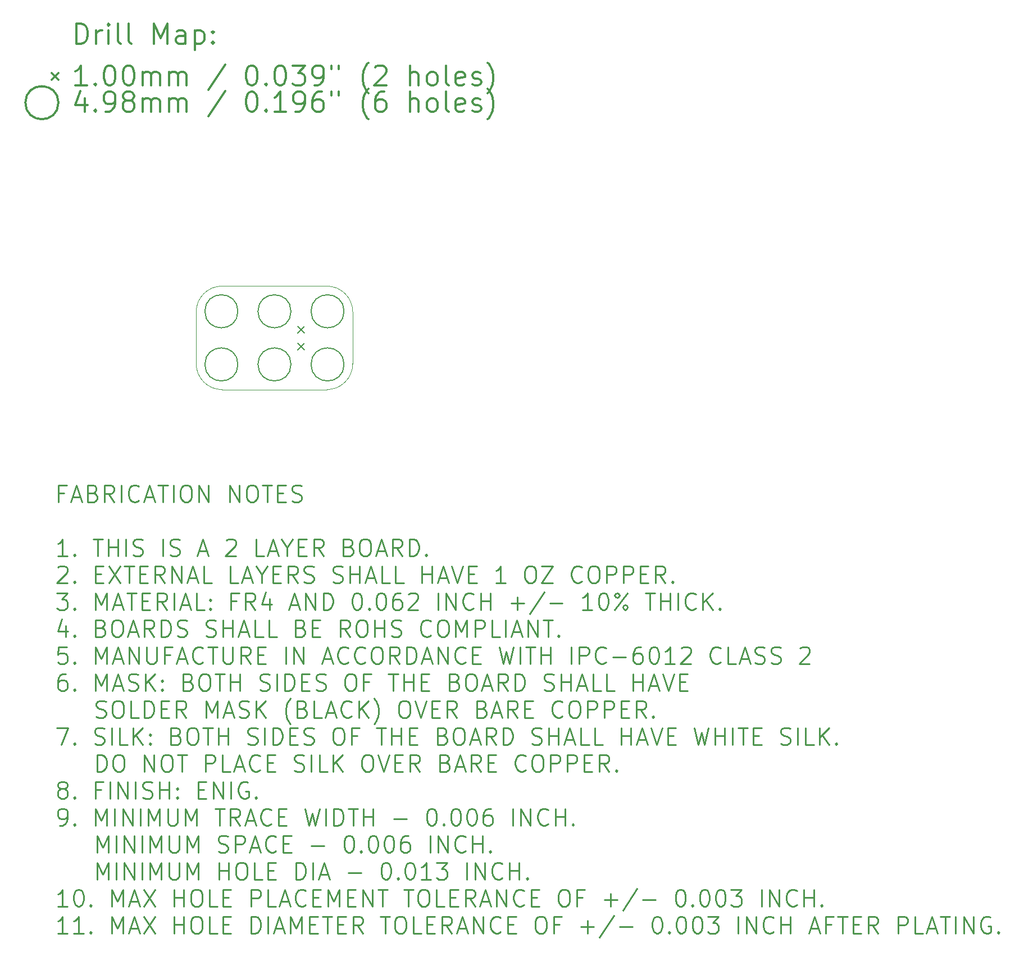
<source format=gbr>
G04 This is an RS-274x file exported by *
G04 gerbv version 2.6.0 *
G04 More information is available about gerbv at *
G04 http://gerbv.gpleda.org/ *
G04 --End of header info--*
%MOIN*%
%FSLAX34Y34*%
%IPPOS*%
G04 --Define apertures--*
%ADD10C,0.0050*%
%ADD11C,0.0079*%
%ADD12C,0.0118*%
%ADD13C,0.0138*%
%ADD14C,0.0016*%
%ADD15C,0.0100*%
G04 --Start main section--*
G54D11*
G01X0014198Y-018614D02*
G01X0014592Y-019008D01*
G01X0014592Y-018614D02*
G01X0014198Y-019008D01*
G01X0014198Y-019614D02*
G01X0014592Y-020008D01*
G01X0014592Y-019614D02*
G01X0014198Y-020008D01*
G01X0010651Y-017720D02*
G75*
G03X0010651Y-017720I-000980J0000000D01*
G01X0010651Y-020870D02*
G75*
G03X0010651Y-020870I-000980J0000000D01*
G01X0013801Y-017720D02*
G75*
G03X0013801Y-017720I-000980J0000000D01*
G01X0013801Y-020870D02*
G75*
G03X0013801Y-020870I-000980J0000000D01*
G01X0016950Y-017720D02*
G75*
G03X0016950Y-017720I-000980J0000000D01*
G01X0016950Y-020870D02*
G75*
G03X0016950Y-020870I-000980J0000000D01*
G54D12*
G01X0001069Y-001834D02*
G01X0001069Y-000652D01*
G01X0001069Y-000652D02*
G01X0001350Y-000652D01*
G01X0001350Y-000652D02*
G01X0001519Y-000709D01*
G01X0001519Y-000709D02*
G01X0001631Y-000821D01*
G01X0001631Y-000821D02*
G01X0001687Y-000934D01*
G01X0001687Y-000934D02*
G01X0001744Y-001159D01*
G01X0001744Y-001159D02*
G01X0001744Y-001327D01*
G01X0001744Y-001327D02*
G01X0001687Y-001552D01*
G01X0001687Y-001552D02*
G01X0001631Y-001665D01*
G01X0001631Y-001665D02*
G01X0001519Y-001777D01*
G01X0001519Y-001777D02*
G01X0001350Y-001834D01*
G01X0001350Y-001834D02*
G01X0001069Y-001834D01*
G01X0002250Y-001834D02*
G01X0002250Y-001046D01*
G01X0002250Y-001271D02*
G01X0002306Y-001159D01*
G01X0002306Y-001159D02*
G01X0002362Y-001102D01*
G01X0002362Y-001102D02*
G01X0002475Y-001046D01*
G01X0002475Y-001046D02*
G01X0002587Y-001046D01*
G01X0002981Y-001834D02*
G01X0002981Y-001046D01*
G01X0002981Y-000652D02*
G01X0002925Y-000709D01*
G01X0002925Y-000709D02*
G01X0002981Y-000765D01*
G01X0002981Y-000765D02*
G01X0003037Y-000709D01*
G01X0003037Y-000709D02*
G01X0002981Y-000652D01*
G01X0002981Y-000652D02*
G01X0002981Y-000765D01*
G01X0003712Y-001834D02*
G01X0003600Y-001777D01*
G01X0003600Y-001777D02*
G01X0003543Y-001665D01*
G01X0003543Y-001665D02*
G01X0003543Y-000652D01*
G01X0004331Y-001834D02*
G01X0004218Y-001777D01*
G01X0004218Y-001777D02*
G01X0004162Y-001665D01*
G01X0004162Y-001665D02*
G01X0004162Y-000652D01*
G01X0005681Y-001834D02*
G01X0005681Y-000652D01*
G01X0005681Y-000652D02*
G01X0006074Y-001496D01*
G01X0006074Y-001496D02*
G01X0006468Y-000652D01*
G01X0006468Y-000652D02*
G01X0006468Y-001834D01*
G01X0007537Y-001834D02*
G01X0007537Y-001215D01*
G01X0007537Y-001215D02*
G01X0007480Y-001102D01*
G01X0007480Y-001102D02*
G01X0007368Y-001046D01*
G01X0007368Y-001046D02*
G01X0007143Y-001046D01*
G01X0007143Y-001046D02*
G01X0007030Y-001102D01*
G01X0007537Y-001777D02*
G01X0007424Y-001834D01*
G01X0007424Y-001834D02*
G01X0007143Y-001834D01*
G01X0007143Y-001834D02*
G01X0007030Y-001777D01*
G01X0007030Y-001777D02*
G01X0006974Y-001665D01*
G01X0006974Y-001665D02*
G01X0006974Y-001552D01*
G01X0006974Y-001552D02*
G01X0007030Y-001440D01*
G01X0007030Y-001440D02*
G01X0007143Y-001384D01*
G01X0007143Y-001384D02*
G01X0007424Y-001384D01*
G01X0007424Y-001384D02*
G01X0007537Y-001327D01*
G01X0008099Y-001046D02*
G01X0008099Y-002227D01*
G01X0008099Y-001102D02*
G01X0008211Y-001046D01*
G01X0008211Y-001046D02*
G01X0008436Y-001046D01*
G01X0008436Y-001046D02*
G01X0008549Y-001102D01*
G01X0008549Y-001102D02*
G01X0008605Y-001159D01*
G01X0008605Y-001159D02*
G01X0008661Y-001271D01*
G01X0008661Y-001271D02*
G01X0008661Y-001609D01*
G01X0008661Y-001609D02*
G01X0008605Y-001721D01*
G01X0008605Y-001721D02*
G01X0008549Y-001777D01*
G01X0008549Y-001777D02*
G01X0008436Y-001834D01*
G01X0008436Y-001834D02*
G01X0008211Y-001834D01*
G01X0008211Y-001834D02*
G01X0008099Y-001777D01*
G01X0009168Y-001721D02*
G01X0009224Y-001777D01*
G01X0009224Y-001777D02*
G01X0009168Y-001834D01*
G01X0009168Y-001834D02*
G01X0009111Y-001777D01*
G01X0009111Y-001777D02*
G01X0009168Y-001721D01*
G01X0009168Y-001721D02*
G01X0009168Y-001834D01*
G01X0009168Y-001102D02*
G01X0009224Y-001159D01*
G01X0009224Y-001159D02*
G01X0009168Y-001215D01*
G01X0009168Y-001215D02*
G01X0009111Y-001159D01*
G01X0009111Y-001159D02*
G01X0009168Y-001102D01*
G01X0009168Y-001102D02*
G01X0009168Y-001215D01*
G01X-000394Y-003583D02*
G01X0000000Y-003977D01*
G01X0000000Y-003583D02*
G01X-000394Y-003977D01*
G01X0001687Y-004314D02*
G01X0001012Y-004314D01*
G01X0001350Y-004314D02*
G01X0001350Y-003133D01*
G01X0001350Y-003133D02*
G01X0001237Y-003301D01*
G01X0001237Y-003301D02*
G01X0001125Y-003414D01*
G01X0001125Y-003414D02*
G01X0001012Y-003470D01*
G01X0002193Y-004201D02*
G01X0002250Y-004258D01*
G01X0002250Y-004258D02*
G01X0002193Y-004314D01*
G01X0002193Y-004314D02*
G01X0002137Y-004258D01*
G01X0002137Y-004258D02*
G01X0002193Y-004201D01*
G01X0002193Y-004201D02*
G01X0002193Y-004314D01*
G01X0002981Y-003133D02*
G01X0003093Y-003133D01*
G01X0003093Y-003133D02*
G01X0003206Y-003189D01*
G01X0003206Y-003189D02*
G01X0003262Y-003245D01*
G01X0003262Y-003245D02*
G01X0003318Y-003358D01*
G01X0003318Y-003358D02*
G01X0003375Y-003583D01*
G01X0003375Y-003583D02*
G01X0003375Y-003864D01*
G01X0003375Y-003864D02*
G01X0003318Y-004089D01*
G01X0003318Y-004089D02*
G01X0003262Y-004201D01*
G01X0003262Y-004201D02*
G01X0003206Y-004258D01*
G01X0003206Y-004258D02*
G01X0003093Y-004314D01*
G01X0003093Y-004314D02*
G01X0002981Y-004314D01*
G01X0002981Y-004314D02*
G01X0002868Y-004258D01*
G01X0002868Y-004258D02*
G01X0002812Y-004201D01*
G01X0002812Y-004201D02*
G01X0002756Y-004089D01*
G01X0002756Y-004089D02*
G01X0002700Y-003864D01*
G01X0002700Y-003864D02*
G01X0002700Y-003583D01*
G01X0002700Y-003583D02*
G01X0002756Y-003358D01*
G01X0002756Y-003358D02*
G01X0002812Y-003245D01*
G01X0002812Y-003245D02*
G01X0002868Y-003189D01*
G01X0002868Y-003189D02*
G01X0002981Y-003133D01*
G01X0004106Y-003133D02*
G01X0004218Y-003133D01*
G01X0004218Y-003133D02*
G01X0004331Y-003189D01*
G01X0004331Y-003189D02*
G01X0004387Y-003245D01*
G01X0004387Y-003245D02*
G01X0004443Y-003358D01*
G01X0004443Y-003358D02*
G01X0004499Y-003583D01*
G01X0004499Y-003583D02*
G01X0004499Y-003864D01*
G01X0004499Y-003864D02*
G01X0004443Y-004089D01*
G01X0004443Y-004089D02*
G01X0004387Y-004201D01*
G01X0004387Y-004201D02*
G01X0004331Y-004258D01*
G01X0004331Y-004258D02*
G01X0004218Y-004314D01*
G01X0004218Y-004314D02*
G01X0004106Y-004314D01*
G01X0004106Y-004314D02*
G01X0003993Y-004258D01*
G01X0003993Y-004258D02*
G01X0003937Y-004201D01*
G01X0003937Y-004201D02*
G01X0003881Y-004089D01*
G01X0003881Y-004089D02*
G01X0003825Y-003864D01*
G01X0003825Y-003864D02*
G01X0003825Y-003583D01*
G01X0003825Y-003583D02*
G01X0003881Y-003358D01*
G01X0003881Y-003358D02*
G01X0003937Y-003245D01*
G01X0003937Y-003245D02*
G01X0003993Y-003189D01*
G01X0003993Y-003189D02*
G01X0004106Y-003133D01*
G01X0005006Y-004314D02*
G01X0005006Y-003526D01*
G01X0005006Y-003639D02*
G01X0005062Y-003583D01*
G01X0005062Y-003583D02*
G01X0005174Y-003526D01*
G01X0005174Y-003526D02*
G01X0005343Y-003526D01*
G01X0005343Y-003526D02*
G01X0005456Y-003583D01*
G01X0005456Y-003583D02*
G01X0005512Y-003695D01*
G01X0005512Y-003695D02*
G01X0005512Y-004314D01*
G01X0005512Y-003695D02*
G01X0005568Y-003583D01*
G01X0005568Y-003583D02*
G01X0005681Y-003526D01*
G01X0005681Y-003526D02*
G01X0005849Y-003526D01*
G01X0005849Y-003526D02*
G01X0005962Y-003583D01*
G01X0005962Y-003583D02*
G01X0006018Y-003695D01*
G01X0006018Y-003695D02*
G01X0006018Y-004314D01*
G01X0006580Y-004314D02*
G01X0006580Y-003526D01*
G01X0006580Y-003639D02*
G01X0006637Y-003583D01*
G01X0006637Y-003583D02*
G01X0006749Y-003526D01*
G01X0006749Y-003526D02*
G01X0006918Y-003526D01*
G01X0006918Y-003526D02*
G01X0007030Y-003583D01*
G01X0007030Y-003583D02*
G01X0007087Y-003695D01*
G01X0007087Y-003695D02*
G01X0007087Y-004314D01*
G01X0007087Y-003695D02*
G01X0007143Y-003583D01*
G01X0007143Y-003583D02*
G01X0007255Y-003526D01*
G01X0007255Y-003526D02*
G01X0007424Y-003526D01*
G01X0007424Y-003526D02*
G01X0007537Y-003583D01*
G01X0007537Y-003583D02*
G01X0007593Y-003695D01*
G01X0007593Y-003695D02*
G01X0007593Y-004314D01*
G01X0009899Y-003076D02*
G01X0008886Y-004595D01*
G01X0011417Y-003133D02*
G01X0011530Y-003133D01*
G01X0011530Y-003133D02*
G01X0011642Y-003189D01*
G01X0011642Y-003189D02*
G01X0011699Y-003245D01*
G01X0011699Y-003245D02*
G01X0011755Y-003358D01*
G01X0011755Y-003358D02*
G01X0011811Y-003583D01*
G01X0011811Y-003583D02*
G01X0011811Y-003864D01*
G01X0011811Y-003864D02*
G01X0011755Y-004089D01*
G01X0011755Y-004089D02*
G01X0011699Y-004201D01*
G01X0011699Y-004201D02*
G01X0011642Y-004258D01*
G01X0011642Y-004258D02*
G01X0011530Y-004314D01*
G01X0011530Y-004314D02*
G01X0011417Y-004314D01*
G01X0011417Y-004314D02*
G01X0011305Y-004258D01*
G01X0011305Y-004258D02*
G01X0011249Y-004201D01*
G01X0011249Y-004201D02*
G01X0011192Y-004089D01*
G01X0011192Y-004089D02*
G01X0011136Y-003864D01*
G01X0011136Y-003864D02*
G01X0011136Y-003583D01*
G01X0011136Y-003583D02*
G01X0011192Y-003358D01*
G01X0011192Y-003358D02*
G01X0011249Y-003245D01*
G01X0011249Y-003245D02*
G01X0011305Y-003189D01*
G01X0011305Y-003189D02*
G01X0011417Y-003133D01*
G01X0012317Y-004201D02*
G01X0012373Y-004258D01*
G01X0012373Y-004258D02*
G01X0012317Y-004314D01*
G01X0012317Y-004314D02*
G01X0012261Y-004258D01*
G01X0012261Y-004258D02*
G01X0012317Y-004201D01*
G01X0012317Y-004201D02*
G01X0012317Y-004314D01*
G01X0013105Y-003133D02*
G01X0013217Y-003133D01*
G01X0013217Y-003133D02*
G01X0013330Y-003189D01*
G01X0013330Y-003189D02*
G01X0013386Y-003245D01*
G01X0013386Y-003245D02*
G01X0013442Y-003358D01*
G01X0013442Y-003358D02*
G01X0013498Y-003583D01*
G01X0013498Y-003583D02*
G01X0013498Y-003864D01*
G01X0013498Y-003864D02*
G01X0013442Y-004089D01*
G01X0013442Y-004089D02*
G01X0013386Y-004201D01*
G01X0013386Y-004201D02*
G01X0013330Y-004258D01*
G01X0013330Y-004258D02*
G01X0013217Y-004314D01*
G01X0013217Y-004314D02*
G01X0013105Y-004314D01*
G01X0013105Y-004314D02*
G01X0012992Y-004258D01*
G01X0012992Y-004258D02*
G01X0012936Y-004201D01*
G01X0012936Y-004201D02*
G01X0012880Y-004089D01*
G01X0012880Y-004089D02*
G01X0012823Y-003864D01*
G01X0012823Y-003864D02*
G01X0012823Y-003583D01*
G01X0012823Y-003583D02*
G01X0012880Y-003358D01*
G01X0012880Y-003358D02*
G01X0012936Y-003245D01*
G01X0012936Y-003245D02*
G01X0012992Y-003189D01*
G01X0012992Y-003189D02*
G01X0013105Y-003133D01*
G01X0013892Y-003133D02*
G01X0014623Y-003133D01*
G01X0014623Y-003133D02*
G01X0014229Y-003583D01*
G01X0014229Y-003583D02*
G01X0014398Y-003583D01*
G01X0014398Y-003583D02*
G01X0014511Y-003639D01*
G01X0014511Y-003639D02*
G01X0014567Y-003695D01*
G01X0014567Y-003695D02*
G01X0014623Y-003808D01*
G01X0014623Y-003808D02*
G01X0014623Y-004089D01*
G01X0014623Y-004089D02*
G01X0014567Y-004201D01*
G01X0014567Y-004201D02*
G01X0014511Y-004258D01*
G01X0014511Y-004258D02*
G01X0014398Y-004314D01*
G01X0014398Y-004314D02*
G01X0014061Y-004314D01*
G01X0014061Y-004314D02*
G01X0013948Y-004258D01*
G01X0013948Y-004258D02*
G01X0013892Y-004201D01*
G01X0015186Y-004314D02*
G01X0015411Y-004314D01*
G01X0015411Y-004314D02*
G01X0015523Y-004258D01*
G01X0015523Y-004258D02*
G01X0015579Y-004201D01*
G01X0015579Y-004201D02*
G01X0015692Y-004033D01*
G01X0015692Y-004033D02*
G01X0015748Y-003808D01*
G01X0015748Y-003808D02*
G01X0015748Y-003358D01*
G01X0015748Y-003358D02*
G01X0015692Y-003245D01*
G01X0015692Y-003245D02*
G01X0015636Y-003189D01*
G01X0015636Y-003189D02*
G01X0015523Y-003133D01*
G01X0015523Y-003133D02*
G01X0015298Y-003133D01*
G01X0015298Y-003133D02*
G01X0015186Y-003189D01*
G01X0015186Y-003189D02*
G01X0015129Y-003245D01*
G01X0015129Y-003245D02*
G01X0015073Y-003358D01*
G01X0015073Y-003358D02*
G01X0015073Y-003639D01*
G01X0015073Y-003639D02*
G01X0015129Y-003751D01*
G01X0015129Y-003751D02*
G01X0015186Y-003808D01*
G01X0015186Y-003808D02*
G01X0015298Y-003864D01*
G01X0015298Y-003864D02*
G01X0015523Y-003864D01*
G01X0015523Y-003864D02*
G01X0015636Y-003808D01*
G01X0015636Y-003808D02*
G01X0015692Y-003751D01*
G01X0015692Y-003751D02*
G01X0015748Y-003639D01*
G01X0016198Y-003133D02*
G01X0016198Y-003358D01*
G01X0016648Y-003133D02*
G01X0016648Y-003358D01*
G01X0018391Y-004764D02*
G01X0018335Y-004708D01*
G01X0018335Y-004708D02*
G01X0018223Y-004539D01*
G01X0018223Y-004539D02*
G01X0018166Y-004426D01*
G01X0018166Y-004426D02*
G01X0018110Y-004258D01*
G01X0018110Y-004258D02*
G01X0018054Y-003976D01*
G01X0018054Y-003976D02*
G01X0018054Y-003751D01*
G01X0018054Y-003751D02*
G01X0018110Y-003470D01*
G01X0018110Y-003470D02*
G01X0018166Y-003301D01*
G01X0018166Y-003301D02*
G01X0018223Y-003189D01*
G01X0018223Y-003189D02*
G01X0018335Y-003020D01*
G01X0018335Y-003020D02*
G01X0018391Y-002964D01*
G01X0018785Y-003245D02*
G01X0018841Y-003189D01*
G01X0018841Y-003189D02*
G01X0018954Y-003133D01*
G01X0018954Y-003133D02*
G01X0019235Y-003133D01*
G01X0019235Y-003133D02*
G01X0019348Y-003189D01*
G01X0019348Y-003189D02*
G01X0019404Y-003245D01*
G01X0019404Y-003245D02*
G01X0019460Y-003358D01*
G01X0019460Y-003358D02*
G01X0019460Y-003470D01*
G01X0019460Y-003470D02*
G01X0019404Y-003639D01*
G01X0019404Y-003639D02*
G01X0018729Y-004314D01*
G01X0018729Y-004314D02*
G01X0019460Y-004314D01*
G01X0020866Y-004314D02*
G01X0020866Y-003133D01*
G01X0021372Y-004314D02*
G01X0021372Y-003695D01*
G01X0021372Y-003695D02*
G01X0021316Y-003583D01*
G01X0021316Y-003583D02*
G01X0021204Y-003526D01*
G01X0021204Y-003526D02*
G01X0021035Y-003526D01*
G01X0021035Y-003526D02*
G01X0020922Y-003583D01*
G01X0020922Y-003583D02*
G01X0020866Y-003639D01*
G01X0022103Y-004314D02*
G01X0021991Y-004258D01*
G01X0021991Y-004258D02*
G01X0021935Y-004201D01*
G01X0021935Y-004201D02*
G01X0021879Y-004089D01*
G01X0021879Y-004089D02*
G01X0021879Y-003751D01*
G01X0021879Y-003751D02*
G01X0021935Y-003639D01*
G01X0021935Y-003639D02*
G01X0021991Y-003583D01*
G01X0021991Y-003583D02*
G01X0022103Y-003526D01*
G01X0022103Y-003526D02*
G01X0022272Y-003526D01*
G01X0022272Y-003526D02*
G01X0022385Y-003583D01*
G01X0022385Y-003583D02*
G01X0022441Y-003639D01*
G01X0022441Y-003639D02*
G01X0022497Y-003751D01*
G01X0022497Y-003751D02*
G01X0022497Y-004089D01*
G01X0022497Y-004089D02*
G01X0022441Y-004201D01*
G01X0022441Y-004201D02*
G01X0022385Y-004258D01*
G01X0022385Y-004258D02*
G01X0022272Y-004314D01*
G01X0022272Y-004314D02*
G01X0022103Y-004314D01*
G01X0023172Y-004314D02*
G01X0023060Y-004258D01*
G01X0023060Y-004258D02*
G01X0023003Y-004145D01*
G01X0023003Y-004145D02*
G01X0023003Y-003133D01*
G01X0024072Y-004258D02*
G01X0023960Y-004314D01*
G01X0023960Y-004314D02*
G01X0023735Y-004314D01*
G01X0023735Y-004314D02*
G01X0023622Y-004258D01*
G01X0023622Y-004258D02*
G01X0023566Y-004145D01*
G01X0023566Y-004145D02*
G01X0023566Y-003695D01*
G01X0023566Y-003695D02*
G01X0023622Y-003583D01*
G01X0023622Y-003583D02*
G01X0023735Y-003526D01*
G01X0023735Y-003526D02*
G01X0023960Y-003526D01*
G01X0023960Y-003526D02*
G01X0024072Y-003583D01*
G01X0024072Y-003583D02*
G01X0024128Y-003695D01*
G01X0024128Y-003695D02*
G01X0024128Y-003808D01*
G01X0024128Y-003808D02*
G01X0023566Y-003920D01*
G01X0024578Y-004258D02*
G01X0024691Y-004314D01*
G01X0024691Y-004314D02*
G01X0024916Y-004314D01*
G01X0024916Y-004314D02*
G01X0025028Y-004258D01*
G01X0025028Y-004258D02*
G01X0025084Y-004145D01*
G01X0025084Y-004145D02*
G01X0025084Y-004089D01*
G01X0025084Y-004089D02*
G01X0025028Y-003976D01*
G01X0025028Y-003976D02*
G01X0024916Y-003920D01*
G01X0024916Y-003920D02*
G01X0024747Y-003920D01*
G01X0024747Y-003920D02*
G01X0024634Y-003864D01*
G01X0024634Y-003864D02*
G01X0024578Y-003751D01*
G01X0024578Y-003751D02*
G01X0024578Y-003695D01*
G01X0024578Y-003695D02*
G01X0024634Y-003583D01*
G01X0024634Y-003583D02*
G01X0024747Y-003526D01*
G01X0024747Y-003526D02*
G01X0024916Y-003526D01*
G01X0024916Y-003526D02*
G01X0025028Y-003583D01*
G01X0025478Y-004764D02*
G01X0025534Y-004708D01*
G01X0025534Y-004708D02*
G01X0025647Y-004539D01*
G01X0025647Y-004539D02*
G01X0025703Y-004426D01*
G01X0025703Y-004426D02*
G01X0025759Y-004258D01*
G01X0025759Y-004258D02*
G01X0025816Y-003976D01*
G01X0025816Y-003976D02*
G01X0025816Y-003751D01*
G01X0025816Y-003751D02*
G01X0025759Y-003470D01*
G01X0025759Y-003470D02*
G01X0025703Y-003301D01*
G01X0025703Y-003301D02*
G01X0025647Y-003189D01*
G01X0025647Y-003189D02*
G01X0025534Y-003020D01*
G01X0025534Y-003020D02*
G01X0025478Y-002964D01*
G01X0000000Y-005339D02*
G75*
G03X0000000Y-005339I-000980J0000000D01*
G01X0001575Y-005085D02*
G01X0001575Y-005873D01*
G01X0001294Y-004636D02*
G01X0001012Y-005479D01*
G01X0001012Y-005479D02*
G01X0001744Y-005479D01*
G01X0002193Y-005760D02*
G01X0002250Y-005817D01*
G01X0002250Y-005817D02*
G01X0002193Y-005873D01*
G01X0002193Y-005873D02*
G01X0002137Y-005817D01*
G01X0002137Y-005817D02*
G01X0002193Y-005760D01*
G01X0002193Y-005760D02*
G01X0002193Y-005873D01*
G01X0002812Y-005873D02*
G01X0003037Y-005873D01*
G01X0003037Y-005873D02*
G01X0003150Y-005817D01*
G01X0003150Y-005817D02*
G01X0003206Y-005760D01*
G01X0003206Y-005760D02*
G01X0003318Y-005592D01*
G01X0003318Y-005592D02*
G01X0003375Y-005367D01*
G01X0003375Y-005367D02*
G01X0003375Y-004917D01*
G01X0003375Y-004917D02*
G01X0003318Y-004804D01*
G01X0003318Y-004804D02*
G01X0003262Y-004748D01*
G01X0003262Y-004748D02*
G01X0003150Y-004692D01*
G01X0003150Y-004692D02*
G01X0002925Y-004692D01*
G01X0002925Y-004692D02*
G01X0002812Y-004748D01*
G01X0002812Y-004748D02*
G01X0002756Y-004804D01*
G01X0002756Y-004804D02*
G01X0002700Y-004917D01*
G01X0002700Y-004917D02*
G01X0002700Y-005198D01*
G01X0002700Y-005198D02*
G01X0002756Y-005310D01*
G01X0002756Y-005310D02*
G01X0002812Y-005367D01*
G01X0002812Y-005367D02*
G01X0002925Y-005423D01*
G01X0002925Y-005423D02*
G01X0003150Y-005423D01*
G01X0003150Y-005423D02*
G01X0003262Y-005367D01*
G01X0003262Y-005367D02*
G01X0003318Y-005310D01*
G01X0003318Y-005310D02*
G01X0003375Y-005198D01*
G01X0004049Y-005198D02*
G01X0003937Y-005142D01*
G01X0003937Y-005142D02*
G01X0003881Y-005085D01*
G01X0003881Y-005085D02*
G01X0003825Y-004973D01*
G01X0003825Y-004973D02*
G01X0003825Y-004917D01*
G01X0003825Y-004917D02*
G01X0003881Y-004804D01*
G01X0003881Y-004804D02*
G01X0003937Y-004748D01*
G01X0003937Y-004748D02*
G01X0004049Y-004692D01*
G01X0004049Y-004692D02*
G01X0004274Y-004692D01*
G01X0004274Y-004692D02*
G01X0004387Y-004748D01*
G01X0004387Y-004748D02*
G01X0004443Y-004804D01*
G01X0004443Y-004804D02*
G01X0004499Y-004917D01*
G01X0004499Y-004917D02*
G01X0004499Y-004973D01*
G01X0004499Y-004973D02*
G01X0004443Y-005085D01*
G01X0004443Y-005085D02*
G01X0004387Y-005142D01*
G01X0004387Y-005142D02*
G01X0004274Y-005198D01*
G01X0004274Y-005198D02*
G01X0004049Y-005198D01*
G01X0004049Y-005198D02*
G01X0003937Y-005254D01*
G01X0003937Y-005254D02*
G01X0003881Y-005310D01*
G01X0003881Y-005310D02*
G01X0003825Y-005423D01*
G01X0003825Y-005423D02*
G01X0003825Y-005648D01*
G01X0003825Y-005648D02*
G01X0003881Y-005760D01*
G01X0003881Y-005760D02*
G01X0003937Y-005817D01*
G01X0003937Y-005817D02*
G01X0004049Y-005873D01*
G01X0004049Y-005873D02*
G01X0004274Y-005873D01*
G01X0004274Y-005873D02*
G01X0004387Y-005817D01*
G01X0004387Y-005817D02*
G01X0004443Y-005760D01*
G01X0004443Y-005760D02*
G01X0004499Y-005648D01*
G01X0004499Y-005648D02*
G01X0004499Y-005423D01*
G01X0004499Y-005423D02*
G01X0004443Y-005310D01*
G01X0004443Y-005310D02*
G01X0004387Y-005254D01*
G01X0004387Y-005254D02*
G01X0004274Y-005198D01*
G01X0005006Y-005873D02*
G01X0005006Y-005085D01*
G01X0005006Y-005198D02*
G01X0005062Y-005142D01*
G01X0005062Y-005142D02*
G01X0005174Y-005085D01*
G01X0005174Y-005085D02*
G01X0005343Y-005085D01*
G01X0005343Y-005085D02*
G01X0005456Y-005142D01*
G01X0005456Y-005142D02*
G01X0005512Y-005254D01*
G01X0005512Y-005254D02*
G01X0005512Y-005873D01*
G01X0005512Y-005254D02*
G01X0005568Y-005142D01*
G01X0005568Y-005142D02*
G01X0005681Y-005085D01*
G01X0005681Y-005085D02*
G01X0005849Y-005085D01*
G01X0005849Y-005085D02*
G01X0005962Y-005142D01*
G01X0005962Y-005142D02*
G01X0006018Y-005254D01*
G01X0006018Y-005254D02*
G01X0006018Y-005873D01*
G01X0006580Y-005873D02*
G01X0006580Y-005085D01*
G01X0006580Y-005198D02*
G01X0006637Y-005142D01*
G01X0006637Y-005142D02*
G01X0006749Y-005085D01*
G01X0006749Y-005085D02*
G01X0006918Y-005085D01*
G01X0006918Y-005085D02*
G01X0007030Y-005142D01*
G01X0007030Y-005142D02*
G01X0007087Y-005254D01*
G01X0007087Y-005254D02*
G01X0007087Y-005873D01*
G01X0007087Y-005254D02*
G01X0007143Y-005142D01*
G01X0007143Y-005142D02*
G01X0007255Y-005085D01*
G01X0007255Y-005085D02*
G01X0007424Y-005085D01*
G01X0007424Y-005085D02*
G01X0007537Y-005142D01*
G01X0007537Y-005142D02*
G01X0007593Y-005254D01*
G01X0007593Y-005254D02*
G01X0007593Y-005873D01*
G01X0009899Y-004636D02*
G01X0008886Y-006154D01*
G01X0011417Y-004692D02*
G01X0011530Y-004692D01*
G01X0011530Y-004692D02*
G01X0011642Y-004748D01*
G01X0011642Y-004748D02*
G01X0011699Y-004804D01*
G01X0011699Y-004804D02*
G01X0011755Y-004917D01*
G01X0011755Y-004917D02*
G01X0011811Y-005142D01*
G01X0011811Y-005142D02*
G01X0011811Y-005423D01*
G01X0011811Y-005423D02*
G01X0011755Y-005648D01*
G01X0011755Y-005648D02*
G01X0011699Y-005760D01*
G01X0011699Y-005760D02*
G01X0011642Y-005817D01*
G01X0011642Y-005817D02*
G01X0011530Y-005873D01*
G01X0011530Y-005873D02*
G01X0011417Y-005873D01*
G01X0011417Y-005873D02*
G01X0011305Y-005817D01*
G01X0011305Y-005817D02*
G01X0011249Y-005760D01*
G01X0011249Y-005760D02*
G01X0011192Y-005648D01*
G01X0011192Y-005648D02*
G01X0011136Y-005423D01*
G01X0011136Y-005423D02*
G01X0011136Y-005142D01*
G01X0011136Y-005142D02*
G01X0011192Y-004917D01*
G01X0011192Y-004917D02*
G01X0011249Y-004804D01*
G01X0011249Y-004804D02*
G01X0011305Y-004748D01*
G01X0011305Y-004748D02*
G01X0011417Y-004692D01*
G01X0012317Y-005760D02*
G01X0012373Y-005817D01*
G01X0012373Y-005817D02*
G01X0012317Y-005873D01*
G01X0012317Y-005873D02*
G01X0012261Y-005817D01*
G01X0012261Y-005817D02*
G01X0012317Y-005760D01*
G01X0012317Y-005760D02*
G01X0012317Y-005873D01*
G01X0013498Y-005873D02*
G01X0012823Y-005873D01*
G01X0013161Y-005873D02*
G01X0013161Y-004692D01*
G01X0013161Y-004692D02*
G01X0013048Y-004861D01*
G01X0013048Y-004861D02*
G01X0012936Y-004973D01*
G01X0012936Y-004973D02*
G01X0012823Y-005029D01*
G01X0014061Y-005873D02*
G01X0014286Y-005873D01*
G01X0014286Y-005873D02*
G01X0014398Y-005817D01*
G01X0014398Y-005817D02*
G01X0014454Y-005760D01*
G01X0014454Y-005760D02*
G01X0014567Y-005592D01*
G01X0014567Y-005592D02*
G01X0014623Y-005367D01*
G01X0014623Y-005367D02*
G01X0014623Y-004917D01*
G01X0014623Y-004917D02*
G01X0014567Y-004804D01*
G01X0014567Y-004804D02*
G01X0014511Y-004748D01*
G01X0014511Y-004748D02*
G01X0014398Y-004692D01*
G01X0014398Y-004692D02*
G01X0014173Y-004692D01*
G01X0014173Y-004692D02*
G01X0014061Y-004748D01*
G01X0014061Y-004748D02*
G01X0014005Y-004804D01*
G01X0014005Y-004804D02*
G01X0013948Y-004917D01*
G01X0013948Y-004917D02*
G01X0013948Y-005198D01*
G01X0013948Y-005198D02*
G01X0014005Y-005310D01*
G01X0014005Y-005310D02*
G01X0014061Y-005367D01*
G01X0014061Y-005367D02*
G01X0014173Y-005423D01*
G01X0014173Y-005423D02*
G01X0014398Y-005423D01*
G01X0014398Y-005423D02*
G01X0014511Y-005367D01*
G01X0014511Y-005367D02*
G01X0014567Y-005310D01*
G01X0014567Y-005310D02*
G01X0014623Y-005198D01*
G01X0015636Y-004692D02*
G01X0015411Y-004692D01*
G01X0015411Y-004692D02*
G01X0015298Y-004748D01*
G01X0015298Y-004748D02*
G01X0015242Y-004804D01*
G01X0015242Y-004804D02*
G01X0015129Y-004973D01*
G01X0015129Y-004973D02*
G01X0015073Y-005198D01*
G01X0015073Y-005198D02*
G01X0015073Y-005648D01*
G01X0015073Y-005648D02*
G01X0015129Y-005760D01*
G01X0015129Y-005760D02*
G01X0015186Y-005817D01*
G01X0015186Y-005817D02*
G01X0015298Y-005873D01*
G01X0015298Y-005873D02*
G01X0015523Y-005873D01*
G01X0015523Y-005873D02*
G01X0015636Y-005817D01*
G01X0015636Y-005817D02*
G01X0015692Y-005760D01*
G01X0015692Y-005760D02*
G01X0015748Y-005648D01*
G01X0015748Y-005648D02*
G01X0015748Y-005367D01*
G01X0015748Y-005367D02*
G01X0015692Y-005254D01*
G01X0015692Y-005254D02*
G01X0015636Y-005198D01*
G01X0015636Y-005198D02*
G01X0015523Y-005142D01*
G01X0015523Y-005142D02*
G01X0015298Y-005142D01*
G01X0015298Y-005142D02*
G01X0015186Y-005198D01*
G01X0015186Y-005198D02*
G01X0015129Y-005254D01*
G01X0015129Y-005254D02*
G01X0015073Y-005367D01*
G01X0016198Y-004692D02*
G01X0016198Y-004917D01*
G01X0016648Y-004692D02*
G01X0016648Y-004917D01*
G01X0018391Y-006323D02*
G01X0018335Y-006267D01*
G01X0018335Y-006267D02*
G01X0018223Y-006098D01*
G01X0018223Y-006098D02*
G01X0018166Y-005985D01*
G01X0018166Y-005985D02*
G01X0018110Y-005817D01*
G01X0018110Y-005817D02*
G01X0018054Y-005535D01*
G01X0018054Y-005535D02*
G01X0018054Y-005310D01*
G01X0018054Y-005310D02*
G01X0018110Y-005029D01*
G01X0018110Y-005029D02*
G01X0018166Y-004861D01*
G01X0018166Y-004861D02*
G01X0018223Y-004748D01*
G01X0018223Y-004748D02*
G01X0018335Y-004579D01*
G01X0018335Y-004579D02*
G01X0018391Y-004523D01*
G01X0019348Y-004692D02*
G01X0019123Y-004692D01*
G01X0019123Y-004692D02*
G01X0019010Y-004748D01*
G01X0019010Y-004748D02*
G01X0018954Y-004804D01*
G01X0018954Y-004804D02*
G01X0018841Y-004973D01*
G01X0018841Y-004973D02*
G01X0018785Y-005198D01*
G01X0018785Y-005198D02*
G01X0018785Y-005648D01*
G01X0018785Y-005648D02*
G01X0018841Y-005760D01*
G01X0018841Y-005760D02*
G01X0018898Y-005817D01*
G01X0018898Y-005817D02*
G01X0019010Y-005873D01*
G01X0019010Y-005873D02*
G01X0019235Y-005873D01*
G01X0019235Y-005873D02*
G01X0019348Y-005817D01*
G01X0019348Y-005817D02*
G01X0019404Y-005760D01*
G01X0019404Y-005760D02*
G01X0019460Y-005648D01*
G01X0019460Y-005648D02*
G01X0019460Y-005367D01*
G01X0019460Y-005367D02*
G01X0019404Y-005254D01*
G01X0019404Y-005254D02*
G01X0019348Y-005198D01*
G01X0019348Y-005198D02*
G01X0019235Y-005142D01*
G01X0019235Y-005142D02*
G01X0019010Y-005142D01*
G01X0019010Y-005142D02*
G01X0018898Y-005198D01*
G01X0018898Y-005198D02*
G01X0018841Y-005254D01*
G01X0018841Y-005254D02*
G01X0018785Y-005367D01*
G01X0020866Y-005873D02*
G01X0020866Y-004692D01*
G01X0021372Y-005873D02*
G01X0021372Y-005254D01*
G01X0021372Y-005254D02*
G01X0021316Y-005142D01*
G01X0021316Y-005142D02*
G01X0021204Y-005085D01*
G01X0021204Y-005085D02*
G01X0021035Y-005085D01*
G01X0021035Y-005085D02*
G01X0020922Y-005142D01*
G01X0020922Y-005142D02*
G01X0020866Y-005198D01*
G01X0022103Y-005873D02*
G01X0021991Y-005817D01*
G01X0021991Y-005817D02*
G01X0021935Y-005760D01*
G01X0021935Y-005760D02*
G01X0021879Y-005648D01*
G01X0021879Y-005648D02*
G01X0021879Y-005310D01*
G01X0021879Y-005310D02*
G01X0021935Y-005198D01*
G01X0021935Y-005198D02*
G01X0021991Y-005142D01*
G01X0021991Y-005142D02*
G01X0022103Y-005085D01*
G01X0022103Y-005085D02*
G01X0022272Y-005085D01*
G01X0022272Y-005085D02*
G01X0022385Y-005142D01*
G01X0022385Y-005142D02*
G01X0022441Y-005198D01*
G01X0022441Y-005198D02*
G01X0022497Y-005310D01*
G01X0022497Y-005310D02*
G01X0022497Y-005648D01*
G01X0022497Y-005648D02*
G01X0022441Y-005760D01*
G01X0022441Y-005760D02*
G01X0022385Y-005817D01*
G01X0022385Y-005817D02*
G01X0022272Y-005873D01*
G01X0022272Y-005873D02*
G01X0022103Y-005873D01*
G01X0023172Y-005873D02*
G01X0023060Y-005817D01*
G01X0023060Y-005817D02*
G01X0023003Y-005704D01*
G01X0023003Y-005704D02*
G01X0023003Y-004692D01*
G01X0024072Y-005817D02*
G01X0023960Y-005873D01*
G01X0023960Y-005873D02*
G01X0023735Y-005873D01*
G01X0023735Y-005873D02*
G01X0023622Y-005817D01*
G01X0023622Y-005817D02*
G01X0023566Y-005704D01*
G01X0023566Y-005704D02*
G01X0023566Y-005254D01*
G01X0023566Y-005254D02*
G01X0023622Y-005142D01*
G01X0023622Y-005142D02*
G01X0023735Y-005085D01*
G01X0023735Y-005085D02*
G01X0023960Y-005085D01*
G01X0023960Y-005085D02*
G01X0024072Y-005142D01*
G01X0024072Y-005142D02*
G01X0024128Y-005254D01*
G01X0024128Y-005254D02*
G01X0024128Y-005367D01*
G01X0024128Y-005367D02*
G01X0023566Y-005479D01*
G01X0024578Y-005817D02*
G01X0024691Y-005873D01*
G01X0024691Y-005873D02*
G01X0024916Y-005873D01*
G01X0024916Y-005873D02*
G01X0025028Y-005817D01*
G01X0025028Y-005817D02*
G01X0025084Y-005704D01*
G01X0025084Y-005704D02*
G01X0025084Y-005648D01*
G01X0025084Y-005648D02*
G01X0025028Y-005535D01*
G01X0025028Y-005535D02*
G01X0024916Y-005479D01*
G01X0024916Y-005479D02*
G01X0024747Y-005479D01*
G01X0024747Y-005479D02*
G01X0024634Y-005423D01*
G01X0024634Y-005423D02*
G01X0024578Y-005310D01*
G01X0024578Y-005310D02*
G01X0024578Y-005254D01*
G01X0024578Y-005254D02*
G01X0024634Y-005142D01*
G01X0024634Y-005142D02*
G01X0024747Y-005085D01*
G01X0024747Y-005085D02*
G01X0024916Y-005085D01*
G01X0024916Y-005085D02*
G01X0025028Y-005142D01*
G01X0025478Y-006323D02*
G01X0025534Y-006267D01*
G01X0025534Y-006267D02*
G01X0025647Y-006098D01*
G01X0025647Y-006098D02*
G01X0025703Y-005985D01*
G01X0025703Y-005985D02*
G01X0025759Y-005817D01*
G01X0025759Y-005817D02*
G01X0025816Y-005535D01*
G01X0025816Y-005535D02*
G01X0025816Y-005310D01*
G01X0025816Y-005310D02*
G01X0025759Y-005029D01*
G01X0025759Y-005029D02*
G01X0025703Y-004861D01*
G01X0025703Y-004861D02*
G01X0025647Y-004748D01*
G01X0025647Y-004748D02*
G01X0025534Y-004579D01*
G01X0025534Y-004579D02*
G01X0025478Y-004523D01*
G01X0000000Y0000000D02*
G54D14*
G01X0015931Y-016224D02*
G01X0009710Y-016224D01*
G01X0015931Y-022366D02*
G01X0009710Y-022366D01*
G01X0017466Y-020831D02*
G01X0017466Y-017760D01*
G01X0008175Y-020831D02*
G01X0008175Y-017760D01*
G01X0017466Y-017760D02*
G75*
G03X0015931Y-016224I-001535J0000000D01*
G01X0015931Y-022366D02*
G75*
G03X0017466Y-020831I0000000J0001535D01*
G01X0008175Y-020831D02*
G75*
G03X0009710Y-022366I0001535J0000000D01*
G01X0009710Y-016224D02*
G75*
G03X0008175Y-017760I0000000J-001535D01*
G01X0000000Y0000000D02*
G54D15*
G01X0000341Y-028509D02*
G01X0000008Y-028509D01*
G01X0000008Y-029032D02*
G01X0000008Y-028032D01*
G01X0000008Y-028032D02*
G01X0000484Y-028032D01*
G01X0000818Y-028747D02*
G01X0001294Y-028747D01*
G01X0000722Y-029032D02*
G01X0001056Y-028032D01*
G01X0001056Y-028032D02*
G01X0001389Y-029032D01*
G01X0002056Y-028509D02*
G01X0002199Y-028556D01*
G01X0002199Y-028556D02*
G01X0002246Y-028604D01*
G01X0002246Y-028604D02*
G01X0002294Y-028699D01*
G01X0002294Y-028699D02*
G01X0002294Y-028842D01*
G01X0002294Y-028842D02*
G01X0002246Y-028937D01*
G01X0002246Y-028937D02*
G01X0002199Y-028985D01*
G01X0002199Y-028985D02*
G01X0002103Y-029032D01*
G01X0002103Y-029032D02*
G01X0001722Y-029032D01*
G01X0001722Y-029032D02*
G01X0001722Y-028032D01*
G01X0001722Y-028032D02*
G01X0002056Y-028032D01*
G01X0002056Y-028032D02*
G01X0002151Y-028080D01*
G01X0002151Y-028080D02*
G01X0002199Y-028128D01*
G01X0002199Y-028128D02*
G01X0002246Y-028223D01*
G01X0002246Y-028223D02*
G01X0002246Y-028318D01*
G01X0002246Y-028318D02*
G01X0002199Y-028413D01*
G01X0002199Y-028413D02*
G01X0002151Y-028461D01*
G01X0002151Y-028461D02*
G01X0002056Y-028509D01*
G01X0002056Y-028509D02*
G01X0001722Y-028509D01*
G01X0003294Y-029032D02*
G01X0002960Y-028556D01*
G01X0002722Y-029032D02*
G01X0002722Y-028032D01*
G01X0002722Y-028032D02*
G01X0003103Y-028032D01*
G01X0003103Y-028032D02*
G01X0003199Y-028080D01*
G01X0003199Y-028080D02*
G01X0003246Y-028128D01*
G01X0003246Y-028128D02*
G01X0003294Y-028223D01*
G01X0003294Y-028223D02*
G01X0003294Y-028366D01*
G01X0003294Y-028366D02*
G01X0003246Y-028461D01*
G01X0003246Y-028461D02*
G01X0003199Y-028509D01*
G01X0003199Y-028509D02*
G01X0003103Y-028556D01*
G01X0003103Y-028556D02*
G01X0002722Y-028556D01*
G01X0003722Y-029032D02*
G01X0003722Y-028032D01*
G01X0004770Y-028937D02*
G01X0004722Y-028985D01*
G01X0004722Y-028985D02*
G01X0004580Y-029032D01*
G01X0004580Y-029032D02*
G01X0004484Y-029032D01*
G01X0004484Y-029032D02*
G01X0004341Y-028985D01*
G01X0004341Y-028985D02*
G01X0004246Y-028890D01*
G01X0004246Y-028890D02*
G01X0004199Y-028794D01*
G01X0004199Y-028794D02*
G01X0004151Y-028604D01*
G01X0004151Y-028604D02*
G01X0004151Y-028461D01*
G01X0004151Y-028461D02*
G01X0004199Y-028270D01*
G01X0004199Y-028270D02*
G01X0004246Y-028175D01*
G01X0004246Y-028175D02*
G01X0004341Y-028080D01*
G01X0004341Y-028080D02*
G01X0004484Y-028032D01*
G01X0004484Y-028032D02*
G01X0004580Y-028032D01*
G01X0004580Y-028032D02*
G01X0004722Y-028080D01*
G01X0004722Y-028080D02*
G01X0004770Y-028128D01*
G01X0005151Y-028747D02*
G01X0005627Y-028747D01*
G01X0005056Y-029032D02*
G01X0005389Y-028032D01*
G01X0005389Y-028032D02*
G01X0005722Y-029032D01*
G01X0005913Y-028032D02*
G01X0006484Y-028032D01*
G01X0006199Y-029032D02*
G01X0006199Y-028032D01*
G01X0006818Y-029032D02*
G01X0006818Y-028032D01*
G01X0007484Y-028032D02*
G01X0007675Y-028032D01*
G01X0007675Y-028032D02*
G01X0007770Y-028080D01*
G01X0007770Y-028080D02*
G01X0007865Y-028175D01*
G01X0007865Y-028175D02*
G01X0007913Y-028366D01*
G01X0007913Y-028366D02*
G01X0007913Y-028699D01*
G01X0007913Y-028699D02*
G01X0007865Y-028890D01*
G01X0007865Y-028890D02*
G01X0007770Y-028985D01*
G01X0007770Y-028985D02*
G01X0007675Y-029032D01*
G01X0007675Y-029032D02*
G01X0007484Y-029032D01*
G01X0007484Y-029032D02*
G01X0007389Y-028985D01*
G01X0007389Y-028985D02*
G01X0007294Y-028890D01*
G01X0007294Y-028890D02*
G01X0007246Y-028699D01*
G01X0007246Y-028699D02*
G01X0007246Y-028366D01*
G01X0007246Y-028366D02*
G01X0007294Y-028175D01*
G01X0007294Y-028175D02*
G01X0007389Y-028080D01*
G01X0007389Y-028080D02*
G01X0007484Y-028032D01*
G01X0008341Y-029032D02*
G01X0008341Y-028032D01*
G01X0008341Y-028032D02*
G01X0008913Y-029032D01*
G01X0008913Y-029032D02*
G01X0008913Y-028032D01*
G01X0010151Y-029032D02*
G01X0010151Y-028032D01*
G01X0010151Y-028032D02*
G01X0010722Y-029032D01*
G01X0010722Y-029032D02*
G01X0010722Y-028032D01*
G01X0011389Y-028032D02*
G01X0011580Y-028032D01*
G01X0011580Y-028032D02*
G01X0011675Y-028080D01*
G01X0011675Y-028080D02*
G01X0011770Y-028175D01*
G01X0011770Y-028175D02*
G01X0011818Y-028366D01*
G01X0011818Y-028366D02*
G01X0011818Y-028699D01*
G01X0011818Y-028699D02*
G01X0011770Y-028890D01*
G01X0011770Y-028890D02*
G01X0011675Y-028985D01*
G01X0011675Y-028985D02*
G01X0011580Y-029032D01*
G01X0011580Y-029032D02*
G01X0011389Y-029032D01*
G01X0011389Y-029032D02*
G01X0011294Y-028985D01*
G01X0011294Y-028985D02*
G01X0011199Y-028890D01*
G01X0011199Y-028890D02*
G01X0011151Y-028699D01*
G01X0011151Y-028699D02*
G01X0011151Y-028366D01*
G01X0011151Y-028366D02*
G01X0011199Y-028175D01*
G01X0011199Y-028175D02*
G01X0011294Y-028080D01*
G01X0011294Y-028080D02*
G01X0011389Y-028032D01*
G01X0012103Y-028032D02*
G01X0012675Y-028032D01*
G01X0012389Y-029032D02*
G01X0012389Y-028032D01*
G01X0013008Y-028509D02*
G01X0013341Y-028509D01*
G01X0013484Y-029032D02*
G01X0013008Y-029032D01*
G01X0013008Y-029032D02*
G01X0013008Y-028032D01*
G01X0013008Y-028032D02*
G01X0013484Y-028032D01*
G01X0013865Y-028985D02*
G01X0014008Y-029032D01*
G01X0014008Y-029032D02*
G01X0014246Y-029032D01*
G01X0014246Y-029032D02*
G01X0014341Y-028985D01*
G01X0014341Y-028985D02*
G01X0014389Y-028937D01*
G01X0014389Y-028937D02*
G01X0014437Y-028842D01*
G01X0014437Y-028842D02*
G01X0014437Y-028747D01*
G01X0014437Y-028747D02*
G01X0014389Y-028651D01*
G01X0014389Y-028651D02*
G01X0014341Y-028604D01*
G01X0014341Y-028604D02*
G01X0014246Y-028556D01*
G01X0014246Y-028556D02*
G01X0014056Y-028509D01*
G01X0014056Y-028509D02*
G01X0013960Y-028461D01*
G01X0013960Y-028461D02*
G01X0013913Y-028413D01*
G01X0013913Y-028413D02*
G01X0013865Y-028318D01*
G01X0013865Y-028318D02*
G01X0013865Y-028223D01*
G01X0013865Y-028223D02*
G01X0013913Y-028128D01*
G01X0013913Y-028128D02*
G01X0013960Y-028080D01*
G01X0013960Y-028080D02*
G01X0014056Y-028032D01*
G01X0014056Y-028032D02*
G01X0014294Y-028032D01*
G01X0014294Y-028032D02*
G01X0014437Y-028080D01*
G01X0000532Y-032232D02*
G01X-000040Y-032232D01*
G01X0000246Y-032232D02*
G01X0000246Y-031232D01*
G01X0000246Y-031232D02*
G01X0000151Y-031375D01*
G01X0000151Y-031375D02*
G01X0000056Y-031470D01*
G01X0000056Y-031470D02*
G01X-000040Y-031518D01*
G01X0000960Y-032137D02*
G01X0001008Y-032185D01*
G01X0001008Y-032185D02*
G01X0000960Y-032232D01*
G01X0000960Y-032232D02*
G01X0000913Y-032185D01*
G01X0000913Y-032185D02*
G01X0000960Y-032137D01*
G01X0000960Y-032137D02*
G01X0000960Y-032232D01*
G01X0002056Y-031232D02*
G01X0002627Y-031232D01*
G01X0002341Y-032232D02*
G01X0002341Y-031232D01*
G01X0002960Y-032232D02*
G01X0002960Y-031232D01*
G01X0002960Y-031709D02*
G01X0003532Y-031709D01*
G01X0003532Y-032232D02*
G01X0003532Y-031232D01*
G01X0004008Y-032232D02*
G01X0004008Y-031232D01*
G01X0004437Y-032185D02*
G01X0004580Y-032232D01*
G01X0004580Y-032232D02*
G01X0004818Y-032232D01*
G01X0004818Y-032232D02*
G01X0004913Y-032185D01*
G01X0004913Y-032185D02*
G01X0004960Y-032137D01*
G01X0004960Y-032137D02*
G01X0005008Y-032042D01*
G01X0005008Y-032042D02*
G01X0005008Y-031947D01*
G01X0005008Y-031947D02*
G01X0004960Y-031851D01*
G01X0004960Y-031851D02*
G01X0004913Y-031804D01*
G01X0004913Y-031804D02*
G01X0004818Y-031756D01*
G01X0004818Y-031756D02*
G01X0004627Y-031709D01*
G01X0004627Y-031709D02*
G01X0004532Y-031661D01*
G01X0004532Y-031661D02*
G01X0004484Y-031613D01*
G01X0004484Y-031613D02*
G01X0004437Y-031518D01*
G01X0004437Y-031518D02*
G01X0004437Y-031423D01*
G01X0004437Y-031423D02*
G01X0004484Y-031328D01*
G01X0004484Y-031328D02*
G01X0004532Y-031280D01*
G01X0004532Y-031280D02*
G01X0004627Y-031232D01*
G01X0004627Y-031232D02*
G01X0004865Y-031232D01*
G01X0004865Y-031232D02*
G01X0005008Y-031280D01*
G01X0006199Y-032232D02*
G01X0006199Y-031232D01*
G01X0006627Y-032185D02*
G01X0006770Y-032232D01*
G01X0006770Y-032232D02*
G01X0007008Y-032232D01*
G01X0007008Y-032232D02*
G01X0007103Y-032185D01*
G01X0007103Y-032185D02*
G01X0007151Y-032137D01*
G01X0007151Y-032137D02*
G01X0007199Y-032042D01*
G01X0007199Y-032042D02*
G01X0007199Y-031947D01*
G01X0007199Y-031947D02*
G01X0007151Y-031851D01*
G01X0007151Y-031851D02*
G01X0007103Y-031804D01*
G01X0007103Y-031804D02*
G01X0007008Y-031756D01*
G01X0007008Y-031756D02*
G01X0006818Y-031709D01*
G01X0006818Y-031709D02*
G01X0006722Y-031661D01*
G01X0006722Y-031661D02*
G01X0006675Y-031613D01*
G01X0006675Y-031613D02*
G01X0006627Y-031518D01*
G01X0006627Y-031518D02*
G01X0006627Y-031423D01*
G01X0006627Y-031423D02*
G01X0006675Y-031328D01*
G01X0006675Y-031328D02*
G01X0006722Y-031280D01*
G01X0006722Y-031280D02*
G01X0006818Y-031232D01*
G01X0006818Y-031232D02*
G01X0007056Y-031232D01*
G01X0007056Y-031232D02*
G01X0007199Y-031280D01*
G01X0008341Y-031947D02*
G01X0008818Y-031947D01*
G01X0008246Y-032232D02*
G01X0008580Y-031232D01*
G01X0008580Y-031232D02*
G01X0008913Y-032232D01*
G01X0009960Y-031328D02*
G01X0010008Y-031280D01*
G01X0010008Y-031280D02*
G01X0010103Y-031232D01*
G01X0010103Y-031232D02*
G01X0010341Y-031232D01*
G01X0010341Y-031232D02*
G01X0010437Y-031280D01*
G01X0010437Y-031280D02*
G01X0010484Y-031328D01*
G01X0010484Y-031328D02*
G01X0010532Y-031423D01*
G01X0010532Y-031423D02*
G01X0010532Y-031518D01*
G01X0010532Y-031518D02*
G01X0010484Y-031661D01*
G01X0010484Y-031661D02*
G01X0009913Y-032232D01*
G01X0009913Y-032232D02*
G01X0010532Y-032232D01*
G01X0012199Y-032232D02*
G01X0011722Y-032232D01*
G01X0011722Y-032232D02*
G01X0011722Y-031232D01*
G01X0012484Y-031947D02*
G01X0012960Y-031947D01*
G01X0012389Y-032232D02*
G01X0012722Y-031232D01*
G01X0012722Y-031232D02*
G01X0013056Y-032232D01*
G01X0013580Y-031756D02*
G01X0013580Y-032232D01*
G01X0013246Y-031232D02*
G01X0013580Y-031756D01*
G01X0013580Y-031756D02*
G01X0013913Y-031232D01*
G01X0014246Y-031709D02*
G01X0014580Y-031709D01*
G01X0014722Y-032232D02*
G01X0014246Y-032232D01*
G01X0014246Y-032232D02*
G01X0014246Y-031232D01*
G01X0014246Y-031232D02*
G01X0014722Y-031232D01*
G01X0015722Y-032232D02*
G01X0015389Y-031756D01*
G01X0015151Y-032232D02*
G01X0015151Y-031232D01*
G01X0015151Y-031232D02*
G01X0015532Y-031232D01*
G01X0015532Y-031232D02*
G01X0015627Y-031280D01*
G01X0015627Y-031280D02*
G01X0015675Y-031328D01*
G01X0015675Y-031328D02*
G01X0015722Y-031423D01*
G01X0015722Y-031423D02*
G01X0015722Y-031566D01*
G01X0015722Y-031566D02*
G01X0015675Y-031661D01*
G01X0015675Y-031661D02*
G01X0015627Y-031709D01*
G01X0015627Y-031709D02*
G01X0015532Y-031756D01*
G01X0015532Y-031756D02*
G01X0015151Y-031756D01*
G01X0017246Y-031709D02*
G01X0017389Y-031756D01*
G01X0017389Y-031756D02*
G01X0017437Y-031804D01*
G01X0017437Y-031804D02*
G01X0017484Y-031899D01*
G01X0017484Y-031899D02*
G01X0017484Y-032042D01*
G01X0017484Y-032042D02*
G01X0017437Y-032137D01*
G01X0017437Y-032137D02*
G01X0017389Y-032185D01*
G01X0017389Y-032185D02*
G01X0017294Y-032232D01*
G01X0017294Y-032232D02*
G01X0016913Y-032232D01*
G01X0016913Y-032232D02*
G01X0016913Y-031232D01*
G01X0016913Y-031232D02*
G01X0017246Y-031232D01*
G01X0017246Y-031232D02*
G01X0017341Y-031280D01*
G01X0017341Y-031280D02*
G01X0017389Y-031328D01*
G01X0017389Y-031328D02*
G01X0017437Y-031423D01*
G01X0017437Y-031423D02*
G01X0017437Y-031518D01*
G01X0017437Y-031518D02*
G01X0017389Y-031613D01*
G01X0017389Y-031613D02*
G01X0017341Y-031661D01*
G01X0017341Y-031661D02*
G01X0017246Y-031709D01*
G01X0017246Y-031709D02*
G01X0016913Y-031709D01*
G01X0018103Y-031232D02*
G01X0018294Y-031232D01*
G01X0018294Y-031232D02*
G01X0018389Y-031280D01*
G01X0018389Y-031280D02*
G01X0018484Y-031375D01*
G01X0018484Y-031375D02*
G01X0018532Y-031566D01*
G01X0018532Y-031566D02*
G01X0018532Y-031899D01*
G01X0018532Y-031899D02*
G01X0018484Y-032090D01*
G01X0018484Y-032090D02*
G01X0018389Y-032185D01*
G01X0018389Y-032185D02*
G01X0018294Y-032232D01*
G01X0018294Y-032232D02*
G01X0018103Y-032232D01*
G01X0018103Y-032232D02*
G01X0018008Y-032185D01*
G01X0018008Y-032185D02*
G01X0017913Y-032090D01*
G01X0017913Y-032090D02*
G01X0017865Y-031899D01*
G01X0017865Y-031899D02*
G01X0017865Y-031566D01*
G01X0017865Y-031566D02*
G01X0017913Y-031375D01*
G01X0017913Y-031375D02*
G01X0018008Y-031280D01*
G01X0018008Y-031280D02*
G01X0018103Y-031232D01*
G01X0018913Y-031947D02*
G01X0019389Y-031947D01*
G01X0018818Y-032232D02*
G01X0019151Y-031232D01*
G01X0019151Y-031232D02*
G01X0019484Y-032232D01*
G01X0020389Y-032232D02*
G01X0020056Y-031756D01*
G01X0019818Y-032232D02*
G01X0019818Y-031232D01*
G01X0019818Y-031232D02*
G01X0020199Y-031232D01*
G01X0020199Y-031232D02*
G01X0020294Y-031280D01*
G01X0020294Y-031280D02*
G01X0020341Y-031328D01*
G01X0020341Y-031328D02*
G01X0020389Y-031423D01*
G01X0020389Y-031423D02*
G01X0020389Y-031566D01*
G01X0020389Y-031566D02*
G01X0020341Y-031661D01*
G01X0020341Y-031661D02*
G01X0020294Y-031709D01*
G01X0020294Y-031709D02*
G01X0020199Y-031756D01*
G01X0020199Y-031756D02*
G01X0019818Y-031756D01*
G01X0020818Y-032232D02*
G01X0020818Y-031232D01*
G01X0020818Y-031232D02*
G01X0021056Y-031232D01*
G01X0021056Y-031232D02*
G01X0021199Y-031280D01*
G01X0021199Y-031280D02*
G01X0021294Y-031375D01*
G01X0021294Y-031375D02*
G01X0021341Y-031470D01*
G01X0021341Y-031470D02*
G01X0021389Y-031661D01*
G01X0021389Y-031661D02*
G01X0021389Y-031804D01*
G01X0021389Y-031804D02*
G01X0021341Y-031994D01*
G01X0021341Y-031994D02*
G01X0021294Y-032090D01*
G01X0021294Y-032090D02*
G01X0021199Y-032185D01*
G01X0021199Y-032185D02*
G01X0021056Y-032232D01*
G01X0021056Y-032232D02*
G01X0020818Y-032232D01*
G01X0021818Y-032137D02*
G01X0021865Y-032185D01*
G01X0021865Y-032185D02*
G01X0021818Y-032232D01*
G01X0021818Y-032232D02*
G01X0021770Y-032185D01*
G01X0021770Y-032185D02*
G01X0021818Y-032137D01*
G01X0021818Y-032137D02*
G01X0021818Y-032232D01*
G01X-000040Y-032928D02*
G01X0000008Y-032880D01*
G01X0000008Y-032880D02*
G01X0000103Y-032832D01*
G01X0000103Y-032832D02*
G01X0000341Y-032832D01*
G01X0000341Y-032832D02*
G01X0000437Y-032880D01*
G01X0000437Y-032880D02*
G01X0000484Y-032928D01*
G01X0000484Y-032928D02*
G01X0000532Y-033023D01*
G01X0000532Y-033023D02*
G01X0000532Y-033118D01*
G01X0000532Y-033118D02*
G01X0000484Y-033261D01*
G01X0000484Y-033261D02*
G01X-000087Y-033832D01*
G01X-000087Y-033832D02*
G01X0000532Y-033832D01*
G01X0000960Y-033737D02*
G01X0001008Y-033785D01*
G01X0001008Y-033785D02*
G01X0000960Y-033832D01*
G01X0000960Y-033832D02*
G01X0000913Y-033785D01*
G01X0000913Y-033785D02*
G01X0000960Y-033737D01*
G01X0000960Y-033737D02*
G01X0000960Y-033832D01*
G01X0002199Y-033309D02*
G01X0002532Y-033309D01*
G01X0002675Y-033832D02*
G01X0002199Y-033832D01*
G01X0002199Y-033832D02*
G01X0002199Y-032832D01*
G01X0002199Y-032832D02*
G01X0002675Y-032832D01*
G01X0003008Y-032832D02*
G01X0003675Y-033832D01*
G01X0003675Y-032832D02*
G01X0003008Y-033832D01*
G01X0003913Y-032832D02*
G01X0004484Y-032832D01*
G01X0004199Y-033832D02*
G01X0004199Y-032832D01*
G01X0004818Y-033309D02*
G01X0005151Y-033309D01*
G01X0005294Y-033832D02*
G01X0004818Y-033832D01*
G01X0004818Y-033832D02*
G01X0004818Y-032832D01*
G01X0004818Y-032832D02*
G01X0005294Y-032832D01*
G01X0006294Y-033832D02*
G01X0005960Y-033356D01*
G01X0005722Y-033832D02*
G01X0005722Y-032832D01*
G01X0005722Y-032832D02*
G01X0006103Y-032832D01*
G01X0006103Y-032832D02*
G01X0006199Y-032880D01*
G01X0006199Y-032880D02*
G01X0006246Y-032928D01*
G01X0006246Y-032928D02*
G01X0006294Y-033023D01*
G01X0006294Y-033023D02*
G01X0006294Y-033166D01*
G01X0006294Y-033166D02*
G01X0006246Y-033261D01*
G01X0006246Y-033261D02*
G01X0006199Y-033309D01*
G01X0006199Y-033309D02*
G01X0006103Y-033356D01*
G01X0006103Y-033356D02*
G01X0005722Y-033356D01*
G01X0006722Y-033832D02*
G01X0006722Y-032832D01*
G01X0006722Y-032832D02*
G01X0007294Y-033832D01*
G01X0007294Y-033832D02*
G01X0007294Y-032832D01*
G01X0007722Y-033547D02*
G01X0008199Y-033547D01*
G01X0007627Y-033832D02*
G01X0007960Y-032832D01*
G01X0007960Y-032832D02*
G01X0008294Y-033832D01*
G01X0009103Y-033832D02*
G01X0008627Y-033832D01*
G01X0008627Y-033832D02*
G01X0008627Y-032832D01*
G01X0010675Y-033832D02*
G01X0010199Y-033832D01*
G01X0010199Y-033832D02*
G01X0010199Y-032832D01*
G01X0010960Y-033547D02*
G01X0011437Y-033547D01*
G01X0010865Y-033832D02*
G01X0011199Y-032832D01*
G01X0011199Y-032832D02*
G01X0011532Y-033832D01*
G01X0012056Y-033356D02*
G01X0012056Y-033832D01*
G01X0011722Y-032832D02*
G01X0012056Y-033356D01*
G01X0012056Y-033356D02*
G01X0012389Y-032832D01*
G01X0012722Y-033309D02*
G01X0013056Y-033309D01*
G01X0013199Y-033832D02*
G01X0012722Y-033832D01*
G01X0012722Y-033832D02*
G01X0012722Y-032832D01*
G01X0012722Y-032832D02*
G01X0013199Y-032832D01*
G01X0014199Y-033832D02*
G01X0013865Y-033356D01*
G01X0013627Y-033832D02*
G01X0013627Y-032832D01*
G01X0013627Y-032832D02*
G01X0014008Y-032832D01*
G01X0014008Y-032832D02*
G01X0014103Y-032880D01*
G01X0014103Y-032880D02*
G01X0014151Y-032928D01*
G01X0014151Y-032928D02*
G01X0014199Y-033023D01*
G01X0014199Y-033023D02*
G01X0014199Y-033166D01*
G01X0014199Y-033166D02*
G01X0014151Y-033261D01*
G01X0014151Y-033261D02*
G01X0014103Y-033309D01*
G01X0014103Y-033309D02*
G01X0014008Y-033356D01*
G01X0014008Y-033356D02*
G01X0013627Y-033356D01*
G01X0014580Y-033785D02*
G01X0014722Y-033832D01*
G01X0014722Y-033832D02*
G01X0014960Y-033832D01*
G01X0014960Y-033832D02*
G01X0015056Y-033785D01*
G01X0015056Y-033785D02*
G01X0015103Y-033737D01*
G01X0015103Y-033737D02*
G01X0015151Y-033642D01*
G01X0015151Y-033642D02*
G01X0015151Y-033547D01*
G01X0015151Y-033547D02*
G01X0015103Y-033451D01*
G01X0015103Y-033451D02*
G01X0015056Y-033404D01*
G01X0015056Y-033404D02*
G01X0014960Y-033356D01*
G01X0014960Y-033356D02*
G01X0014770Y-033309D01*
G01X0014770Y-033309D02*
G01X0014675Y-033261D01*
G01X0014675Y-033261D02*
G01X0014627Y-033213D01*
G01X0014627Y-033213D02*
G01X0014580Y-033118D01*
G01X0014580Y-033118D02*
G01X0014580Y-033023D01*
G01X0014580Y-033023D02*
G01X0014627Y-032928D01*
G01X0014627Y-032928D02*
G01X0014675Y-032880D01*
G01X0014675Y-032880D02*
G01X0014770Y-032832D01*
G01X0014770Y-032832D02*
G01X0015008Y-032832D01*
G01X0015008Y-032832D02*
G01X0015151Y-032880D01*
G01X0016294Y-033785D02*
G01X0016437Y-033832D01*
G01X0016437Y-033832D02*
G01X0016675Y-033832D01*
G01X0016675Y-033832D02*
G01X0016770Y-033785D01*
G01X0016770Y-033785D02*
G01X0016818Y-033737D01*
G01X0016818Y-033737D02*
G01X0016865Y-033642D01*
G01X0016865Y-033642D02*
G01X0016865Y-033547D01*
G01X0016865Y-033547D02*
G01X0016818Y-033451D01*
G01X0016818Y-033451D02*
G01X0016770Y-033404D01*
G01X0016770Y-033404D02*
G01X0016675Y-033356D01*
G01X0016675Y-033356D02*
G01X0016484Y-033309D01*
G01X0016484Y-033309D02*
G01X0016389Y-033261D01*
G01X0016389Y-033261D02*
G01X0016341Y-033213D01*
G01X0016341Y-033213D02*
G01X0016294Y-033118D01*
G01X0016294Y-033118D02*
G01X0016294Y-033023D01*
G01X0016294Y-033023D02*
G01X0016341Y-032928D01*
G01X0016341Y-032928D02*
G01X0016389Y-032880D01*
G01X0016389Y-032880D02*
G01X0016484Y-032832D01*
G01X0016484Y-032832D02*
G01X0016722Y-032832D01*
G01X0016722Y-032832D02*
G01X0016865Y-032880D01*
G01X0017294Y-033832D02*
G01X0017294Y-032832D01*
G01X0017294Y-033309D02*
G01X0017865Y-033309D01*
G01X0017865Y-033832D02*
G01X0017865Y-032832D01*
G01X0018294Y-033547D02*
G01X0018770Y-033547D01*
G01X0018199Y-033832D02*
G01X0018532Y-032832D01*
G01X0018532Y-032832D02*
G01X0018865Y-033832D01*
G01X0019675Y-033832D02*
G01X0019199Y-033832D01*
G01X0019199Y-033832D02*
G01X0019199Y-032832D01*
G01X0020484Y-033832D02*
G01X0020008Y-033832D01*
G01X0020008Y-033832D02*
G01X0020008Y-032832D01*
G01X0021580Y-033832D02*
G01X0021580Y-032832D01*
G01X0021580Y-033309D02*
G01X0022151Y-033309D01*
G01X0022151Y-033832D02*
G01X0022151Y-032832D01*
G01X0022580Y-033547D02*
G01X0023056Y-033547D01*
G01X0022484Y-033832D02*
G01X0022818Y-032832D01*
G01X0022818Y-032832D02*
G01X0023151Y-033832D01*
G01X0023341Y-032832D02*
G01X0023675Y-033832D01*
G01X0023675Y-033832D02*
G01X0024008Y-032832D01*
G01X0024341Y-033309D02*
G01X0024675Y-033309D01*
G01X0024818Y-033832D02*
G01X0024341Y-033832D01*
G01X0024341Y-033832D02*
G01X0024341Y-032832D01*
G01X0024341Y-032832D02*
G01X0024818Y-032832D01*
G01X0026532Y-033832D02*
G01X0025960Y-033832D01*
G01X0026246Y-033832D02*
G01X0026246Y-032832D01*
G01X0026246Y-032832D02*
G01X0026151Y-032975D01*
G01X0026151Y-032975D02*
G01X0026056Y-033070D01*
G01X0026056Y-033070D02*
G01X0025960Y-033118D01*
G01X0027913Y-032832D02*
G01X0028103Y-032832D01*
G01X0028103Y-032832D02*
G01X0028199Y-032880D01*
G01X0028199Y-032880D02*
G01X0028294Y-032975D01*
G01X0028294Y-032975D02*
G01X0028341Y-033166D01*
G01X0028341Y-033166D02*
G01X0028341Y-033499D01*
G01X0028341Y-033499D02*
G01X0028294Y-033690D01*
G01X0028294Y-033690D02*
G01X0028199Y-033785D01*
G01X0028199Y-033785D02*
G01X0028103Y-033832D01*
G01X0028103Y-033832D02*
G01X0027913Y-033832D01*
G01X0027913Y-033832D02*
G01X0027818Y-033785D01*
G01X0027818Y-033785D02*
G01X0027722Y-033690D01*
G01X0027722Y-033690D02*
G01X0027675Y-033499D01*
G01X0027675Y-033499D02*
G01X0027675Y-033166D01*
G01X0027675Y-033166D02*
G01X0027722Y-032975D01*
G01X0027722Y-032975D02*
G01X0027818Y-032880D01*
G01X0027818Y-032880D02*
G01X0027913Y-032832D01*
G01X0028675Y-032832D02*
G01X0029341Y-032832D01*
G01X0029341Y-032832D02*
G01X0028675Y-033832D01*
G01X0028675Y-033832D02*
G01X0029341Y-033832D01*
G01X0031056Y-033737D02*
G01X0031008Y-033785D01*
G01X0031008Y-033785D02*
G01X0030865Y-033832D01*
G01X0030865Y-033832D02*
G01X0030770Y-033832D01*
G01X0030770Y-033832D02*
G01X0030627Y-033785D01*
G01X0030627Y-033785D02*
G01X0030532Y-033690D01*
G01X0030532Y-033690D02*
G01X0030484Y-033594D01*
G01X0030484Y-033594D02*
G01X0030437Y-033404D01*
G01X0030437Y-033404D02*
G01X0030437Y-033261D01*
G01X0030437Y-033261D02*
G01X0030484Y-033070D01*
G01X0030484Y-033070D02*
G01X0030532Y-032975D01*
G01X0030532Y-032975D02*
G01X0030627Y-032880D01*
G01X0030627Y-032880D02*
G01X0030770Y-032832D01*
G01X0030770Y-032832D02*
G01X0030865Y-032832D01*
G01X0030865Y-032832D02*
G01X0031008Y-032880D01*
G01X0031008Y-032880D02*
G01X0031056Y-032928D01*
G01X0031675Y-032832D02*
G01X0031865Y-032832D01*
G01X0031865Y-032832D02*
G01X0031960Y-032880D01*
G01X0031960Y-032880D02*
G01X0032056Y-032975D01*
G01X0032056Y-032975D02*
G01X0032103Y-033166D01*
G01X0032103Y-033166D02*
G01X0032103Y-033499D01*
G01X0032103Y-033499D02*
G01X0032056Y-033690D01*
G01X0032056Y-033690D02*
G01X0031960Y-033785D01*
G01X0031960Y-033785D02*
G01X0031865Y-033832D01*
G01X0031865Y-033832D02*
G01X0031675Y-033832D01*
G01X0031675Y-033832D02*
G01X0031580Y-033785D01*
G01X0031580Y-033785D02*
G01X0031484Y-033690D01*
G01X0031484Y-033690D02*
G01X0031437Y-033499D01*
G01X0031437Y-033499D02*
G01X0031437Y-033166D01*
G01X0031437Y-033166D02*
G01X0031484Y-032975D01*
G01X0031484Y-032975D02*
G01X0031580Y-032880D01*
G01X0031580Y-032880D02*
G01X0031675Y-032832D01*
G01X0032532Y-033832D02*
G01X0032532Y-032832D01*
G01X0032532Y-032832D02*
G01X0032913Y-032832D01*
G01X0032913Y-032832D02*
G01X0033008Y-032880D01*
G01X0033008Y-032880D02*
G01X0033056Y-032928D01*
G01X0033056Y-032928D02*
G01X0033103Y-033023D01*
G01X0033103Y-033023D02*
G01X0033103Y-033166D01*
G01X0033103Y-033166D02*
G01X0033056Y-033261D01*
G01X0033056Y-033261D02*
G01X0033008Y-033309D01*
G01X0033008Y-033309D02*
G01X0032913Y-033356D01*
G01X0032913Y-033356D02*
G01X0032532Y-033356D01*
G01X0033532Y-033832D02*
G01X0033532Y-032832D01*
G01X0033532Y-032832D02*
G01X0033913Y-032832D01*
G01X0033913Y-032832D02*
G01X0034008Y-032880D01*
G01X0034008Y-032880D02*
G01X0034056Y-032928D01*
G01X0034056Y-032928D02*
G01X0034103Y-033023D01*
G01X0034103Y-033023D02*
G01X0034103Y-033166D01*
G01X0034103Y-033166D02*
G01X0034056Y-033261D01*
G01X0034056Y-033261D02*
G01X0034008Y-033309D01*
G01X0034008Y-033309D02*
G01X0033913Y-033356D01*
G01X0033913Y-033356D02*
G01X0033532Y-033356D01*
G01X0034532Y-033309D02*
G01X0034865Y-033309D01*
G01X0035008Y-033832D02*
G01X0034532Y-033832D01*
G01X0034532Y-033832D02*
G01X0034532Y-032832D01*
G01X0034532Y-032832D02*
G01X0035008Y-032832D01*
G01X0036008Y-033832D02*
G01X0035675Y-033356D01*
G01X0035437Y-033832D02*
G01X0035437Y-032832D01*
G01X0035437Y-032832D02*
G01X0035818Y-032832D01*
G01X0035818Y-032832D02*
G01X0035913Y-032880D01*
G01X0035913Y-032880D02*
G01X0035960Y-032928D01*
G01X0035960Y-032928D02*
G01X0036008Y-033023D01*
G01X0036008Y-033023D02*
G01X0036008Y-033166D01*
G01X0036008Y-033166D02*
G01X0035960Y-033261D01*
G01X0035960Y-033261D02*
G01X0035913Y-033309D01*
G01X0035913Y-033309D02*
G01X0035818Y-033356D01*
G01X0035818Y-033356D02*
G01X0035437Y-033356D01*
G01X0036437Y-033737D02*
G01X0036484Y-033785D01*
G01X0036484Y-033785D02*
G01X0036437Y-033832D01*
G01X0036437Y-033832D02*
G01X0036389Y-033785D01*
G01X0036389Y-033785D02*
G01X0036437Y-033737D01*
G01X0036437Y-033737D02*
G01X0036437Y-033832D01*
G01X-000087Y-034432D02*
G01X0000532Y-034432D01*
G01X0000532Y-034432D02*
G01X0000199Y-034813D01*
G01X0000199Y-034813D02*
G01X0000341Y-034813D01*
G01X0000341Y-034813D02*
G01X0000437Y-034861D01*
G01X0000437Y-034861D02*
G01X0000484Y-034909D01*
G01X0000484Y-034909D02*
G01X0000532Y-035004D01*
G01X0000532Y-035004D02*
G01X0000532Y-035242D01*
G01X0000532Y-035242D02*
G01X0000484Y-035337D01*
G01X0000484Y-035337D02*
G01X0000437Y-035385D01*
G01X0000437Y-035385D02*
G01X0000341Y-035432D01*
G01X0000341Y-035432D02*
G01X0000056Y-035432D01*
G01X0000056Y-035432D02*
G01X-000040Y-035385D01*
G01X-000040Y-035385D02*
G01X-000087Y-035337D01*
G01X0000960Y-035337D02*
G01X0001008Y-035385D01*
G01X0001008Y-035385D02*
G01X0000960Y-035432D01*
G01X0000960Y-035432D02*
G01X0000913Y-035385D01*
G01X0000913Y-035385D02*
G01X0000960Y-035337D01*
G01X0000960Y-035337D02*
G01X0000960Y-035432D01*
G01X0002199Y-035432D02*
G01X0002199Y-034432D01*
G01X0002199Y-034432D02*
G01X0002532Y-035147D01*
G01X0002532Y-035147D02*
G01X0002865Y-034432D01*
G01X0002865Y-034432D02*
G01X0002865Y-035432D01*
G01X0003294Y-035147D02*
G01X0003770Y-035147D01*
G01X0003199Y-035432D02*
G01X0003532Y-034432D01*
G01X0003532Y-034432D02*
G01X0003865Y-035432D01*
G01X0004056Y-034432D02*
G01X0004627Y-034432D01*
G01X0004341Y-035432D02*
G01X0004341Y-034432D01*
G01X0004960Y-034909D02*
G01X0005294Y-034909D01*
G01X0005437Y-035432D02*
G01X0004960Y-035432D01*
G01X0004960Y-035432D02*
G01X0004960Y-034432D01*
G01X0004960Y-034432D02*
G01X0005437Y-034432D01*
G01X0006437Y-035432D02*
G01X0006103Y-034956D01*
G01X0005865Y-035432D02*
G01X0005865Y-034432D01*
G01X0005865Y-034432D02*
G01X0006246Y-034432D01*
G01X0006246Y-034432D02*
G01X0006341Y-034480D01*
G01X0006341Y-034480D02*
G01X0006389Y-034528D01*
G01X0006389Y-034528D02*
G01X0006437Y-034623D01*
G01X0006437Y-034623D02*
G01X0006437Y-034766D01*
G01X0006437Y-034766D02*
G01X0006389Y-034861D01*
G01X0006389Y-034861D02*
G01X0006341Y-034909D01*
G01X0006341Y-034909D02*
G01X0006246Y-034956D01*
G01X0006246Y-034956D02*
G01X0005865Y-034956D01*
G01X0006865Y-035432D02*
G01X0006865Y-034432D01*
G01X0007294Y-035147D02*
G01X0007770Y-035147D01*
G01X0007199Y-035432D02*
G01X0007532Y-034432D01*
G01X0007532Y-034432D02*
G01X0007865Y-035432D01*
G01X0008675Y-035432D02*
G01X0008199Y-035432D01*
G01X0008199Y-035432D02*
G01X0008199Y-034432D01*
G01X0009008Y-035337D02*
G01X0009056Y-035385D01*
G01X0009056Y-035385D02*
G01X0009008Y-035432D01*
G01X0009008Y-035432D02*
G01X0008960Y-035385D01*
G01X0008960Y-035385D02*
G01X0009008Y-035337D01*
G01X0009008Y-035337D02*
G01X0009008Y-035432D01*
G01X0009008Y-034813D02*
G01X0009056Y-034861D01*
G01X0009056Y-034861D02*
G01X0009008Y-034909D01*
G01X0009008Y-034909D02*
G01X0008960Y-034861D01*
G01X0008960Y-034861D02*
G01X0009008Y-034813D01*
G01X0009008Y-034813D02*
G01X0009008Y-034909D01*
G01X0010580Y-034909D02*
G01X0010246Y-034909D01*
G01X0010246Y-035432D02*
G01X0010246Y-034432D01*
G01X0010246Y-034432D02*
G01X0010722Y-034432D01*
G01X0011675Y-035432D02*
G01X0011341Y-034956D01*
G01X0011103Y-035432D02*
G01X0011103Y-034432D01*
G01X0011103Y-034432D02*
G01X0011484Y-034432D01*
G01X0011484Y-034432D02*
G01X0011580Y-034480D01*
G01X0011580Y-034480D02*
G01X0011627Y-034528D01*
G01X0011627Y-034528D02*
G01X0011675Y-034623D01*
G01X0011675Y-034623D02*
G01X0011675Y-034766D01*
G01X0011675Y-034766D02*
G01X0011627Y-034861D01*
G01X0011627Y-034861D02*
G01X0011580Y-034909D01*
G01X0011580Y-034909D02*
G01X0011484Y-034956D01*
G01X0011484Y-034956D02*
G01X0011103Y-034956D01*
G01X0012532Y-034766D02*
G01X0012532Y-035432D01*
G01X0012294Y-034385D02*
G01X0012056Y-035099D01*
G01X0012056Y-035099D02*
G01X0012675Y-035099D01*
G01X0013770Y-035147D02*
G01X0014246Y-035147D01*
G01X0013675Y-035432D02*
G01X0014008Y-034432D01*
G01X0014008Y-034432D02*
G01X0014341Y-035432D01*
G01X0014675Y-035432D02*
G01X0014675Y-034432D01*
G01X0014675Y-034432D02*
G01X0015246Y-035432D01*
G01X0015246Y-035432D02*
G01X0015246Y-034432D01*
G01X0015722Y-035432D02*
G01X0015722Y-034432D01*
G01X0015722Y-034432D02*
G01X0015960Y-034432D01*
G01X0015960Y-034432D02*
G01X0016103Y-034480D01*
G01X0016103Y-034480D02*
G01X0016199Y-034575D01*
G01X0016199Y-034575D02*
G01X0016246Y-034670D01*
G01X0016246Y-034670D02*
G01X0016294Y-034861D01*
G01X0016294Y-034861D02*
G01X0016294Y-035004D01*
G01X0016294Y-035004D02*
G01X0016246Y-035194D01*
G01X0016246Y-035194D02*
G01X0016199Y-035290D01*
G01X0016199Y-035290D02*
G01X0016103Y-035385D01*
G01X0016103Y-035385D02*
G01X0015960Y-035432D01*
G01X0015960Y-035432D02*
G01X0015722Y-035432D01*
G01X0017675Y-034432D02*
G01X0017770Y-034432D01*
G01X0017770Y-034432D02*
G01X0017865Y-034480D01*
G01X0017865Y-034480D02*
G01X0017913Y-034528D01*
G01X0017913Y-034528D02*
G01X0017960Y-034623D01*
G01X0017960Y-034623D02*
G01X0018008Y-034813D01*
G01X0018008Y-034813D02*
G01X0018008Y-035051D01*
G01X0018008Y-035051D02*
G01X0017960Y-035242D01*
G01X0017960Y-035242D02*
G01X0017913Y-035337D01*
G01X0017913Y-035337D02*
G01X0017865Y-035385D01*
G01X0017865Y-035385D02*
G01X0017770Y-035432D01*
G01X0017770Y-035432D02*
G01X0017675Y-035432D01*
G01X0017675Y-035432D02*
G01X0017580Y-035385D01*
G01X0017580Y-035385D02*
G01X0017532Y-035337D01*
G01X0017532Y-035337D02*
G01X0017484Y-035242D01*
G01X0017484Y-035242D02*
G01X0017437Y-035051D01*
G01X0017437Y-035051D02*
G01X0017437Y-034813D01*
G01X0017437Y-034813D02*
G01X0017484Y-034623D01*
G01X0017484Y-034623D02*
G01X0017532Y-034528D01*
G01X0017532Y-034528D02*
G01X0017580Y-034480D01*
G01X0017580Y-034480D02*
G01X0017675Y-034432D01*
G01X0018437Y-035337D02*
G01X0018484Y-035385D01*
G01X0018484Y-035385D02*
G01X0018437Y-035432D01*
G01X0018437Y-035432D02*
G01X0018389Y-035385D01*
G01X0018389Y-035385D02*
G01X0018437Y-035337D01*
G01X0018437Y-035337D02*
G01X0018437Y-035432D01*
G01X0019103Y-034432D02*
G01X0019199Y-034432D01*
G01X0019199Y-034432D02*
G01X0019294Y-034480D01*
G01X0019294Y-034480D02*
G01X0019341Y-034528D01*
G01X0019341Y-034528D02*
G01X0019389Y-034623D01*
G01X0019389Y-034623D02*
G01X0019437Y-034813D01*
G01X0019437Y-034813D02*
G01X0019437Y-035051D01*
G01X0019437Y-035051D02*
G01X0019389Y-035242D01*
G01X0019389Y-035242D02*
G01X0019341Y-035337D01*
G01X0019341Y-035337D02*
G01X0019294Y-035385D01*
G01X0019294Y-035385D02*
G01X0019199Y-035432D01*
G01X0019199Y-035432D02*
G01X0019103Y-035432D01*
G01X0019103Y-035432D02*
G01X0019008Y-035385D01*
G01X0019008Y-035385D02*
G01X0018960Y-035337D01*
G01X0018960Y-035337D02*
G01X0018913Y-035242D01*
G01X0018913Y-035242D02*
G01X0018865Y-035051D01*
G01X0018865Y-035051D02*
G01X0018865Y-034813D01*
G01X0018865Y-034813D02*
G01X0018913Y-034623D01*
G01X0018913Y-034623D02*
G01X0018960Y-034528D01*
G01X0018960Y-034528D02*
G01X0019008Y-034480D01*
G01X0019008Y-034480D02*
G01X0019103Y-034432D01*
G01X0020294Y-034432D02*
G01X0020103Y-034432D01*
G01X0020103Y-034432D02*
G01X0020008Y-034480D01*
G01X0020008Y-034480D02*
G01X0019960Y-034528D01*
G01X0019960Y-034528D02*
G01X0019865Y-034670D01*
G01X0019865Y-034670D02*
G01X0019818Y-034861D01*
G01X0019818Y-034861D02*
G01X0019818Y-035242D01*
G01X0019818Y-035242D02*
G01X0019865Y-035337D01*
G01X0019865Y-035337D02*
G01X0019913Y-035385D01*
G01X0019913Y-035385D02*
G01X0020008Y-035432D01*
G01X0020008Y-035432D02*
G01X0020199Y-035432D01*
G01X0020199Y-035432D02*
G01X0020294Y-035385D01*
G01X0020294Y-035385D02*
G01X0020341Y-035337D01*
G01X0020341Y-035337D02*
G01X0020389Y-035242D01*
G01X0020389Y-035242D02*
G01X0020389Y-035004D01*
G01X0020389Y-035004D02*
G01X0020341Y-034909D01*
G01X0020341Y-034909D02*
G01X0020294Y-034861D01*
G01X0020294Y-034861D02*
G01X0020199Y-034813D01*
G01X0020199Y-034813D02*
G01X0020008Y-034813D01*
G01X0020008Y-034813D02*
G01X0019913Y-034861D01*
G01X0019913Y-034861D02*
G01X0019865Y-034909D01*
G01X0019865Y-034909D02*
G01X0019818Y-035004D01*
G01X0020770Y-034528D02*
G01X0020818Y-034480D01*
G01X0020818Y-034480D02*
G01X0020913Y-034432D01*
G01X0020913Y-034432D02*
G01X0021151Y-034432D01*
G01X0021151Y-034432D02*
G01X0021246Y-034480D01*
G01X0021246Y-034480D02*
G01X0021294Y-034528D01*
G01X0021294Y-034528D02*
G01X0021341Y-034623D01*
G01X0021341Y-034623D02*
G01X0021341Y-034718D01*
G01X0021341Y-034718D02*
G01X0021294Y-034861D01*
G01X0021294Y-034861D02*
G01X0020722Y-035432D01*
G01X0020722Y-035432D02*
G01X0021341Y-035432D01*
G01X0022532Y-035432D02*
G01X0022532Y-034432D01*
G01X0023008Y-035432D02*
G01X0023008Y-034432D01*
G01X0023008Y-034432D02*
G01X0023580Y-035432D01*
G01X0023580Y-035432D02*
G01X0023580Y-034432D01*
G01X0024627Y-035337D02*
G01X0024580Y-035385D01*
G01X0024580Y-035385D02*
G01X0024437Y-035432D01*
G01X0024437Y-035432D02*
G01X0024341Y-035432D01*
G01X0024341Y-035432D02*
G01X0024199Y-035385D01*
G01X0024199Y-035385D02*
G01X0024103Y-035290D01*
G01X0024103Y-035290D02*
G01X0024056Y-035194D01*
G01X0024056Y-035194D02*
G01X0024008Y-035004D01*
G01X0024008Y-035004D02*
G01X0024008Y-034861D01*
G01X0024008Y-034861D02*
G01X0024056Y-034670D01*
G01X0024056Y-034670D02*
G01X0024103Y-034575D01*
G01X0024103Y-034575D02*
G01X0024199Y-034480D01*
G01X0024199Y-034480D02*
G01X0024341Y-034432D01*
G01X0024341Y-034432D02*
G01X0024437Y-034432D01*
G01X0024437Y-034432D02*
G01X0024580Y-034480D01*
G01X0024580Y-034480D02*
G01X0024627Y-034528D01*
G01X0025056Y-035432D02*
G01X0025056Y-034432D01*
G01X0025056Y-034909D02*
G01X0025627Y-034909D01*
G01X0025627Y-035432D02*
G01X0025627Y-034432D01*
G01X0026865Y-035051D02*
G01X0027627Y-035051D01*
G01X0027246Y-035432D02*
G01X0027246Y-034670D01*
G01X0028818Y-034385D02*
G01X0027960Y-035670D01*
G01X0029151Y-035051D02*
G01X0029913Y-035051D01*
G01X0031675Y-035432D02*
G01X0031103Y-035432D01*
G01X0031389Y-035432D02*
G01X0031389Y-034432D01*
G01X0031389Y-034432D02*
G01X0031294Y-034575D01*
G01X0031294Y-034575D02*
G01X0031199Y-034670D01*
G01X0031199Y-034670D02*
G01X0031103Y-034718D01*
G01X0032294Y-034432D02*
G01X0032389Y-034432D01*
G01X0032389Y-034432D02*
G01X0032484Y-034480D01*
G01X0032484Y-034480D02*
G01X0032532Y-034528D01*
G01X0032532Y-034528D02*
G01X0032580Y-034623D01*
G01X0032580Y-034623D02*
G01X0032627Y-034813D01*
G01X0032627Y-034813D02*
G01X0032627Y-035051D01*
G01X0032627Y-035051D02*
G01X0032580Y-035242D01*
G01X0032580Y-035242D02*
G01X0032532Y-035337D01*
G01X0032532Y-035337D02*
G01X0032484Y-035385D01*
G01X0032484Y-035385D02*
G01X0032389Y-035432D01*
G01X0032389Y-035432D02*
G01X0032294Y-035432D01*
G01X0032294Y-035432D02*
G01X0032199Y-035385D01*
G01X0032199Y-035385D02*
G01X0032151Y-035337D01*
G01X0032151Y-035337D02*
G01X0032103Y-035242D01*
G01X0032103Y-035242D02*
G01X0032056Y-035051D01*
G01X0032056Y-035051D02*
G01X0032056Y-034813D01*
G01X0032056Y-034813D02*
G01X0032103Y-034623D01*
G01X0032103Y-034623D02*
G01X0032151Y-034528D01*
G01X0032151Y-034528D02*
G01X0032199Y-034480D01*
G01X0032199Y-034480D02*
G01X0032294Y-034432D01*
G01X0033008Y-035432D02*
G01X0033770Y-034432D01*
G01X0033151Y-034432D02*
G01X0033246Y-034480D01*
G01X0033246Y-034480D02*
G01X0033294Y-034575D01*
G01X0033294Y-034575D02*
G01X0033246Y-034670D01*
G01X0033246Y-034670D02*
G01X0033151Y-034718D01*
G01X0033151Y-034718D02*
G01X0033056Y-034670D01*
G01X0033056Y-034670D02*
G01X0033008Y-034575D01*
G01X0033008Y-034575D02*
G01X0033056Y-034480D01*
G01X0033056Y-034480D02*
G01X0033151Y-034432D01*
G01X0033722Y-035385D02*
G01X0033770Y-035290D01*
G01X0033770Y-035290D02*
G01X0033722Y-035194D01*
G01X0033722Y-035194D02*
G01X0033627Y-035147D01*
G01X0033627Y-035147D02*
G01X0033532Y-035194D01*
G01X0033532Y-035194D02*
G01X0033484Y-035290D01*
G01X0033484Y-035290D02*
G01X0033532Y-035385D01*
G01X0033532Y-035385D02*
G01X0033627Y-035432D01*
G01X0033627Y-035432D02*
G01X0033722Y-035385D01*
G01X0034818Y-034432D02*
G01X0035389Y-034432D01*
G01X0035103Y-035432D02*
G01X0035103Y-034432D01*
G01X0035722Y-035432D02*
G01X0035722Y-034432D01*
G01X0035722Y-034909D02*
G01X0036294Y-034909D01*
G01X0036294Y-035432D02*
G01X0036294Y-034432D01*
G01X0036770Y-035432D02*
G01X0036770Y-034432D01*
G01X0037818Y-035337D02*
G01X0037770Y-035385D01*
G01X0037770Y-035385D02*
G01X0037627Y-035432D01*
G01X0037627Y-035432D02*
G01X0037532Y-035432D01*
G01X0037532Y-035432D02*
G01X0037389Y-035385D01*
G01X0037389Y-035385D02*
G01X0037294Y-035290D01*
G01X0037294Y-035290D02*
G01X0037246Y-035194D01*
G01X0037246Y-035194D02*
G01X0037199Y-035004D01*
G01X0037199Y-035004D02*
G01X0037199Y-034861D01*
G01X0037199Y-034861D02*
G01X0037246Y-034670D01*
G01X0037246Y-034670D02*
G01X0037294Y-034575D01*
G01X0037294Y-034575D02*
G01X0037389Y-034480D01*
G01X0037389Y-034480D02*
G01X0037532Y-034432D01*
G01X0037532Y-034432D02*
G01X0037627Y-034432D01*
G01X0037627Y-034432D02*
G01X0037770Y-034480D01*
G01X0037770Y-034480D02*
G01X0037818Y-034528D01*
G01X0038246Y-035432D02*
G01X0038246Y-034432D01*
G01X0038818Y-035432D02*
G01X0038389Y-034861D01*
G01X0038818Y-034432D02*
G01X0038246Y-035004D01*
G01X0039246Y-035337D02*
G01X0039294Y-035385D01*
G01X0039294Y-035385D02*
G01X0039246Y-035432D01*
G01X0039246Y-035432D02*
G01X0039199Y-035385D01*
G01X0039199Y-035385D02*
G01X0039246Y-035337D01*
G01X0039246Y-035337D02*
G01X0039246Y-035432D01*
G01X0000437Y-036366D02*
G01X0000437Y-037032D01*
G01X0000199Y-035985D02*
G01X-000040Y-036699D01*
G01X-000040Y-036699D02*
G01X0000580Y-036699D01*
G01X0000960Y-036937D02*
G01X0001008Y-036985D01*
G01X0001008Y-036985D02*
G01X0000960Y-037032D01*
G01X0000960Y-037032D02*
G01X0000913Y-036985D01*
G01X0000913Y-036985D02*
G01X0000960Y-036937D01*
G01X0000960Y-036937D02*
G01X0000960Y-037032D01*
G01X0002532Y-036509D02*
G01X0002675Y-036556D01*
G01X0002675Y-036556D02*
G01X0002722Y-036604D01*
G01X0002722Y-036604D02*
G01X0002770Y-036699D01*
G01X0002770Y-036699D02*
G01X0002770Y-036842D01*
G01X0002770Y-036842D02*
G01X0002722Y-036937D01*
G01X0002722Y-036937D02*
G01X0002675Y-036985D01*
G01X0002675Y-036985D02*
G01X0002580Y-037032D01*
G01X0002580Y-037032D02*
G01X0002199Y-037032D01*
G01X0002199Y-037032D02*
G01X0002199Y-036032D01*
G01X0002199Y-036032D02*
G01X0002532Y-036032D01*
G01X0002532Y-036032D02*
G01X0002627Y-036080D01*
G01X0002627Y-036080D02*
G01X0002675Y-036128D01*
G01X0002675Y-036128D02*
G01X0002722Y-036223D01*
G01X0002722Y-036223D02*
G01X0002722Y-036318D01*
G01X0002722Y-036318D02*
G01X0002675Y-036413D01*
G01X0002675Y-036413D02*
G01X0002627Y-036461D01*
G01X0002627Y-036461D02*
G01X0002532Y-036509D01*
G01X0002532Y-036509D02*
G01X0002199Y-036509D01*
G01X0003389Y-036032D02*
G01X0003580Y-036032D01*
G01X0003580Y-036032D02*
G01X0003675Y-036080D01*
G01X0003675Y-036080D02*
G01X0003770Y-036175D01*
G01X0003770Y-036175D02*
G01X0003818Y-036366D01*
G01X0003818Y-036366D02*
G01X0003818Y-036699D01*
G01X0003818Y-036699D02*
G01X0003770Y-036890D01*
G01X0003770Y-036890D02*
G01X0003675Y-036985D01*
G01X0003675Y-036985D02*
G01X0003580Y-037032D01*
G01X0003580Y-037032D02*
G01X0003389Y-037032D01*
G01X0003389Y-037032D02*
G01X0003294Y-036985D01*
G01X0003294Y-036985D02*
G01X0003199Y-036890D01*
G01X0003199Y-036890D02*
G01X0003151Y-036699D01*
G01X0003151Y-036699D02*
G01X0003151Y-036366D01*
G01X0003151Y-036366D02*
G01X0003199Y-036175D01*
G01X0003199Y-036175D02*
G01X0003294Y-036080D01*
G01X0003294Y-036080D02*
G01X0003389Y-036032D01*
G01X0004199Y-036747D02*
G01X0004675Y-036747D01*
G01X0004103Y-037032D02*
G01X0004437Y-036032D01*
G01X0004437Y-036032D02*
G01X0004770Y-037032D01*
G01X0005675Y-037032D02*
G01X0005341Y-036556D01*
G01X0005103Y-037032D02*
G01X0005103Y-036032D01*
G01X0005103Y-036032D02*
G01X0005484Y-036032D01*
G01X0005484Y-036032D02*
G01X0005580Y-036080D01*
G01X0005580Y-036080D02*
G01X0005627Y-036128D01*
G01X0005627Y-036128D02*
G01X0005675Y-036223D01*
G01X0005675Y-036223D02*
G01X0005675Y-036366D01*
G01X0005675Y-036366D02*
G01X0005627Y-036461D01*
G01X0005627Y-036461D02*
G01X0005580Y-036509D01*
G01X0005580Y-036509D02*
G01X0005484Y-036556D01*
G01X0005484Y-036556D02*
G01X0005103Y-036556D01*
G01X0006103Y-037032D02*
G01X0006103Y-036032D01*
G01X0006103Y-036032D02*
G01X0006341Y-036032D01*
G01X0006341Y-036032D02*
G01X0006484Y-036080D01*
G01X0006484Y-036080D02*
G01X0006580Y-036175D01*
G01X0006580Y-036175D02*
G01X0006627Y-036270D01*
G01X0006627Y-036270D02*
G01X0006675Y-036461D01*
G01X0006675Y-036461D02*
G01X0006675Y-036604D01*
G01X0006675Y-036604D02*
G01X0006627Y-036794D01*
G01X0006627Y-036794D02*
G01X0006580Y-036890D01*
G01X0006580Y-036890D02*
G01X0006484Y-036985D01*
G01X0006484Y-036985D02*
G01X0006341Y-037032D01*
G01X0006341Y-037032D02*
G01X0006103Y-037032D01*
G01X0007056Y-036985D02*
G01X0007199Y-037032D01*
G01X0007199Y-037032D02*
G01X0007437Y-037032D01*
G01X0007437Y-037032D02*
G01X0007532Y-036985D01*
G01X0007532Y-036985D02*
G01X0007580Y-036937D01*
G01X0007580Y-036937D02*
G01X0007627Y-036842D01*
G01X0007627Y-036842D02*
G01X0007627Y-036747D01*
G01X0007627Y-036747D02*
G01X0007580Y-036651D01*
G01X0007580Y-036651D02*
G01X0007532Y-036604D01*
G01X0007532Y-036604D02*
G01X0007437Y-036556D01*
G01X0007437Y-036556D02*
G01X0007246Y-036509D01*
G01X0007246Y-036509D02*
G01X0007151Y-036461D01*
G01X0007151Y-036461D02*
G01X0007103Y-036413D01*
G01X0007103Y-036413D02*
G01X0007056Y-036318D01*
G01X0007056Y-036318D02*
G01X0007056Y-036223D01*
G01X0007056Y-036223D02*
G01X0007103Y-036128D01*
G01X0007103Y-036128D02*
G01X0007151Y-036080D01*
G01X0007151Y-036080D02*
G01X0007246Y-036032D01*
G01X0007246Y-036032D02*
G01X0007484Y-036032D01*
G01X0007484Y-036032D02*
G01X0007627Y-036080D01*
G01X0008770Y-036985D02*
G01X0008913Y-037032D01*
G01X0008913Y-037032D02*
G01X0009151Y-037032D01*
G01X0009151Y-037032D02*
G01X0009246Y-036985D01*
G01X0009246Y-036985D02*
G01X0009294Y-036937D01*
G01X0009294Y-036937D02*
G01X0009341Y-036842D01*
G01X0009341Y-036842D02*
G01X0009341Y-036747D01*
G01X0009341Y-036747D02*
G01X0009294Y-036651D01*
G01X0009294Y-036651D02*
G01X0009246Y-036604D01*
G01X0009246Y-036604D02*
G01X0009151Y-036556D01*
G01X0009151Y-036556D02*
G01X0008960Y-036509D01*
G01X0008960Y-036509D02*
G01X0008865Y-036461D01*
G01X0008865Y-036461D02*
G01X0008818Y-036413D01*
G01X0008818Y-036413D02*
G01X0008770Y-036318D01*
G01X0008770Y-036318D02*
G01X0008770Y-036223D01*
G01X0008770Y-036223D02*
G01X0008818Y-036128D01*
G01X0008818Y-036128D02*
G01X0008865Y-036080D01*
G01X0008865Y-036080D02*
G01X0008960Y-036032D01*
G01X0008960Y-036032D02*
G01X0009199Y-036032D01*
G01X0009199Y-036032D02*
G01X0009341Y-036080D01*
G01X0009770Y-037032D02*
G01X0009770Y-036032D01*
G01X0009770Y-036509D02*
G01X0010341Y-036509D01*
G01X0010341Y-037032D02*
G01X0010341Y-036032D01*
G01X0010770Y-036747D02*
G01X0011246Y-036747D01*
G01X0010675Y-037032D02*
G01X0011008Y-036032D01*
G01X0011008Y-036032D02*
G01X0011341Y-037032D01*
G01X0012151Y-037032D02*
G01X0011675Y-037032D01*
G01X0011675Y-037032D02*
G01X0011675Y-036032D01*
G01X0012960Y-037032D02*
G01X0012484Y-037032D01*
G01X0012484Y-037032D02*
G01X0012484Y-036032D01*
G01X0014389Y-036509D02*
G01X0014532Y-036556D01*
G01X0014532Y-036556D02*
G01X0014580Y-036604D01*
G01X0014580Y-036604D02*
G01X0014627Y-036699D01*
G01X0014627Y-036699D02*
G01X0014627Y-036842D01*
G01X0014627Y-036842D02*
G01X0014580Y-036937D01*
G01X0014580Y-036937D02*
G01X0014532Y-036985D01*
G01X0014532Y-036985D02*
G01X0014437Y-037032D01*
G01X0014437Y-037032D02*
G01X0014056Y-037032D01*
G01X0014056Y-037032D02*
G01X0014056Y-036032D01*
G01X0014056Y-036032D02*
G01X0014389Y-036032D01*
G01X0014389Y-036032D02*
G01X0014484Y-036080D01*
G01X0014484Y-036080D02*
G01X0014532Y-036128D01*
G01X0014532Y-036128D02*
G01X0014580Y-036223D01*
G01X0014580Y-036223D02*
G01X0014580Y-036318D01*
G01X0014580Y-036318D02*
G01X0014532Y-036413D01*
G01X0014532Y-036413D02*
G01X0014484Y-036461D01*
G01X0014484Y-036461D02*
G01X0014389Y-036509D01*
G01X0014389Y-036509D02*
G01X0014056Y-036509D01*
G01X0015056Y-036509D02*
G01X0015389Y-036509D01*
G01X0015532Y-037032D02*
G01X0015056Y-037032D01*
G01X0015056Y-037032D02*
G01X0015056Y-036032D01*
G01X0015056Y-036032D02*
G01X0015532Y-036032D01*
G01X0017294Y-037032D02*
G01X0016960Y-036556D01*
G01X0016722Y-037032D02*
G01X0016722Y-036032D01*
G01X0016722Y-036032D02*
G01X0017103Y-036032D01*
G01X0017103Y-036032D02*
G01X0017199Y-036080D01*
G01X0017199Y-036080D02*
G01X0017246Y-036128D01*
G01X0017246Y-036128D02*
G01X0017294Y-036223D01*
G01X0017294Y-036223D02*
G01X0017294Y-036366D01*
G01X0017294Y-036366D02*
G01X0017246Y-036461D01*
G01X0017246Y-036461D02*
G01X0017199Y-036509D01*
G01X0017199Y-036509D02*
G01X0017103Y-036556D01*
G01X0017103Y-036556D02*
G01X0016722Y-036556D01*
G01X0017913Y-036032D02*
G01X0018103Y-036032D01*
G01X0018103Y-036032D02*
G01X0018199Y-036080D01*
G01X0018199Y-036080D02*
G01X0018294Y-036175D01*
G01X0018294Y-036175D02*
G01X0018341Y-036366D01*
G01X0018341Y-036366D02*
G01X0018341Y-036699D01*
G01X0018341Y-036699D02*
G01X0018294Y-036890D01*
G01X0018294Y-036890D02*
G01X0018199Y-036985D01*
G01X0018199Y-036985D02*
G01X0018103Y-037032D01*
G01X0018103Y-037032D02*
G01X0017913Y-037032D01*
G01X0017913Y-037032D02*
G01X0017818Y-036985D01*
G01X0017818Y-036985D02*
G01X0017722Y-036890D01*
G01X0017722Y-036890D02*
G01X0017675Y-036699D01*
G01X0017675Y-036699D02*
G01X0017675Y-036366D01*
G01X0017675Y-036366D02*
G01X0017722Y-036175D01*
G01X0017722Y-036175D02*
G01X0017818Y-036080D01*
G01X0017818Y-036080D02*
G01X0017913Y-036032D01*
G01X0018770Y-037032D02*
G01X0018770Y-036032D01*
G01X0018770Y-036509D02*
G01X0019341Y-036509D01*
G01X0019341Y-037032D02*
G01X0019341Y-036032D01*
G01X0019770Y-036985D02*
G01X0019913Y-037032D01*
G01X0019913Y-037032D02*
G01X0020151Y-037032D01*
G01X0020151Y-037032D02*
G01X0020246Y-036985D01*
G01X0020246Y-036985D02*
G01X0020294Y-036937D01*
G01X0020294Y-036937D02*
G01X0020341Y-036842D01*
G01X0020341Y-036842D02*
G01X0020341Y-036747D01*
G01X0020341Y-036747D02*
G01X0020294Y-036651D01*
G01X0020294Y-036651D02*
G01X0020246Y-036604D01*
G01X0020246Y-036604D02*
G01X0020151Y-036556D01*
G01X0020151Y-036556D02*
G01X0019960Y-036509D01*
G01X0019960Y-036509D02*
G01X0019865Y-036461D01*
G01X0019865Y-036461D02*
G01X0019818Y-036413D01*
G01X0019818Y-036413D02*
G01X0019770Y-036318D01*
G01X0019770Y-036318D02*
G01X0019770Y-036223D01*
G01X0019770Y-036223D02*
G01X0019818Y-036128D01*
G01X0019818Y-036128D02*
G01X0019865Y-036080D01*
G01X0019865Y-036080D02*
G01X0019960Y-036032D01*
G01X0019960Y-036032D02*
G01X0020199Y-036032D01*
G01X0020199Y-036032D02*
G01X0020341Y-036080D01*
G01X0022103Y-036937D02*
G01X0022056Y-036985D01*
G01X0022056Y-036985D02*
G01X0021913Y-037032D01*
G01X0021913Y-037032D02*
G01X0021818Y-037032D01*
G01X0021818Y-037032D02*
G01X0021675Y-036985D01*
G01X0021675Y-036985D02*
G01X0021580Y-036890D01*
G01X0021580Y-036890D02*
G01X0021532Y-036794D01*
G01X0021532Y-036794D02*
G01X0021484Y-036604D01*
G01X0021484Y-036604D02*
G01X0021484Y-036461D01*
G01X0021484Y-036461D02*
G01X0021532Y-036270D01*
G01X0021532Y-036270D02*
G01X0021580Y-036175D01*
G01X0021580Y-036175D02*
G01X0021675Y-036080D01*
G01X0021675Y-036080D02*
G01X0021818Y-036032D01*
G01X0021818Y-036032D02*
G01X0021913Y-036032D01*
G01X0021913Y-036032D02*
G01X0022056Y-036080D01*
G01X0022056Y-036080D02*
G01X0022103Y-036128D01*
G01X0022722Y-036032D02*
G01X0022913Y-036032D01*
G01X0022913Y-036032D02*
G01X0023008Y-036080D01*
G01X0023008Y-036080D02*
G01X0023103Y-036175D01*
G01X0023103Y-036175D02*
G01X0023151Y-036366D01*
G01X0023151Y-036366D02*
G01X0023151Y-036699D01*
G01X0023151Y-036699D02*
G01X0023103Y-036890D01*
G01X0023103Y-036890D02*
G01X0023008Y-036985D01*
G01X0023008Y-036985D02*
G01X0022913Y-037032D01*
G01X0022913Y-037032D02*
G01X0022722Y-037032D01*
G01X0022722Y-037032D02*
G01X0022627Y-036985D01*
G01X0022627Y-036985D02*
G01X0022532Y-036890D01*
G01X0022532Y-036890D02*
G01X0022484Y-036699D01*
G01X0022484Y-036699D02*
G01X0022484Y-036366D01*
G01X0022484Y-036366D02*
G01X0022532Y-036175D01*
G01X0022532Y-036175D02*
G01X0022627Y-036080D01*
G01X0022627Y-036080D02*
G01X0022722Y-036032D01*
G01X0023580Y-037032D02*
G01X0023580Y-036032D01*
G01X0023580Y-036032D02*
G01X0023913Y-036747D01*
G01X0023913Y-036747D02*
G01X0024246Y-036032D01*
G01X0024246Y-036032D02*
G01X0024246Y-037032D01*
G01X0024722Y-037032D02*
G01X0024722Y-036032D01*
G01X0024722Y-036032D02*
G01X0025103Y-036032D01*
G01X0025103Y-036032D02*
G01X0025199Y-036080D01*
G01X0025199Y-036080D02*
G01X0025246Y-036128D01*
G01X0025246Y-036128D02*
G01X0025294Y-036223D01*
G01X0025294Y-036223D02*
G01X0025294Y-036366D01*
G01X0025294Y-036366D02*
G01X0025246Y-036461D01*
G01X0025246Y-036461D02*
G01X0025199Y-036509D01*
G01X0025199Y-036509D02*
G01X0025103Y-036556D01*
G01X0025103Y-036556D02*
G01X0024722Y-036556D01*
G01X0026199Y-037032D02*
G01X0025722Y-037032D01*
G01X0025722Y-037032D02*
G01X0025722Y-036032D01*
G01X0026532Y-037032D02*
G01X0026532Y-036032D01*
G01X0026960Y-036747D02*
G01X0027437Y-036747D01*
G01X0026865Y-037032D02*
G01X0027199Y-036032D01*
G01X0027199Y-036032D02*
G01X0027532Y-037032D01*
G01X0027865Y-037032D02*
G01X0027865Y-036032D01*
G01X0027865Y-036032D02*
G01X0028437Y-037032D01*
G01X0028437Y-037032D02*
G01X0028437Y-036032D01*
G01X0028770Y-036032D02*
G01X0029341Y-036032D01*
G01X0029056Y-037032D02*
G01X0029056Y-036032D01*
G01X0029675Y-036937D02*
G01X0029722Y-036985D01*
G01X0029722Y-036985D02*
G01X0029675Y-037032D01*
G01X0029675Y-037032D02*
G01X0029627Y-036985D01*
G01X0029627Y-036985D02*
G01X0029675Y-036937D01*
G01X0029675Y-036937D02*
G01X0029675Y-037032D01*
G01X0000484Y-037632D02*
G01X0000008Y-037632D01*
G01X0000008Y-037632D02*
G01X-000040Y-038109D01*
G01X-000040Y-038109D02*
G01X0000008Y-038061D01*
G01X0000008Y-038061D02*
G01X0000103Y-038013D01*
G01X0000103Y-038013D02*
G01X0000341Y-038013D01*
G01X0000341Y-038013D02*
G01X0000437Y-038061D01*
G01X0000437Y-038061D02*
G01X0000484Y-038109D01*
G01X0000484Y-038109D02*
G01X0000532Y-038204D01*
G01X0000532Y-038204D02*
G01X0000532Y-038442D01*
G01X0000532Y-038442D02*
G01X0000484Y-038537D01*
G01X0000484Y-038537D02*
G01X0000437Y-038585D01*
G01X0000437Y-038585D02*
G01X0000341Y-038632D01*
G01X0000341Y-038632D02*
G01X0000103Y-038632D01*
G01X0000103Y-038632D02*
G01X0000008Y-038585D01*
G01X0000008Y-038585D02*
G01X-000040Y-038537D01*
G01X0000960Y-038537D02*
G01X0001008Y-038585D01*
G01X0001008Y-038585D02*
G01X0000960Y-038632D01*
G01X0000960Y-038632D02*
G01X0000913Y-038585D01*
G01X0000913Y-038585D02*
G01X0000960Y-038537D01*
G01X0000960Y-038537D02*
G01X0000960Y-038632D01*
G01X0002199Y-038632D02*
G01X0002199Y-037632D01*
G01X0002199Y-037632D02*
G01X0002532Y-038347D01*
G01X0002532Y-038347D02*
G01X0002865Y-037632D01*
G01X0002865Y-037632D02*
G01X0002865Y-038632D01*
G01X0003294Y-038347D02*
G01X0003770Y-038347D01*
G01X0003199Y-038632D02*
G01X0003532Y-037632D01*
G01X0003532Y-037632D02*
G01X0003865Y-038632D01*
G01X0004199Y-038632D02*
G01X0004199Y-037632D01*
G01X0004199Y-037632D02*
G01X0004770Y-038632D01*
G01X0004770Y-038632D02*
G01X0004770Y-037632D01*
G01X0005246Y-037632D02*
G01X0005246Y-038442D01*
G01X0005246Y-038442D02*
G01X0005294Y-038537D01*
G01X0005294Y-038537D02*
G01X0005341Y-038585D01*
G01X0005341Y-038585D02*
G01X0005437Y-038632D01*
G01X0005437Y-038632D02*
G01X0005627Y-038632D01*
G01X0005627Y-038632D02*
G01X0005722Y-038585D01*
G01X0005722Y-038585D02*
G01X0005770Y-038537D01*
G01X0005770Y-038537D02*
G01X0005818Y-038442D01*
G01X0005818Y-038442D02*
G01X0005818Y-037632D01*
G01X0006627Y-038109D02*
G01X0006294Y-038109D01*
G01X0006294Y-038632D02*
G01X0006294Y-037632D01*
G01X0006294Y-037632D02*
G01X0006770Y-037632D01*
G01X0007103Y-038347D02*
G01X0007580Y-038347D01*
G01X0007008Y-038632D02*
G01X0007341Y-037632D01*
G01X0007341Y-037632D02*
G01X0007675Y-038632D01*
G01X0008580Y-038537D02*
G01X0008532Y-038585D01*
G01X0008532Y-038585D02*
G01X0008389Y-038632D01*
G01X0008389Y-038632D02*
G01X0008294Y-038632D01*
G01X0008294Y-038632D02*
G01X0008151Y-038585D01*
G01X0008151Y-038585D02*
G01X0008056Y-038490D01*
G01X0008056Y-038490D02*
G01X0008008Y-038394D01*
G01X0008008Y-038394D02*
G01X0007960Y-038204D01*
G01X0007960Y-038204D02*
G01X0007960Y-038061D01*
G01X0007960Y-038061D02*
G01X0008008Y-037870D01*
G01X0008008Y-037870D02*
G01X0008056Y-037775D01*
G01X0008056Y-037775D02*
G01X0008151Y-037680D01*
G01X0008151Y-037680D02*
G01X0008294Y-037632D01*
G01X0008294Y-037632D02*
G01X0008389Y-037632D01*
G01X0008389Y-037632D02*
G01X0008532Y-037680D01*
G01X0008532Y-037680D02*
G01X0008580Y-037728D01*
G01X0008865Y-037632D02*
G01X0009437Y-037632D01*
G01X0009151Y-038632D02*
G01X0009151Y-037632D01*
G01X0009770Y-037632D02*
G01X0009770Y-038442D01*
G01X0009770Y-038442D02*
G01X0009818Y-038537D01*
G01X0009818Y-038537D02*
G01X0009865Y-038585D01*
G01X0009865Y-038585D02*
G01X0009960Y-038632D01*
G01X0009960Y-038632D02*
G01X0010151Y-038632D01*
G01X0010151Y-038632D02*
G01X0010246Y-038585D01*
G01X0010246Y-038585D02*
G01X0010294Y-038537D01*
G01X0010294Y-038537D02*
G01X0010341Y-038442D01*
G01X0010341Y-038442D02*
G01X0010341Y-037632D01*
G01X0011389Y-038632D02*
G01X0011056Y-038156D01*
G01X0010818Y-038632D02*
G01X0010818Y-037632D01*
G01X0010818Y-037632D02*
G01X0011199Y-037632D01*
G01X0011199Y-037632D02*
G01X0011294Y-037680D01*
G01X0011294Y-037680D02*
G01X0011341Y-037728D01*
G01X0011341Y-037728D02*
G01X0011389Y-037823D01*
G01X0011389Y-037823D02*
G01X0011389Y-037966D01*
G01X0011389Y-037966D02*
G01X0011341Y-038061D01*
G01X0011341Y-038061D02*
G01X0011294Y-038109D01*
G01X0011294Y-038109D02*
G01X0011199Y-038156D01*
G01X0011199Y-038156D02*
G01X0010818Y-038156D01*
G01X0011818Y-038109D02*
G01X0012151Y-038109D01*
G01X0012294Y-038632D02*
G01X0011818Y-038632D01*
G01X0011818Y-038632D02*
G01X0011818Y-037632D01*
G01X0011818Y-037632D02*
G01X0012294Y-037632D01*
G01X0013484Y-038632D02*
G01X0013484Y-037632D01*
G01X0013960Y-038632D02*
G01X0013960Y-037632D01*
G01X0013960Y-037632D02*
G01X0014532Y-038632D01*
G01X0014532Y-038632D02*
G01X0014532Y-037632D01*
G01X0015722Y-038347D02*
G01X0016199Y-038347D01*
G01X0015627Y-038632D02*
G01X0015960Y-037632D01*
G01X0015960Y-037632D02*
G01X0016294Y-038632D01*
G01X0017199Y-038537D02*
G01X0017151Y-038585D01*
G01X0017151Y-038585D02*
G01X0017008Y-038632D01*
G01X0017008Y-038632D02*
G01X0016913Y-038632D01*
G01X0016913Y-038632D02*
G01X0016770Y-038585D01*
G01X0016770Y-038585D02*
G01X0016675Y-038490D01*
G01X0016675Y-038490D02*
G01X0016627Y-038394D01*
G01X0016627Y-038394D02*
G01X0016580Y-038204D01*
G01X0016580Y-038204D02*
G01X0016580Y-038061D01*
G01X0016580Y-038061D02*
G01X0016627Y-037870D01*
G01X0016627Y-037870D02*
G01X0016675Y-037775D01*
G01X0016675Y-037775D02*
G01X0016770Y-037680D01*
G01X0016770Y-037680D02*
G01X0016913Y-037632D01*
G01X0016913Y-037632D02*
G01X0017008Y-037632D01*
G01X0017008Y-037632D02*
G01X0017151Y-037680D01*
G01X0017151Y-037680D02*
G01X0017199Y-037728D01*
G01X0018199Y-038537D02*
G01X0018151Y-038585D01*
G01X0018151Y-038585D02*
G01X0018008Y-038632D01*
G01X0018008Y-038632D02*
G01X0017913Y-038632D01*
G01X0017913Y-038632D02*
G01X0017770Y-038585D01*
G01X0017770Y-038585D02*
G01X0017675Y-038490D01*
G01X0017675Y-038490D02*
G01X0017627Y-038394D01*
G01X0017627Y-038394D02*
G01X0017580Y-038204D01*
G01X0017580Y-038204D02*
G01X0017580Y-038061D01*
G01X0017580Y-038061D02*
G01X0017627Y-037870D01*
G01X0017627Y-037870D02*
G01X0017675Y-037775D01*
G01X0017675Y-037775D02*
G01X0017770Y-037680D01*
G01X0017770Y-037680D02*
G01X0017913Y-037632D01*
G01X0017913Y-037632D02*
G01X0018008Y-037632D01*
G01X0018008Y-037632D02*
G01X0018151Y-037680D01*
G01X0018151Y-037680D02*
G01X0018199Y-037728D01*
G01X0018818Y-037632D02*
G01X0019008Y-037632D01*
G01X0019008Y-037632D02*
G01X0019103Y-037680D01*
G01X0019103Y-037680D02*
G01X0019199Y-037775D01*
G01X0019199Y-037775D02*
G01X0019246Y-037966D01*
G01X0019246Y-037966D02*
G01X0019246Y-038299D01*
G01X0019246Y-038299D02*
G01X0019199Y-038490D01*
G01X0019199Y-038490D02*
G01X0019103Y-038585D01*
G01X0019103Y-038585D02*
G01X0019008Y-038632D01*
G01X0019008Y-038632D02*
G01X0018818Y-038632D01*
G01X0018818Y-038632D02*
G01X0018722Y-038585D01*
G01X0018722Y-038585D02*
G01X0018627Y-038490D01*
G01X0018627Y-038490D02*
G01X0018580Y-038299D01*
G01X0018580Y-038299D02*
G01X0018580Y-037966D01*
G01X0018580Y-037966D02*
G01X0018627Y-037775D01*
G01X0018627Y-037775D02*
G01X0018722Y-037680D01*
G01X0018722Y-037680D02*
G01X0018818Y-037632D01*
G01X0020246Y-038632D02*
G01X0019913Y-038156D01*
G01X0019675Y-038632D02*
G01X0019675Y-037632D01*
G01X0019675Y-037632D02*
G01X0020056Y-037632D01*
G01X0020056Y-037632D02*
G01X0020151Y-037680D01*
G01X0020151Y-037680D02*
G01X0020199Y-037728D01*
G01X0020199Y-037728D02*
G01X0020246Y-037823D01*
G01X0020246Y-037823D02*
G01X0020246Y-037966D01*
G01X0020246Y-037966D02*
G01X0020199Y-038061D01*
G01X0020199Y-038061D02*
G01X0020151Y-038109D01*
G01X0020151Y-038109D02*
G01X0020056Y-038156D01*
G01X0020056Y-038156D02*
G01X0019675Y-038156D01*
G01X0020675Y-038632D02*
G01X0020675Y-037632D01*
G01X0020675Y-037632D02*
G01X0020913Y-037632D01*
G01X0020913Y-037632D02*
G01X0021056Y-037680D01*
G01X0021056Y-037680D02*
G01X0021151Y-037775D01*
G01X0021151Y-037775D02*
G01X0021199Y-037870D01*
G01X0021199Y-037870D02*
G01X0021246Y-038061D01*
G01X0021246Y-038061D02*
G01X0021246Y-038204D01*
G01X0021246Y-038204D02*
G01X0021199Y-038394D01*
G01X0021199Y-038394D02*
G01X0021151Y-038490D01*
G01X0021151Y-038490D02*
G01X0021056Y-038585D01*
G01X0021056Y-038585D02*
G01X0020913Y-038632D01*
G01X0020913Y-038632D02*
G01X0020675Y-038632D01*
G01X0021627Y-038347D02*
G01X0022103Y-038347D01*
G01X0021532Y-038632D02*
G01X0021865Y-037632D01*
G01X0021865Y-037632D02*
G01X0022199Y-038632D01*
G01X0022532Y-038632D02*
G01X0022532Y-037632D01*
G01X0022532Y-037632D02*
G01X0023103Y-038632D01*
G01X0023103Y-038632D02*
G01X0023103Y-037632D01*
G01X0024151Y-038537D02*
G01X0024103Y-038585D01*
G01X0024103Y-038585D02*
G01X0023960Y-038632D01*
G01X0023960Y-038632D02*
G01X0023865Y-038632D01*
G01X0023865Y-038632D02*
G01X0023722Y-038585D01*
G01X0023722Y-038585D02*
G01X0023627Y-038490D01*
G01X0023627Y-038490D02*
G01X0023580Y-038394D01*
G01X0023580Y-038394D02*
G01X0023532Y-038204D01*
G01X0023532Y-038204D02*
G01X0023532Y-038061D01*
G01X0023532Y-038061D02*
G01X0023580Y-037870D01*
G01X0023580Y-037870D02*
G01X0023627Y-037775D01*
G01X0023627Y-037775D02*
G01X0023722Y-037680D01*
G01X0023722Y-037680D02*
G01X0023865Y-037632D01*
G01X0023865Y-037632D02*
G01X0023960Y-037632D01*
G01X0023960Y-037632D02*
G01X0024103Y-037680D01*
G01X0024103Y-037680D02*
G01X0024151Y-037728D01*
G01X0024580Y-038109D02*
G01X0024913Y-038109D01*
G01X0025056Y-038632D02*
G01X0024580Y-038632D01*
G01X0024580Y-038632D02*
G01X0024580Y-037632D01*
G01X0024580Y-037632D02*
G01X0025056Y-037632D01*
G01X0026151Y-037632D02*
G01X0026389Y-038632D01*
G01X0026389Y-038632D02*
G01X0026580Y-037918D01*
G01X0026580Y-037918D02*
G01X0026770Y-038632D01*
G01X0026770Y-038632D02*
G01X0027008Y-037632D01*
G01X0027389Y-038632D02*
G01X0027389Y-037632D01*
G01X0027722Y-037632D02*
G01X0028294Y-037632D01*
G01X0028008Y-038632D02*
G01X0028008Y-037632D01*
G01X0028627Y-038632D02*
G01X0028627Y-037632D01*
G01X0028627Y-038109D02*
G01X0029199Y-038109D01*
G01X0029199Y-038632D02*
G01X0029199Y-037632D01*
G01X0030437Y-038632D02*
G01X0030437Y-037632D01*
G01X0030913Y-038632D02*
G01X0030913Y-037632D01*
G01X0030913Y-037632D02*
G01X0031294Y-037632D01*
G01X0031294Y-037632D02*
G01X0031389Y-037680D01*
G01X0031389Y-037680D02*
G01X0031437Y-037728D01*
G01X0031437Y-037728D02*
G01X0031484Y-037823D01*
G01X0031484Y-037823D02*
G01X0031484Y-037966D01*
G01X0031484Y-037966D02*
G01X0031437Y-038061D01*
G01X0031437Y-038061D02*
G01X0031389Y-038109D01*
G01X0031389Y-038109D02*
G01X0031294Y-038156D01*
G01X0031294Y-038156D02*
G01X0030913Y-038156D01*
G01X0032484Y-038537D02*
G01X0032437Y-038585D01*
G01X0032437Y-038585D02*
G01X0032294Y-038632D01*
G01X0032294Y-038632D02*
G01X0032199Y-038632D01*
G01X0032199Y-038632D02*
G01X0032056Y-038585D01*
G01X0032056Y-038585D02*
G01X0031960Y-038490D01*
G01X0031960Y-038490D02*
G01X0031913Y-038394D01*
G01X0031913Y-038394D02*
G01X0031865Y-038204D01*
G01X0031865Y-038204D02*
G01X0031865Y-038061D01*
G01X0031865Y-038061D02*
G01X0031913Y-037870D01*
G01X0031913Y-037870D02*
G01X0031960Y-037775D01*
G01X0031960Y-037775D02*
G01X0032056Y-037680D01*
G01X0032056Y-037680D02*
G01X0032199Y-037632D01*
G01X0032199Y-037632D02*
G01X0032294Y-037632D01*
G01X0032294Y-037632D02*
G01X0032437Y-037680D01*
G01X0032437Y-037680D02*
G01X0032484Y-037728D01*
G01X0032913Y-038251D02*
G01X0033675Y-038251D01*
G01X0034580Y-037632D02*
G01X0034389Y-037632D01*
G01X0034389Y-037632D02*
G01X0034294Y-037680D01*
G01X0034294Y-037680D02*
G01X0034246Y-037728D01*
G01X0034246Y-037728D02*
G01X0034151Y-037870D01*
G01X0034151Y-037870D02*
G01X0034103Y-038061D01*
G01X0034103Y-038061D02*
G01X0034103Y-038442D01*
G01X0034103Y-038442D02*
G01X0034151Y-038537D01*
G01X0034151Y-038537D02*
G01X0034199Y-038585D01*
G01X0034199Y-038585D02*
G01X0034294Y-038632D01*
G01X0034294Y-038632D02*
G01X0034484Y-038632D01*
G01X0034484Y-038632D02*
G01X0034580Y-038585D01*
G01X0034580Y-038585D02*
G01X0034627Y-038537D01*
G01X0034627Y-038537D02*
G01X0034675Y-038442D01*
G01X0034675Y-038442D02*
G01X0034675Y-038204D01*
G01X0034675Y-038204D02*
G01X0034627Y-038109D01*
G01X0034627Y-038109D02*
G01X0034580Y-038061D01*
G01X0034580Y-038061D02*
G01X0034484Y-038013D01*
G01X0034484Y-038013D02*
G01X0034294Y-038013D01*
G01X0034294Y-038013D02*
G01X0034199Y-038061D01*
G01X0034199Y-038061D02*
G01X0034151Y-038109D01*
G01X0034151Y-038109D02*
G01X0034103Y-038204D01*
G01X0035294Y-037632D02*
G01X0035389Y-037632D01*
G01X0035389Y-037632D02*
G01X0035484Y-037680D01*
G01X0035484Y-037680D02*
G01X0035532Y-037728D01*
G01X0035532Y-037728D02*
G01X0035580Y-037823D01*
G01X0035580Y-037823D02*
G01X0035627Y-038013D01*
G01X0035627Y-038013D02*
G01X0035627Y-038251D01*
G01X0035627Y-038251D02*
G01X0035580Y-038442D01*
G01X0035580Y-038442D02*
G01X0035532Y-038537D01*
G01X0035532Y-038537D02*
G01X0035484Y-038585D01*
G01X0035484Y-038585D02*
G01X0035389Y-038632D01*
G01X0035389Y-038632D02*
G01X0035294Y-038632D01*
G01X0035294Y-038632D02*
G01X0035199Y-038585D01*
G01X0035199Y-038585D02*
G01X0035151Y-038537D01*
G01X0035151Y-038537D02*
G01X0035103Y-038442D01*
G01X0035103Y-038442D02*
G01X0035056Y-038251D01*
G01X0035056Y-038251D02*
G01X0035056Y-038013D01*
G01X0035056Y-038013D02*
G01X0035103Y-037823D01*
G01X0035103Y-037823D02*
G01X0035151Y-037728D01*
G01X0035151Y-037728D02*
G01X0035199Y-037680D01*
G01X0035199Y-037680D02*
G01X0035294Y-037632D01*
G01X0036580Y-038632D02*
G01X0036008Y-038632D01*
G01X0036294Y-038632D02*
G01X0036294Y-037632D01*
G01X0036294Y-037632D02*
G01X0036199Y-037775D01*
G01X0036199Y-037775D02*
G01X0036103Y-037870D01*
G01X0036103Y-037870D02*
G01X0036008Y-037918D01*
G01X0036960Y-037728D02*
G01X0037008Y-037680D01*
G01X0037008Y-037680D02*
G01X0037103Y-037632D01*
G01X0037103Y-037632D02*
G01X0037341Y-037632D01*
G01X0037341Y-037632D02*
G01X0037437Y-037680D01*
G01X0037437Y-037680D02*
G01X0037484Y-037728D01*
G01X0037484Y-037728D02*
G01X0037532Y-037823D01*
G01X0037532Y-037823D02*
G01X0037532Y-037918D01*
G01X0037532Y-037918D02*
G01X0037484Y-038061D01*
G01X0037484Y-038061D02*
G01X0036913Y-038632D01*
G01X0036913Y-038632D02*
G01X0037532Y-038632D01*
G01X0039294Y-038537D02*
G01X0039246Y-038585D01*
G01X0039246Y-038585D02*
G01X0039103Y-038632D01*
G01X0039103Y-038632D02*
G01X0039008Y-038632D01*
G01X0039008Y-038632D02*
G01X0038865Y-038585D01*
G01X0038865Y-038585D02*
G01X0038770Y-038490D01*
G01X0038770Y-038490D02*
G01X0038722Y-038394D01*
G01X0038722Y-038394D02*
G01X0038675Y-038204D01*
G01X0038675Y-038204D02*
G01X0038675Y-038061D01*
G01X0038675Y-038061D02*
G01X0038722Y-037870D01*
G01X0038722Y-037870D02*
G01X0038770Y-037775D01*
G01X0038770Y-037775D02*
G01X0038865Y-037680D01*
G01X0038865Y-037680D02*
G01X0039008Y-037632D01*
G01X0039008Y-037632D02*
G01X0039103Y-037632D01*
G01X0039103Y-037632D02*
G01X0039246Y-037680D01*
G01X0039246Y-037680D02*
G01X0039294Y-037728D01*
G01X0040199Y-038632D02*
G01X0039722Y-038632D01*
G01X0039722Y-038632D02*
G01X0039722Y-037632D01*
G01X0040484Y-038347D02*
G01X0040960Y-038347D01*
G01X0040389Y-038632D02*
G01X0040722Y-037632D01*
G01X0040722Y-037632D02*
G01X0041056Y-038632D01*
G01X0041341Y-038585D02*
G01X0041484Y-038632D01*
G01X0041484Y-038632D02*
G01X0041722Y-038632D01*
G01X0041722Y-038632D02*
G01X0041818Y-038585D01*
G01X0041818Y-038585D02*
G01X0041865Y-038537D01*
G01X0041865Y-038537D02*
G01X0041913Y-038442D01*
G01X0041913Y-038442D02*
G01X0041913Y-038347D01*
G01X0041913Y-038347D02*
G01X0041865Y-038251D01*
G01X0041865Y-038251D02*
G01X0041818Y-038204D01*
G01X0041818Y-038204D02*
G01X0041722Y-038156D01*
G01X0041722Y-038156D02*
G01X0041532Y-038109D01*
G01X0041532Y-038109D02*
G01X0041437Y-038061D01*
G01X0041437Y-038061D02*
G01X0041389Y-038013D01*
G01X0041389Y-038013D02*
G01X0041341Y-037918D01*
G01X0041341Y-037918D02*
G01X0041341Y-037823D01*
G01X0041341Y-037823D02*
G01X0041389Y-037728D01*
G01X0041389Y-037728D02*
G01X0041437Y-037680D01*
G01X0041437Y-037680D02*
G01X0041532Y-037632D01*
G01X0041532Y-037632D02*
G01X0041770Y-037632D01*
G01X0041770Y-037632D02*
G01X0041913Y-037680D01*
G01X0042294Y-038585D02*
G01X0042437Y-038632D01*
G01X0042437Y-038632D02*
G01X0042675Y-038632D01*
G01X0042675Y-038632D02*
G01X0042770Y-038585D01*
G01X0042770Y-038585D02*
G01X0042818Y-038537D01*
G01X0042818Y-038537D02*
G01X0042865Y-038442D01*
G01X0042865Y-038442D02*
G01X0042865Y-038347D01*
G01X0042865Y-038347D02*
G01X0042818Y-038251D01*
G01X0042818Y-038251D02*
G01X0042770Y-038204D01*
G01X0042770Y-038204D02*
G01X0042675Y-038156D01*
G01X0042675Y-038156D02*
G01X0042484Y-038109D01*
G01X0042484Y-038109D02*
G01X0042389Y-038061D01*
G01X0042389Y-038061D02*
G01X0042341Y-038013D01*
G01X0042341Y-038013D02*
G01X0042294Y-037918D01*
G01X0042294Y-037918D02*
G01X0042294Y-037823D01*
G01X0042294Y-037823D02*
G01X0042341Y-037728D01*
G01X0042341Y-037728D02*
G01X0042389Y-037680D01*
G01X0042389Y-037680D02*
G01X0042484Y-037632D01*
G01X0042484Y-037632D02*
G01X0042722Y-037632D01*
G01X0042722Y-037632D02*
G01X0042865Y-037680D01*
G01X0044008Y-037728D02*
G01X0044056Y-037680D01*
G01X0044056Y-037680D02*
G01X0044151Y-037632D01*
G01X0044151Y-037632D02*
G01X0044389Y-037632D01*
G01X0044389Y-037632D02*
G01X0044484Y-037680D01*
G01X0044484Y-037680D02*
G01X0044532Y-037728D01*
G01X0044532Y-037728D02*
G01X0044580Y-037823D01*
G01X0044580Y-037823D02*
G01X0044580Y-037918D01*
G01X0044580Y-037918D02*
G01X0044532Y-038061D01*
G01X0044532Y-038061D02*
G01X0043960Y-038632D01*
G01X0043960Y-038632D02*
G01X0044580Y-038632D01*
G01X0000437Y-039232D02*
G01X0000246Y-039232D01*
G01X0000246Y-039232D02*
G01X0000151Y-039280D01*
G01X0000151Y-039280D02*
G01X0000103Y-039328D01*
G01X0000103Y-039328D02*
G01X0000008Y-039470D01*
G01X0000008Y-039470D02*
G01X-000040Y-039661D01*
G01X-000040Y-039661D02*
G01X-000040Y-040042D01*
G01X-000040Y-040042D02*
G01X0000008Y-040137D01*
G01X0000008Y-040137D02*
G01X0000056Y-040185D01*
G01X0000056Y-040185D02*
G01X0000151Y-040232D01*
G01X0000151Y-040232D02*
G01X0000341Y-040232D01*
G01X0000341Y-040232D02*
G01X0000437Y-040185D01*
G01X0000437Y-040185D02*
G01X0000484Y-040137D01*
G01X0000484Y-040137D02*
G01X0000532Y-040042D01*
G01X0000532Y-040042D02*
G01X0000532Y-039804D01*
G01X0000532Y-039804D02*
G01X0000484Y-039709D01*
G01X0000484Y-039709D02*
G01X0000437Y-039661D01*
G01X0000437Y-039661D02*
G01X0000341Y-039613D01*
G01X0000341Y-039613D02*
G01X0000151Y-039613D01*
G01X0000151Y-039613D02*
G01X0000056Y-039661D01*
G01X0000056Y-039661D02*
G01X0000008Y-039709D01*
G01X0000008Y-039709D02*
G01X-000040Y-039804D01*
G01X0000960Y-040137D02*
G01X0001008Y-040185D01*
G01X0001008Y-040185D02*
G01X0000960Y-040232D01*
G01X0000960Y-040232D02*
G01X0000913Y-040185D01*
G01X0000913Y-040185D02*
G01X0000960Y-040137D01*
G01X0000960Y-040137D02*
G01X0000960Y-040232D01*
G01X0002199Y-040232D02*
G01X0002199Y-039232D01*
G01X0002199Y-039232D02*
G01X0002532Y-039947D01*
G01X0002532Y-039947D02*
G01X0002865Y-039232D01*
G01X0002865Y-039232D02*
G01X0002865Y-040232D01*
G01X0003294Y-039947D02*
G01X0003770Y-039947D01*
G01X0003199Y-040232D02*
G01X0003532Y-039232D01*
G01X0003532Y-039232D02*
G01X0003865Y-040232D01*
G01X0004151Y-040185D02*
G01X0004294Y-040232D01*
G01X0004294Y-040232D02*
G01X0004532Y-040232D01*
G01X0004532Y-040232D02*
G01X0004627Y-040185D01*
G01X0004627Y-040185D02*
G01X0004675Y-040137D01*
G01X0004675Y-040137D02*
G01X0004722Y-040042D01*
G01X0004722Y-040042D02*
G01X0004722Y-039947D01*
G01X0004722Y-039947D02*
G01X0004675Y-039851D01*
G01X0004675Y-039851D02*
G01X0004627Y-039804D01*
G01X0004627Y-039804D02*
G01X0004532Y-039756D01*
G01X0004532Y-039756D02*
G01X0004341Y-039709D01*
G01X0004341Y-039709D02*
G01X0004246Y-039661D01*
G01X0004246Y-039661D02*
G01X0004199Y-039613D01*
G01X0004199Y-039613D02*
G01X0004151Y-039518D01*
G01X0004151Y-039518D02*
G01X0004151Y-039423D01*
G01X0004151Y-039423D02*
G01X0004199Y-039328D01*
G01X0004199Y-039328D02*
G01X0004246Y-039280D01*
G01X0004246Y-039280D02*
G01X0004341Y-039232D01*
G01X0004341Y-039232D02*
G01X0004580Y-039232D01*
G01X0004580Y-039232D02*
G01X0004722Y-039280D01*
G01X0005151Y-040232D02*
G01X0005151Y-039232D01*
G01X0005722Y-040232D02*
G01X0005294Y-039661D01*
G01X0005722Y-039232D02*
G01X0005151Y-039804D01*
G01X0006151Y-040137D02*
G01X0006199Y-040185D01*
G01X0006199Y-040185D02*
G01X0006151Y-040232D01*
G01X0006151Y-040232D02*
G01X0006103Y-040185D01*
G01X0006103Y-040185D02*
G01X0006151Y-040137D01*
G01X0006151Y-040137D02*
G01X0006151Y-040232D01*
G01X0006151Y-039613D02*
G01X0006199Y-039661D01*
G01X0006199Y-039661D02*
G01X0006151Y-039709D01*
G01X0006151Y-039709D02*
G01X0006103Y-039661D01*
G01X0006103Y-039661D02*
G01X0006151Y-039613D01*
G01X0006151Y-039613D02*
G01X0006151Y-039709D01*
G01X0007722Y-039709D02*
G01X0007865Y-039756D01*
G01X0007865Y-039756D02*
G01X0007913Y-039804D01*
G01X0007913Y-039804D02*
G01X0007960Y-039899D01*
G01X0007960Y-039899D02*
G01X0007960Y-040042D01*
G01X0007960Y-040042D02*
G01X0007913Y-040137D01*
G01X0007913Y-040137D02*
G01X0007865Y-040185D01*
G01X0007865Y-040185D02*
G01X0007770Y-040232D01*
G01X0007770Y-040232D02*
G01X0007389Y-040232D01*
G01X0007389Y-040232D02*
G01X0007389Y-039232D01*
G01X0007389Y-039232D02*
G01X0007722Y-039232D01*
G01X0007722Y-039232D02*
G01X0007818Y-039280D01*
G01X0007818Y-039280D02*
G01X0007865Y-039328D01*
G01X0007865Y-039328D02*
G01X0007913Y-039423D01*
G01X0007913Y-039423D02*
G01X0007913Y-039518D01*
G01X0007913Y-039518D02*
G01X0007865Y-039613D01*
G01X0007865Y-039613D02*
G01X0007818Y-039661D01*
G01X0007818Y-039661D02*
G01X0007722Y-039709D01*
G01X0007722Y-039709D02*
G01X0007389Y-039709D01*
G01X0008580Y-039232D02*
G01X0008770Y-039232D01*
G01X0008770Y-039232D02*
G01X0008865Y-039280D01*
G01X0008865Y-039280D02*
G01X0008960Y-039375D01*
G01X0008960Y-039375D02*
G01X0009008Y-039566D01*
G01X0009008Y-039566D02*
G01X0009008Y-039899D01*
G01X0009008Y-039899D02*
G01X0008960Y-040090D01*
G01X0008960Y-040090D02*
G01X0008865Y-040185D01*
G01X0008865Y-040185D02*
G01X0008770Y-040232D01*
G01X0008770Y-040232D02*
G01X0008580Y-040232D01*
G01X0008580Y-040232D02*
G01X0008484Y-040185D01*
G01X0008484Y-040185D02*
G01X0008389Y-040090D01*
G01X0008389Y-040090D02*
G01X0008341Y-039899D01*
G01X0008341Y-039899D02*
G01X0008341Y-039566D01*
G01X0008341Y-039566D02*
G01X0008389Y-039375D01*
G01X0008389Y-039375D02*
G01X0008484Y-039280D01*
G01X0008484Y-039280D02*
G01X0008580Y-039232D01*
G01X0009294Y-039232D02*
G01X0009865Y-039232D01*
G01X0009580Y-040232D02*
G01X0009580Y-039232D01*
G01X0010199Y-040232D02*
G01X0010199Y-039232D01*
G01X0010199Y-039709D02*
G01X0010770Y-039709D01*
G01X0010770Y-040232D02*
G01X0010770Y-039232D01*
G01X0011960Y-040185D02*
G01X0012103Y-040232D01*
G01X0012103Y-040232D02*
G01X0012341Y-040232D01*
G01X0012341Y-040232D02*
G01X0012437Y-040185D01*
G01X0012437Y-040185D02*
G01X0012484Y-040137D01*
G01X0012484Y-040137D02*
G01X0012532Y-040042D01*
G01X0012532Y-040042D02*
G01X0012532Y-039947D01*
G01X0012532Y-039947D02*
G01X0012484Y-039851D01*
G01X0012484Y-039851D02*
G01X0012437Y-039804D01*
G01X0012437Y-039804D02*
G01X0012341Y-039756D01*
G01X0012341Y-039756D02*
G01X0012151Y-039709D01*
G01X0012151Y-039709D02*
G01X0012056Y-039661D01*
G01X0012056Y-039661D02*
G01X0012008Y-039613D01*
G01X0012008Y-039613D02*
G01X0011960Y-039518D01*
G01X0011960Y-039518D02*
G01X0011960Y-039423D01*
G01X0011960Y-039423D02*
G01X0012008Y-039328D01*
G01X0012008Y-039328D02*
G01X0012056Y-039280D01*
G01X0012056Y-039280D02*
G01X0012151Y-039232D01*
G01X0012151Y-039232D02*
G01X0012389Y-039232D01*
G01X0012389Y-039232D02*
G01X0012532Y-039280D01*
G01X0012960Y-040232D02*
G01X0012960Y-039232D01*
G01X0013437Y-040232D02*
G01X0013437Y-039232D01*
G01X0013437Y-039232D02*
G01X0013675Y-039232D01*
G01X0013675Y-039232D02*
G01X0013818Y-039280D01*
G01X0013818Y-039280D02*
G01X0013913Y-039375D01*
G01X0013913Y-039375D02*
G01X0013960Y-039470D01*
G01X0013960Y-039470D02*
G01X0014008Y-039661D01*
G01X0014008Y-039661D02*
G01X0014008Y-039804D01*
G01X0014008Y-039804D02*
G01X0013960Y-039994D01*
G01X0013960Y-039994D02*
G01X0013913Y-040090D01*
G01X0013913Y-040090D02*
G01X0013818Y-040185D01*
G01X0013818Y-040185D02*
G01X0013675Y-040232D01*
G01X0013675Y-040232D02*
G01X0013437Y-040232D01*
G01X0014437Y-039709D02*
G01X0014770Y-039709D01*
G01X0014913Y-040232D02*
G01X0014437Y-040232D01*
G01X0014437Y-040232D02*
G01X0014437Y-039232D01*
G01X0014437Y-039232D02*
G01X0014913Y-039232D01*
G01X0015294Y-040185D02*
G01X0015437Y-040232D01*
G01X0015437Y-040232D02*
G01X0015675Y-040232D01*
G01X0015675Y-040232D02*
G01X0015770Y-040185D01*
G01X0015770Y-040185D02*
G01X0015818Y-040137D01*
G01X0015818Y-040137D02*
G01X0015865Y-040042D01*
G01X0015865Y-040042D02*
G01X0015865Y-039947D01*
G01X0015865Y-039947D02*
G01X0015818Y-039851D01*
G01X0015818Y-039851D02*
G01X0015770Y-039804D01*
G01X0015770Y-039804D02*
G01X0015675Y-039756D01*
G01X0015675Y-039756D02*
G01X0015484Y-039709D01*
G01X0015484Y-039709D02*
G01X0015389Y-039661D01*
G01X0015389Y-039661D02*
G01X0015341Y-039613D01*
G01X0015341Y-039613D02*
G01X0015294Y-039518D01*
G01X0015294Y-039518D02*
G01X0015294Y-039423D01*
G01X0015294Y-039423D02*
G01X0015341Y-039328D01*
G01X0015341Y-039328D02*
G01X0015389Y-039280D01*
G01X0015389Y-039280D02*
G01X0015484Y-039232D01*
G01X0015484Y-039232D02*
G01X0015722Y-039232D01*
G01X0015722Y-039232D02*
G01X0015865Y-039280D01*
G01X0017246Y-039232D02*
G01X0017437Y-039232D01*
G01X0017437Y-039232D02*
G01X0017532Y-039280D01*
G01X0017532Y-039280D02*
G01X0017627Y-039375D01*
G01X0017627Y-039375D02*
G01X0017675Y-039566D01*
G01X0017675Y-039566D02*
G01X0017675Y-039899D01*
G01X0017675Y-039899D02*
G01X0017627Y-040090D01*
G01X0017627Y-040090D02*
G01X0017532Y-040185D01*
G01X0017532Y-040185D02*
G01X0017437Y-040232D01*
G01X0017437Y-040232D02*
G01X0017246Y-040232D01*
G01X0017246Y-040232D02*
G01X0017151Y-040185D01*
G01X0017151Y-040185D02*
G01X0017056Y-040090D01*
G01X0017056Y-040090D02*
G01X0017008Y-039899D01*
G01X0017008Y-039899D02*
G01X0017008Y-039566D01*
G01X0017008Y-039566D02*
G01X0017056Y-039375D01*
G01X0017056Y-039375D02*
G01X0017151Y-039280D01*
G01X0017151Y-039280D02*
G01X0017246Y-039232D01*
G01X0018437Y-039709D02*
G01X0018103Y-039709D01*
G01X0018103Y-040232D02*
G01X0018103Y-039232D01*
G01X0018103Y-039232D02*
G01X0018580Y-039232D01*
G01X0019580Y-039232D02*
G01X0020151Y-039232D01*
G01X0019865Y-040232D02*
G01X0019865Y-039232D01*
G01X0020484Y-040232D02*
G01X0020484Y-039232D01*
G01X0020484Y-039709D02*
G01X0021056Y-039709D01*
G01X0021056Y-040232D02*
G01X0021056Y-039232D01*
G01X0021532Y-039709D02*
G01X0021865Y-039709D01*
G01X0022008Y-040232D02*
G01X0021532Y-040232D01*
G01X0021532Y-040232D02*
G01X0021532Y-039232D01*
G01X0021532Y-039232D02*
G01X0022008Y-039232D01*
G01X0023532Y-039709D02*
G01X0023675Y-039756D01*
G01X0023675Y-039756D02*
G01X0023722Y-039804D01*
G01X0023722Y-039804D02*
G01X0023770Y-039899D01*
G01X0023770Y-039899D02*
G01X0023770Y-040042D01*
G01X0023770Y-040042D02*
G01X0023722Y-040137D01*
G01X0023722Y-040137D02*
G01X0023675Y-040185D01*
G01X0023675Y-040185D02*
G01X0023580Y-040232D01*
G01X0023580Y-040232D02*
G01X0023199Y-040232D01*
G01X0023199Y-040232D02*
G01X0023199Y-039232D01*
G01X0023199Y-039232D02*
G01X0023532Y-039232D01*
G01X0023532Y-039232D02*
G01X0023627Y-039280D01*
G01X0023627Y-039280D02*
G01X0023675Y-039328D01*
G01X0023675Y-039328D02*
G01X0023722Y-039423D01*
G01X0023722Y-039423D02*
G01X0023722Y-039518D01*
G01X0023722Y-039518D02*
G01X0023675Y-039613D01*
G01X0023675Y-039613D02*
G01X0023627Y-039661D01*
G01X0023627Y-039661D02*
G01X0023532Y-039709D01*
G01X0023532Y-039709D02*
G01X0023199Y-039709D01*
G01X0024389Y-039232D02*
G01X0024580Y-039232D01*
G01X0024580Y-039232D02*
G01X0024675Y-039280D01*
G01X0024675Y-039280D02*
G01X0024770Y-039375D01*
G01X0024770Y-039375D02*
G01X0024818Y-039566D01*
G01X0024818Y-039566D02*
G01X0024818Y-039899D01*
G01X0024818Y-039899D02*
G01X0024770Y-040090D01*
G01X0024770Y-040090D02*
G01X0024675Y-040185D01*
G01X0024675Y-040185D02*
G01X0024580Y-040232D01*
G01X0024580Y-040232D02*
G01X0024389Y-040232D01*
G01X0024389Y-040232D02*
G01X0024294Y-040185D01*
G01X0024294Y-040185D02*
G01X0024199Y-040090D01*
G01X0024199Y-040090D02*
G01X0024151Y-039899D01*
G01X0024151Y-039899D02*
G01X0024151Y-039566D01*
G01X0024151Y-039566D02*
G01X0024199Y-039375D01*
G01X0024199Y-039375D02*
G01X0024294Y-039280D01*
G01X0024294Y-039280D02*
G01X0024389Y-039232D01*
G01X0025199Y-039947D02*
G01X0025675Y-039947D01*
G01X0025103Y-040232D02*
G01X0025437Y-039232D01*
G01X0025437Y-039232D02*
G01X0025770Y-040232D01*
G01X0026675Y-040232D02*
G01X0026341Y-039756D01*
G01X0026103Y-040232D02*
G01X0026103Y-039232D01*
G01X0026103Y-039232D02*
G01X0026484Y-039232D01*
G01X0026484Y-039232D02*
G01X0026580Y-039280D01*
G01X0026580Y-039280D02*
G01X0026627Y-039328D01*
G01X0026627Y-039328D02*
G01X0026675Y-039423D01*
G01X0026675Y-039423D02*
G01X0026675Y-039566D01*
G01X0026675Y-039566D02*
G01X0026627Y-039661D01*
G01X0026627Y-039661D02*
G01X0026580Y-039709D01*
G01X0026580Y-039709D02*
G01X0026484Y-039756D01*
G01X0026484Y-039756D02*
G01X0026103Y-039756D01*
G01X0027103Y-040232D02*
G01X0027103Y-039232D01*
G01X0027103Y-039232D02*
G01X0027341Y-039232D01*
G01X0027341Y-039232D02*
G01X0027484Y-039280D01*
G01X0027484Y-039280D02*
G01X0027580Y-039375D01*
G01X0027580Y-039375D02*
G01X0027627Y-039470D01*
G01X0027627Y-039470D02*
G01X0027675Y-039661D01*
G01X0027675Y-039661D02*
G01X0027675Y-039804D01*
G01X0027675Y-039804D02*
G01X0027627Y-039994D01*
G01X0027627Y-039994D02*
G01X0027580Y-040090D01*
G01X0027580Y-040090D02*
G01X0027484Y-040185D01*
G01X0027484Y-040185D02*
G01X0027341Y-040232D01*
G01X0027341Y-040232D02*
G01X0027103Y-040232D01*
G01X0028818Y-040185D02*
G01X0028960Y-040232D01*
G01X0028960Y-040232D02*
G01X0029199Y-040232D01*
G01X0029199Y-040232D02*
G01X0029294Y-040185D01*
G01X0029294Y-040185D02*
G01X0029341Y-040137D01*
G01X0029341Y-040137D02*
G01X0029389Y-040042D01*
G01X0029389Y-040042D02*
G01X0029389Y-039947D01*
G01X0029389Y-039947D02*
G01X0029341Y-039851D01*
G01X0029341Y-039851D02*
G01X0029294Y-039804D01*
G01X0029294Y-039804D02*
G01X0029199Y-039756D01*
G01X0029199Y-039756D02*
G01X0029008Y-039709D01*
G01X0029008Y-039709D02*
G01X0028913Y-039661D01*
G01X0028913Y-039661D02*
G01X0028865Y-039613D01*
G01X0028865Y-039613D02*
G01X0028818Y-039518D01*
G01X0028818Y-039518D02*
G01X0028818Y-039423D01*
G01X0028818Y-039423D02*
G01X0028865Y-039328D01*
G01X0028865Y-039328D02*
G01X0028913Y-039280D01*
G01X0028913Y-039280D02*
G01X0029008Y-039232D01*
G01X0029008Y-039232D02*
G01X0029246Y-039232D01*
G01X0029246Y-039232D02*
G01X0029389Y-039280D01*
G01X0029818Y-040232D02*
G01X0029818Y-039232D01*
G01X0029818Y-039709D02*
G01X0030389Y-039709D01*
G01X0030389Y-040232D02*
G01X0030389Y-039232D01*
G01X0030818Y-039947D02*
G01X0031294Y-039947D01*
G01X0030722Y-040232D02*
G01X0031056Y-039232D01*
G01X0031056Y-039232D02*
G01X0031389Y-040232D01*
G01X0032199Y-040232D02*
G01X0031722Y-040232D01*
G01X0031722Y-040232D02*
G01X0031722Y-039232D01*
G01X0033008Y-040232D02*
G01X0032532Y-040232D01*
G01X0032532Y-040232D02*
G01X0032532Y-039232D01*
G01X0034103Y-040232D02*
G01X0034103Y-039232D01*
G01X0034103Y-039709D02*
G01X0034675Y-039709D01*
G01X0034675Y-040232D02*
G01X0034675Y-039232D01*
G01X0035103Y-039947D02*
G01X0035580Y-039947D01*
G01X0035008Y-040232D02*
G01X0035341Y-039232D01*
G01X0035341Y-039232D02*
G01X0035675Y-040232D01*
G01X0035865Y-039232D02*
G01X0036199Y-040232D01*
G01X0036199Y-040232D02*
G01X0036532Y-039232D01*
G01X0036865Y-039709D02*
G01X0037199Y-039709D01*
G01X0037341Y-040232D02*
G01X0036865Y-040232D01*
G01X0036865Y-040232D02*
G01X0036865Y-039232D01*
G01X0036865Y-039232D02*
G01X0037341Y-039232D01*
G01X0002246Y-041785D02*
G01X0002389Y-041832D01*
G01X0002389Y-041832D02*
G01X0002627Y-041832D01*
G01X0002627Y-041832D02*
G01X0002722Y-041785D01*
G01X0002722Y-041785D02*
G01X0002770Y-041737D01*
G01X0002770Y-041737D02*
G01X0002818Y-041642D01*
G01X0002818Y-041642D02*
G01X0002818Y-041547D01*
G01X0002818Y-041547D02*
G01X0002770Y-041451D01*
G01X0002770Y-041451D02*
G01X0002722Y-041404D01*
G01X0002722Y-041404D02*
G01X0002627Y-041356D01*
G01X0002627Y-041356D02*
G01X0002437Y-041309D01*
G01X0002437Y-041309D02*
G01X0002341Y-041261D01*
G01X0002341Y-041261D02*
G01X0002294Y-041213D01*
G01X0002294Y-041213D02*
G01X0002246Y-041118D01*
G01X0002246Y-041118D02*
G01X0002246Y-041023D01*
G01X0002246Y-041023D02*
G01X0002294Y-040928D01*
G01X0002294Y-040928D02*
G01X0002341Y-040880D01*
G01X0002341Y-040880D02*
G01X0002437Y-040832D01*
G01X0002437Y-040832D02*
G01X0002675Y-040832D01*
G01X0002675Y-040832D02*
G01X0002818Y-040880D01*
G01X0003437Y-040832D02*
G01X0003627Y-040832D01*
G01X0003627Y-040832D02*
G01X0003722Y-040880D01*
G01X0003722Y-040880D02*
G01X0003818Y-040975D01*
G01X0003818Y-040975D02*
G01X0003865Y-041166D01*
G01X0003865Y-041166D02*
G01X0003865Y-041499D01*
G01X0003865Y-041499D02*
G01X0003818Y-041690D01*
G01X0003818Y-041690D02*
G01X0003722Y-041785D01*
G01X0003722Y-041785D02*
G01X0003627Y-041832D01*
G01X0003627Y-041832D02*
G01X0003437Y-041832D01*
G01X0003437Y-041832D02*
G01X0003341Y-041785D01*
G01X0003341Y-041785D02*
G01X0003246Y-041690D01*
G01X0003246Y-041690D02*
G01X0003199Y-041499D01*
G01X0003199Y-041499D02*
G01X0003199Y-041166D01*
G01X0003199Y-041166D02*
G01X0003246Y-040975D01*
G01X0003246Y-040975D02*
G01X0003341Y-040880D01*
G01X0003341Y-040880D02*
G01X0003437Y-040832D01*
G01X0004770Y-041832D02*
G01X0004294Y-041832D01*
G01X0004294Y-041832D02*
G01X0004294Y-040832D01*
G01X0005103Y-041832D02*
G01X0005103Y-040832D01*
G01X0005103Y-040832D02*
G01X0005341Y-040832D01*
G01X0005341Y-040832D02*
G01X0005484Y-040880D01*
G01X0005484Y-040880D02*
G01X0005580Y-040975D01*
G01X0005580Y-040975D02*
G01X0005627Y-041070D01*
G01X0005627Y-041070D02*
G01X0005675Y-041261D01*
G01X0005675Y-041261D02*
G01X0005675Y-041404D01*
G01X0005675Y-041404D02*
G01X0005627Y-041594D01*
G01X0005627Y-041594D02*
G01X0005580Y-041690D01*
G01X0005580Y-041690D02*
G01X0005484Y-041785D01*
G01X0005484Y-041785D02*
G01X0005341Y-041832D01*
G01X0005341Y-041832D02*
G01X0005103Y-041832D01*
G01X0006103Y-041309D02*
G01X0006437Y-041309D01*
G01X0006580Y-041832D02*
G01X0006103Y-041832D01*
G01X0006103Y-041832D02*
G01X0006103Y-040832D01*
G01X0006103Y-040832D02*
G01X0006580Y-040832D01*
G01X0007580Y-041832D02*
G01X0007246Y-041356D01*
G01X0007008Y-041832D02*
G01X0007008Y-040832D01*
G01X0007008Y-040832D02*
G01X0007389Y-040832D01*
G01X0007389Y-040832D02*
G01X0007484Y-040880D01*
G01X0007484Y-040880D02*
G01X0007532Y-040928D01*
G01X0007532Y-040928D02*
G01X0007580Y-041023D01*
G01X0007580Y-041023D02*
G01X0007580Y-041166D01*
G01X0007580Y-041166D02*
G01X0007532Y-041261D01*
G01X0007532Y-041261D02*
G01X0007484Y-041309D01*
G01X0007484Y-041309D02*
G01X0007389Y-041356D01*
G01X0007389Y-041356D02*
G01X0007008Y-041356D01*
G01X0008770Y-041832D02*
G01X0008770Y-040832D01*
G01X0008770Y-040832D02*
G01X0009103Y-041547D01*
G01X0009103Y-041547D02*
G01X0009437Y-040832D01*
G01X0009437Y-040832D02*
G01X0009437Y-041832D01*
G01X0009865Y-041547D02*
G01X0010341Y-041547D01*
G01X0009770Y-041832D02*
G01X0010103Y-040832D01*
G01X0010103Y-040832D02*
G01X0010437Y-041832D01*
G01X0010722Y-041785D02*
G01X0010865Y-041832D01*
G01X0010865Y-041832D02*
G01X0011103Y-041832D01*
G01X0011103Y-041832D02*
G01X0011199Y-041785D01*
G01X0011199Y-041785D02*
G01X0011246Y-041737D01*
G01X0011246Y-041737D02*
G01X0011294Y-041642D01*
G01X0011294Y-041642D02*
G01X0011294Y-041547D01*
G01X0011294Y-041547D02*
G01X0011246Y-041451D01*
G01X0011246Y-041451D02*
G01X0011199Y-041404D01*
G01X0011199Y-041404D02*
G01X0011103Y-041356D01*
G01X0011103Y-041356D02*
G01X0010913Y-041309D01*
G01X0010913Y-041309D02*
G01X0010818Y-041261D01*
G01X0010818Y-041261D02*
G01X0010770Y-041213D01*
G01X0010770Y-041213D02*
G01X0010722Y-041118D01*
G01X0010722Y-041118D02*
G01X0010722Y-041023D01*
G01X0010722Y-041023D02*
G01X0010770Y-040928D01*
G01X0010770Y-040928D02*
G01X0010818Y-040880D01*
G01X0010818Y-040880D02*
G01X0010913Y-040832D01*
G01X0010913Y-040832D02*
G01X0011151Y-040832D01*
G01X0011151Y-040832D02*
G01X0011294Y-040880D01*
G01X0011722Y-041832D02*
G01X0011722Y-040832D01*
G01X0012294Y-041832D02*
G01X0011865Y-041261D01*
G01X0012294Y-040832D02*
G01X0011722Y-041404D01*
G01X0013770Y-042213D02*
G01X0013722Y-042166D01*
G01X0013722Y-042166D02*
G01X0013627Y-042023D01*
G01X0013627Y-042023D02*
G01X0013580Y-041928D01*
G01X0013580Y-041928D02*
G01X0013532Y-041785D01*
G01X0013532Y-041785D02*
G01X0013484Y-041547D01*
G01X0013484Y-041547D02*
G01X0013484Y-041356D01*
G01X0013484Y-041356D02*
G01X0013532Y-041118D01*
G01X0013532Y-041118D02*
G01X0013580Y-040975D01*
G01X0013580Y-040975D02*
G01X0013627Y-040880D01*
G01X0013627Y-040880D02*
G01X0013722Y-040737D01*
G01X0013722Y-040737D02*
G01X0013770Y-040690D01*
G01X0014484Y-041309D02*
G01X0014627Y-041356D01*
G01X0014627Y-041356D02*
G01X0014675Y-041404D01*
G01X0014675Y-041404D02*
G01X0014722Y-041499D01*
G01X0014722Y-041499D02*
G01X0014722Y-041642D01*
G01X0014722Y-041642D02*
G01X0014675Y-041737D01*
G01X0014675Y-041737D02*
G01X0014627Y-041785D01*
G01X0014627Y-041785D02*
G01X0014532Y-041832D01*
G01X0014532Y-041832D02*
G01X0014151Y-041832D01*
G01X0014151Y-041832D02*
G01X0014151Y-040832D01*
G01X0014151Y-040832D02*
G01X0014484Y-040832D01*
G01X0014484Y-040832D02*
G01X0014580Y-040880D01*
G01X0014580Y-040880D02*
G01X0014627Y-040928D01*
G01X0014627Y-040928D02*
G01X0014675Y-041023D01*
G01X0014675Y-041023D02*
G01X0014675Y-041118D01*
G01X0014675Y-041118D02*
G01X0014627Y-041213D01*
G01X0014627Y-041213D02*
G01X0014580Y-041261D01*
G01X0014580Y-041261D02*
G01X0014484Y-041309D01*
G01X0014484Y-041309D02*
G01X0014151Y-041309D01*
G01X0015627Y-041832D02*
G01X0015151Y-041832D01*
G01X0015151Y-041832D02*
G01X0015151Y-040832D01*
G01X0015913Y-041547D02*
G01X0016389Y-041547D01*
G01X0015818Y-041832D02*
G01X0016151Y-040832D01*
G01X0016151Y-040832D02*
G01X0016484Y-041832D01*
G01X0017389Y-041737D02*
G01X0017341Y-041785D01*
G01X0017341Y-041785D02*
G01X0017199Y-041832D01*
G01X0017199Y-041832D02*
G01X0017103Y-041832D01*
G01X0017103Y-041832D02*
G01X0016960Y-041785D01*
G01X0016960Y-041785D02*
G01X0016865Y-041690D01*
G01X0016865Y-041690D02*
G01X0016818Y-041594D01*
G01X0016818Y-041594D02*
G01X0016770Y-041404D01*
G01X0016770Y-041404D02*
G01X0016770Y-041261D01*
G01X0016770Y-041261D02*
G01X0016818Y-041070D01*
G01X0016818Y-041070D02*
G01X0016865Y-040975D01*
G01X0016865Y-040975D02*
G01X0016960Y-040880D01*
G01X0016960Y-040880D02*
G01X0017103Y-040832D01*
G01X0017103Y-040832D02*
G01X0017199Y-040832D01*
G01X0017199Y-040832D02*
G01X0017341Y-040880D01*
G01X0017341Y-040880D02*
G01X0017389Y-040928D01*
G01X0017818Y-041832D02*
G01X0017818Y-040832D01*
G01X0018389Y-041832D02*
G01X0017960Y-041261D01*
G01X0018389Y-040832D02*
G01X0017818Y-041404D01*
G01X0018722Y-042213D02*
G01X0018770Y-042166D01*
G01X0018770Y-042166D02*
G01X0018865Y-042023D01*
G01X0018865Y-042023D02*
G01X0018913Y-041928D01*
G01X0018913Y-041928D02*
G01X0018960Y-041785D01*
G01X0018960Y-041785D02*
G01X0019008Y-041547D01*
G01X0019008Y-041547D02*
G01X0019008Y-041356D01*
G01X0019008Y-041356D02*
G01X0018960Y-041118D01*
G01X0018960Y-041118D02*
G01X0018913Y-040975D01*
G01X0018913Y-040975D02*
G01X0018865Y-040880D01*
G01X0018865Y-040880D02*
G01X0018770Y-040737D01*
G01X0018770Y-040737D02*
G01X0018722Y-040690D01*
G01X0020437Y-040832D02*
G01X0020627Y-040832D01*
G01X0020627Y-040832D02*
G01X0020722Y-040880D01*
G01X0020722Y-040880D02*
G01X0020818Y-040975D01*
G01X0020818Y-040975D02*
G01X0020865Y-041166D01*
G01X0020865Y-041166D02*
G01X0020865Y-041499D01*
G01X0020865Y-041499D02*
G01X0020818Y-041690D01*
G01X0020818Y-041690D02*
G01X0020722Y-041785D01*
G01X0020722Y-041785D02*
G01X0020627Y-041832D01*
G01X0020627Y-041832D02*
G01X0020437Y-041832D01*
G01X0020437Y-041832D02*
G01X0020341Y-041785D01*
G01X0020341Y-041785D02*
G01X0020246Y-041690D01*
G01X0020246Y-041690D02*
G01X0020199Y-041499D01*
G01X0020199Y-041499D02*
G01X0020199Y-041166D01*
G01X0020199Y-041166D02*
G01X0020246Y-040975D01*
G01X0020246Y-040975D02*
G01X0020341Y-040880D01*
G01X0020341Y-040880D02*
G01X0020437Y-040832D01*
G01X0021151Y-040832D02*
G01X0021484Y-041832D01*
G01X0021484Y-041832D02*
G01X0021818Y-040832D01*
G01X0022151Y-041309D02*
G01X0022484Y-041309D01*
G01X0022627Y-041832D02*
G01X0022151Y-041832D01*
G01X0022151Y-041832D02*
G01X0022151Y-040832D01*
G01X0022151Y-040832D02*
G01X0022627Y-040832D01*
G01X0023627Y-041832D02*
G01X0023294Y-041356D01*
G01X0023056Y-041832D02*
G01X0023056Y-040832D01*
G01X0023056Y-040832D02*
G01X0023437Y-040832D01*
G01X0023437Y-040832D02*
G01X0023532Y-040880D01*
G01X0023532Y-040880D02*
G01X0023580Y-040928D01*
G01X0023580Y-040928D02*
G01X0023627Y-041023D01*
G01X0023627Y-041023D02*
G01X0023627Y-041166D01*
G01X0023627Y-041166D02*
G01X0023580Y-041261D01*
G01X0023580Y-041261D02*
G01X0023532Y-041309D01*
G01X0023532Y-041309D02*
G01X0023437Y-041356D01*
G01X0023437Y-041356D02*
G01X0023056Y-041356D01*
G01X0025151Y-041309D02*
G01X0025294Y-041356D01*
G01X0025294Y-041356D02*
G01X0025341Y-041404D01*
G01X0025341Y-041404D02*
G01X0025389Y-041499D01*
G01X0025389Y-041499D02*
G01X0025389Y-041642D01*
G01X0025389Y-041642D02*
G01X0025341Y-041737D01*
G01X0025341Y-041737D02*
G01X0025294Y-041785D01*
G01X0025294Y-041785D02*
G01X0025199Y-041832D01*
G01X0025199Y-041832D02*
G01X0024818Y-041832D01*
G01X0024818Y-041832D02*
G01X0024818Y-040832D01*
G01X0024818Y-040832D02*
G01X0025151Y-040832D01*
G01X0025151Y-040832D02*
G01X0025246Y-040880D01*
G01X0025246Y-040880D02*
G01X0025294Y-040928D01*
G01X0025294Y-040928D02*
G01X0025341Y-041023D01*
G01X0025341Y-041023D02*
G01X0025341Y-041118D01*
G01X0025341Y-041118D02*
G01X0025294Y-041213D01*
G01X0025294Y-041213D02*
G01X0025246Y-041261D01*
G01X0025246Y-041261D02*
G01X0025151Y-041309D01*
G01X0025151Y-041309D02*
G01X0024818Y-041309D01*
G01X0025770Y-041547D02*
G01X0026246Y-041547D01*
G01X0025675Y-041832D02*
G01X0026008Y-040832D01*
G01X0026008Y-040832D02*
G01X0026341Y-041832D01*
G01X0027246Y-041832D02*
G01X0026913Y-041356D01*
G01X0026675Y-041832D02*
G01X0026675Y-040832D01*
G01X0026675Y-040832D02*
G01X0027056Y-040832D01*
G01X0027056Y-040832D02*
G01X0027151Y-040880D01*
G01X0027151Y-040880D02*
G01X0027199Y-040928D01*
G01X0027199Y-040928D02*
G01X0027246Y-041023D01*
G01X0027246Y-041023D02*
G01X0027246Y-041166D01*
G01X0027246Y-041166D02*
G01X0027199Y-041261D01*
G01X0027199Y-041261D02*
G01X0027151Y-041309D01*
G01X0027151Y-041309D02*
G01X0027056Y-041356D01*
G01X0027056Y-041356D02*
G01X0026675Y-041356D01*
G01X0027675Y-041309D02*
G01X0028008Y-041309D01*
G01X0028151Y-041832D02*
G01X0027675Y-041832D01*
G01X0027675Y-041832D02*
G01X0027675Y-040832D01*
G01X0027675Y-040832D02*
G01X0028151Y-040832D01*
G01X0029913Y-041737D02*
G01X0029865Y-041785D01*
G01X0029865Y-041785D02*
G01X0029722Y-041832D01*
G01X0029722Y-041832D02*
G01X0029627Y-041832D01*
G01X0029627Y-041832D02*
G01X0029484Y-041785D01*
G01X0029484Y-041785D02*
G01X0029389Y-041690D01*
G01X0029389Y-041690D02*
G01X0029341Y-041594D01*
G01X0029341Y-041594D02*
G01X0029294Y-041404D01*
G01X0029294Y-041404D02*
G01X0029294Y-041261D01*
G01X0029294Y-041261D02*
G01X0029341Y-041070D01*
G01X0029341Y-041070D02*
G01X0029389Y-040975D01*
G01X0029389Y-040975D02*
G01X0029484Y-040880D01*
G01X0029484Y-040880D02*
G01X0029627Y-040832D01*
G01X0029627Y-040832D02*
G01X0029722Y-040832D01*
G01X0029722Y-040832D02*
G01X0029865Y-040880D01*
G01X0029865Y-040880D02*
G01X0029913Y-040928D01*
G01X0030532Y-040832D02*
G01X0030722Y-040832D01*
G01X0030722Y-040832D02*
G01X0030818Y-040880D01*
G01X0030818Y-040880D02*
G01X0030913Y-040975D01*
G01X0030913Y-040975D02*
G01X0030960Y-041166D01*
G01X0030960Y-041166D02*
G01X0030960Y-041499D01*
G01X0030960Y-041499D02*
G01X0030913Y-041690D01*
G01X0030913Y-041690D02*
G01X0030818Y-041785D01*
G01X0030818Y-041785D02*
G01X0030722Y-041832D01*
G01X0030722Y-041832D02*
G01X0030532Y-041832D01*
G01X0030532Y-041832D02*
G01X0030437Y-041785D01*
G01X0030437Y-041785D02*
G01X0030341Y-041690D01*
G01X0030341Y-041690D02*
G01X0030294Y-041499D01*
G01X0030294Y-041499D02*
G01X0030294Y-041166D01*
G01X0030294Y-041166D02*
G01X0030341Y-040975D01*
G01X0030341Y-040975D02*
G01X0030437Y-040880D01*
G01X0030437Y-040880D02*
G01X0030532Y-040832D01*
G01X0031389Y-041832D02*
G01X0031389Y-040832D01*
G01X0031389Y-040832D02*
G01X0031770Y-040832D01*
G01X0031770Y-040832D02*
G01X0031865Y-040880D01*
G01X0031865Y-040880D02*
G01X0031913Y-040928D01*
G01X0031913Y-040928D02*
G01X0031960Y-041023D01*
G01X0031960Y-041023D02*
G01X0031960Y-041166D01*
G01X0031960Y-041166D02*
G01X0031913Y-041261D01*
G01X0031913Y-041261D02*
G01X0031865Y-041309D01*
G01X0031865Y-041309D02*
G01X0031770Y-041356D01*
G01X0031770Y-041356D02*
G01X0031389Y-041356D01*
G01X0032389Y-041832D02*
G01X0032389Y-040832D01*
G01X0032389Y-040832D02*
G01X0032770Y-040832D01*
G01X0032770Y-040832D02*
G01X0032865Y-040880D01*
G01X0032865Y-040880D02*
G01X0032913Y-040928D01*
G01X0032913Y-040928D02*
G01X0032960Y-041023D01*
G01X0032960Y-041023D02*
G01X0032960Y-041166D01*
G01X0032960Y-041166D02*
G01X0032913Y-041261D01*
G01X0032913Y-041261D02*
G01X0032865Y-041309D01*
G01X0032865Y-041309D02*
G01X0032770Y-041356D01*
G01X0032770Y-041356D02*
G01X0032389Y-041356D01*
G01X0033389Y-041309D02*
G01X0033722Y-041309D01*
G01X0033865Y-041832D02*
G01X0033389Y-041832D01*
G01X0033389Y-041832D02*
G01X0033389Y-040832D01*
G01X0033389Y-040832D02*
G01X0033865Y-040832D01*
G01X0034865Y-041832D02*
G01X0034532Y-041356D01*
G01X0034294Y-041832D02*
G01X0034294Y-040832D01*
G01X0034294Y-040832D02*
G01X0034675Y-040832D01*
G01X0034675Y-040832D02*
G01X0034770Y-040880D01*
G01X0034770Y-040880D02*
G01X0034818Y-040928D01*
G01X0034818Y-040928D02*
G01X0034865Y-041023D01*
G01X0034865Y-041023D02*
G01X0034865Y-041166D01*
G01X0034865Y-041166D02*
G01X0034818Y-041261D01*
G01X0034818Y-041261D02*
G01X0034770Y-041309D01*
G01X0034770Y-041309D02*
G01X0034675Y-041356D01*
G01X0034675Y-041356D02*
G01X0034294Y-041356D01*
G01X0035294Y-041737D02*
G01X0035341Y-041785D01*
G01X0035341Y-041785D02*
G01X0035294Y-041832D01*
G01X0035294Y-041832D02*
G01X0035246Y-041785D01*
G01X0035246Y-041785D02*
G01X0035294Y-041737D01*
G01X0035294Y-041737D02*
G01X0035294Y-041832D01*
G01X-000087Y-042432D02*
G01X0000580Y-042432D01*
G01X0000580Y-042432D02*
G01X0000151Y-043432D01*
G01X0000960Y-043337D02*
G01X0001008Y-043385D01*
G01X0001008Y-043385D02*
G01X0000960Y-043432D01*
G01X0000960Y-043432D02*
G01X0000913Y-043385D01*
G01X0000913Y-043385D02*
G01X0000960Y-043337D01*
G01X0000960Y-043337D02*
G01X0000960Y-043432D01*
G01X0002151Y-043385D02*
G01X0002294Y-043432D01*
G01X0002294Y-043432D02*
G01X0002532Y-043432D01*
G01X0002532Y-043432D02*
G01X0002627Y-043385D01*
G01X0002627Y-043385D02*
G01X0002675Y-043337D01*
G01X0002675Y-043337D02*
G01X0002722Y-043242D01*
G01X0002722Y-043242D02*
G01X0002722Y-043147D01*
G01X0002722Y-043147D02*
G01X0002675Y-043051D01*
G01X0002675Y-043051D02*
G01X0002627Y-043004D01*
G01X0002627Y-043004D02*
G01X0002532Y-042956D01*
G01X0002532Y-042956D02*
G01X0002341Y-042909D01*
G01X0002341Y-042909D02*
G01X0002246Y-042861D01*
G01X0002246Y-042861D02*
G01X0002199Y-042813D01*
G01X0002199Y-042813D02*
G01X0002151Y-042718D01*
G01X0002151Y-042718D02*
G01X0002151Y-042623D01*
G01X0002151Y-042623D02*
G01X0002199Y-042528D01*
G01X0002199Y-042528D02*
G01X0002246Y-042480D01*
G01X0002246Y-042480D02*
G01X0002341Y-042432D01*
G01X0002341Y-042432D02*
G01X0002580Y-042432D01*
G01X0002580Y-042432D02*
G01X0002722Y-042480D01*
G01X0003151Y-043432D02*
G01X0003151Y-042432D01*
G01X0004103Y-043432D02*
G01X0003627Y-043432D01*
G01X0003627Y-043432D02*
G01X0003627Y-042432D01*
G01X0004437Y-043432D02*
G01X0004437Y-042432D01*
G01X0005008Y-043432D02*
G01X0004580Y-042861D01*
G01X0005008Y-042432D02*
G01X0004437Y-043004D01*
G01X0005437Y-043337D02*
G01X0005484Y-043385D01*
G01X0005484Y-043385D02*
G01X0005437Y-043432D01*
G01X0005437Y-043432D02*
G01X0005389Y-043385D01*
G01X0005389Y-043385D02*
G01X0005437Y-043337D01*
G01X0005437Y-043337D02*
G01X0005437Y-043432D01*
G01X0005437Y-042813D02*
G01X0005484Y-042861D01*
G01X0005484Y-042861D02*
G01X0005437Y-042909D01*
G01X0005437Y-042909D02*
G01X0005389Y-042861D01*
G01X0005389Y-042861D02*
G01X0005437Y-042813D01*
G01X0005437Y-042813D02*
G01X0005437Y-042909D01*
G01X0007008Y-042909D02*
G01X0007151Y-042956D01*
G01X0007151Y-042956D02*
G01X0007199Y-043004D01*
G01X0007199Y-043004D02*
G01X0007246Y-043099D01*
G01X0007246Y-043099D02*
G01X0007246Y-043242D01*
G01X0007246Y-043242D02*
G01X0007199Y-043337D01*
G01X0007199Y-043337D02*
G01X0007151Y-043385D01*
G01X0007151Y-043385D02*
G01X0007056Y-043432D01*
G01X0007056Y-043432D02*
G01X0006675Y-043432D01*
G01X0006675Y-043432D02*
G01X0006675Y-042432D01*
G01X0006675Y-042432D02*
G01X0007008Y-042432D01*
G01X0007008Y-042432D02*
G01X0007103Y-042480D01*
G01X0007103Y-042480D02*
G01X0007151Y-042528D01*
G01X0007151Y-042528D02*
G01X0007199Y-042623D01*
G01X0007199Y-042623D02*
G01X0007199Y-042718D01*
G01X0007199Y-042718D02*
G01X0007151Y-042813D01*
G01X0007151Y-042813D02*
G01X0007103Y-042861D01*
G01X0007103Y-042861D02*
G01X0007008Y-042909D01*
G01X0007008Y-042909D02*
G01X0006675Y-042909D01*
G01X0007865Y-042432D02*
G01X0008056Y-042432D01*
G01X0008056Y-042432D02*
G01X0008151Y-042480D01*
G01X0008151Y-042480D02*
G01X0008246Y-042575D01*
G01X0008246Y-042575D02*
G01X0008294Y-042766D01*
G01X0008294Y-042766D02*
G01X0008294Y-043099D01*
G01X0008294Y-043099D02*
G01X0008246Y-043290D01*
G01X0008246Y-043290D02*
G01X0008151Y-043385D01*
G01X0008151Y-043385D02*
G01X0008056Y-043432D01*
G01X0008056Y-043432D02*
G01X0007865Y-043432D01*
G01X0007865Y-043432D02*
G01X0007770Y-043385D01*
G01X0007770Y-043385D02*
G01X0007675Y-043290D01*
G01X0007675Y-043290D02*
G01X0007627Y-043099D01*
G01X0007627Y-043099D02*
G01X0007627Y-042766D01*
G01X0007627Y-042766D02*
G01X0007675Y-042575D01*
G01X0007675Y-042575D02*
G01X0007770Y-042480D01*
G01X0007770Y-042480D02*
G01X0007865Y-042432D01*
G01X0008580Y-042432D02*
G01X0009151Y-042432D01*
G01X0008865Y-043432D02*
G01X0008865Y-042432D01*
G01X0009484Y-043432D02*
G01X0009484Y-042432D01*
G01X0009484Y-042909D02*
G01X0010056Y-042909D01*
G01X0010056Y-043432D02*
G01X0010056Y-042432D01*
G01X0011246Y-043385D02*
G01X0011389Y-043432D01*
G01X0011389Y-043432D02*
G01X0011627Y-043432D01*
G01X0011627Y-043432D02*
G01X0011722Y-043385D01*
G01X0011722Y-043385D02*
G01X0011770Y-043337D01*
G01X0011770Y-043337D02*
G01X0011818Y-043242D01*
G01X0011818Y-043242D02*
G01X0011818Y-043147D01*
G01X0011818Y-043147D02*
G01X0011770Y-043051D01*
G01X0011770Y-043051D02*
G01X0011722Y-043004D01*
G01X0011722Y-043004D02*
G01X0011627Y-042956D01*
G01X0011627Y-042956D02*
G01X0011437Y-042909D01*
G01X0011437Y-042909D02*
G01X0011341Y-042861D01*
G01X0011341Y-042861D02*
G01X0011294Y-042813D01*
G01X0011294Y-042813D02*
G01X0011246Y-042718D01*
G01X0011246Y-042718D02*
G01X0011246Y-042623D01*
G01X0011246Y-042623D02*
G01X0011294Y-042528D01*
G01X0011294Y-042528D02*
G01X0011341Y-042480D01*
G01X0011341Y-042480D02*
G01X0011437Y-042432D01*
G01X0011437Y-042432D02*
G01X0011675Y-042432D01*
G01X0011675Y-042432D02*
G01X0011818Y-042480D01*
G01X0012246Y-043432D02*
G01X0012246Y-042432D01*
G01X0012722Y-043432D02*
G01X0012722Y-042432D01*
G01X0012722Y-042432D02*
G01X0012960Y-042432D01*
G01X0012960Y-042432D02*
G01X0013103Y-042480D01*
G01X0013103Y-042480D02*
G01X0013199Y-042575D01*
G01X0013199Y-042575D02*
G01X0013246Y-042670D01*
G01X0013246Y-042670D02*
G01X0013294Y-042861D01*
G01X0013294Y-042861D02*
G01X0013294Y-043004D01*
G01X0013294Y-043004D02*
G01X0013246Y-043194D01*
G01X0013246Y-043194D02*
G01X0013199Y-043290D01*
G01X0013199Y-043290D02*
G01X0013103Y-043385D01*
G01X0013103Y-043385D02*
G01X0012960Y-043432D01*
G01X0012960Y-043432D02*
G01X0012722Y-043432D01*
G01X0013722Y-042909D02*
G01X0014056Y-042909D01*
G01X0014199Y-043432D02*
G01X0013722Y-043432D01*
G01X0013722Y-043432D02*
G01X0013722Y-042432D01*
G01X0013722Y-042432D02*
G01X0014199Y-042432D01*
G01X0014580Y-043385D02*
G01X0014722Y-043432D01*
G01X0014722Y-043432D02*
G01X0014960Y-043432D01*
G01X0014960Y-043432D02*
G01X0015056Y-043385D01*
G01X0015056Y-043385D02*
G01X0015103Y-043337D01*
G01X0015103Y-043337D02*
G01X0015151Y-043242D01*
G01X0015151Y-043242D02*
G01X0015151Y-043147D01*
G01X0015151Y-043147D02*
G01X0015103Y-043051D01*
G01X0015103Y-043051D02*
G01X0015056Y-043004D01*
G01X0015056Y-043004D02*
G01X0014960Y-042956D01*
G01X0014960Y-042956D02*
G01X0014770Y-042909D01*
G01X0014770Y-042909D02*
G01X0014675Y-042861D01*
G01X0014675Y-042861D02*
G01X0014627Y-042813D01*
G01X0014627Y-042813D02*
G01X0014580Y-042718D01*
G01X0014580Y-042718D02*
G01X0014580Y-042623D01*
G01X0014580Y-042623D02*
G01X0014627Y-042528D01*
G01X0014627Y-042528D02*
G01X0014675Y-042480D01*
G01X0014675Y-042480D02*
G01X0014770Y-042432D01*
G01X0014770Y-042432D02*
G01X0015008Y-042432D01*
G01X0015008Y-042432D02*
G01X0015151Y-042480D01*
G01X0016532Y-042432D02*
G01X0016722Y-042432D01*
G01X0016722Y-042432D02*
G01X0016818Y-042480D01*
G01X0016818Y-042480D02*
G01X0016913Y-042575D01*
G01X0016913Y-042575D02*
G01X0016960Y-042766D01*
G01X0016960Y-042766D02*
G01X0016960Y-043099D01*
G01X0016960Y-043099D02*
G01X0016913Y-043290D01*
G01X0016913Y-043290D02*
G01X0016818Y-043385D01*
G01X0016818Y-043385D02*
G01X0016722Y-043432D01*
G01X0016722Y-043432D02*
G01X0016532Y-043432D01*
G01X0016532Y-043432D02*
G01X0016437Y-043385D01*
G01X0016437Y-043385D02*
G01X0016341Y-043290D01*
G01X0016341Y-043290D02*
G01X0016294Y-043099D01*
G01X0016294Y-043099D02*
G01X0016294Y-042766D01*
G01X0016294Y-042766D02*
G01X0016341Y-042575D01*
G01X0016341Y-042575D02*
G01X0016437Y-042480D01*
G01X0016437Y-042480D02*
G01X0016532Y-042432D01*
G01X0017722Y-042909D02*
G01X0017389Y-042909D01*
G01X0017389Y-043432D02*
G01X0017389Y-042432D01*
G01X0017389Y-042432D02*
G01X0017865Y-042432D01*
G01X0018865Y-042432D02*
G01X0019437Y-042432D01*
G01X0019151Y-043432D02*
G01X0019151Y-042432D01*
G01X0019770Y-043432D02*
G01X0019770Y-042432D01*
G01X0019770Y-042909D02*
G01X0020341Y-042909D01*
G01X0020341Y-043432D02*
G01X0020341Y-042432D01*
G01X0020818Y-042909D02*
G01X0021151Y-042909D01*
G01X0021294Y-043432D02*
G01X0020818Y-043432D01*
G01X0020818Y-043432D02*
G01X0020818Y-042432D01*
G01X0020818Y-042432D02*
G01X0021294Y-042432D01*
G01X0022818Y-042909D02*
G01X0022960Y-042956D01*
G01X0022960Y-042956D02*
G01X0023008Y-043004D01*
G01X0023008Y-043004D02*
G01X0023056Y-043099D01*
G01X0023056Y-043099D02*
G01X0023056Y-043242D01*
G01X0023056Y-043242D02*
G01X0023008Y-043337D01*
G01X0023008Y-043337D02*
G01X0022960Y-043385D01*
G01X0022960Y-043385D02*
G01X0022865Y-043432D01*
G01X0022865Y-043432D02*
G01X0022484Y-043432D01*
G01X0022484Y-043432D02*
G01X0022484Y-042432D01*
G01X0022484Y-042432D02*
G01X0022818Y-042432D01*
G01X0022818Y-042432D02*
G01X0022913Y-042480D01*
G01X0022913Y-042480D02*
G01X0022960Y-042528D01*
G01X0022960Y-042528D02*
G01X0023008Y-042623D01*
G01X0023008Y-042623D02*
G01X0023008Y-042718D01*
G01X0023008Y-042718D02*
G01X0022960Y-042813D01*
G01X0022960Y-042813D02*
G01X0022913Y-042861D01*
G01X0022913Y-042861D02*
G01X0022818Y-042909D01*
G01X0022818Y-042909D02*
G01X0022484Y-042909D01*
G01X0023675Y-042432D02*
G01X0023865Y-042432D01*
G01X0023865Y-042432D02*
G01X0023960Y-042480D01*
G01X0023960Y-042480D02*
G01X0024056Y-042575D01*
G01X0024056Y-042575D02*
G01X0024103Y-042766D01*
G01X0024103Y-042766D02*
G01X0024103Y-043099D01*
G01X0024103Y-043099D02*
G01X0024056Y-043290D01*
G01X0024056Y-043290D02*
G01X0023960Y-043385D01*
G01X0023960Y-043385D02*
G01X0023865Y-043432D01*
G01X0023865Y-043432D02*
G01X0023675Y-043432D01*
G01X0023675Y-043432D02*
G01X0023580Y-043385D01*
G01X0023580Y-043385D02*
G01X0023484Y-043290D01*
G01X0023484Y-043290D02*
G01X0023437Y-043099D01*
G01X0023437Y-043099D02*
G01X0023437Y-042766D01*
G01X0023437Y-042766D02*
G01X0023484Y-042575D01*
G01X0023484Y-042575D02*
G01X0023580Y-042480D01*
G01X0023580Y-042480D02*
G01X0023675Y-042432D01*
G01X0024484Y-043147D02*
G01X0024960Y-043147D01*
G01X0024389Y-043432D02*
G01X0024722Y-042432D01*
G01X0024722Y-042432D02*
G01X0025056Y-043432D01*
G01X0025960Y-043432D02*
G01X0025627Y-042956D01*
G01X0025389Y-043432D02*
G01X0025389Y-042432D01*
G01X0025389Y-042432D02*
G01X0025770Y-042432D01*
G01X0025770Y-042432D02*
G01X0025865Y-042480D01*
G01X0025865Y-042480D02*
G01X0025913Y-042528D01*
G01X0025913Y-042528D02*
G01X0025960Y-042623D01*
G01X0025960Y-042623D02*
G01X0025960Y-042766D01*
G01X0025960Y-042766D02*
G01X0025913Y-042861D01*
G01X0025913Y-042861D02*
G01X0025865Y-042909D01*
G01X0025865Y-042909D02*
G01X0025770Y-042956D01*
G01X0025770Y-042956D02*
G01X0025389Y-042956D01*
G01X0026389Y-043432D02*
G01X0026389Y-042432D01*
G01X0026389Y-042432D02*
G01X0026627Y-042432D01*
G01X0026627Y-042432D02*
G01X0026770Y-042480D01*
G01X0026770Y-042480D02*
G01X0026865Y-042575D01*
G01X0026865Y-042575D02*
G01X0026913Y-042670D01*
G01X0026913Y-042670D02*
G01X0026960Y-042861D01*
G01X0026960Y-042861D02*
G01X0026960Y-043004D01*
G01X0026960Y-043004D02*
G01X0026913Y-043194D01*
G01X0026913Y-043194D02*
G01X0026865Y-043290D01*
G01X0026865Y-043290D02*
G01X0026770Y-043385D01*
G01X0026770Y-043385D02*
G01X0026627Y-043432D01*
G01X0026627Y-043432D02*
G01X0026389Y-043432D01*
G01X0028103Y-043385D02*
G01X0028246Y-043432D01*
G01X0028246Y-043432D02*
G01X0028484Y-043432D01*
G01X0028484Y-043432D02*
G01X0028580Y-043385D01*
G01X0028580Y-043385D02*
G01X0028627Y-043337D01*
G01X0028627Y-043337D02*
G01X0028675Y-043242D01*
G01X0028675Y-043242D02*
G01X0028675Y-043147D01*
G01X0028675Y-043147D02*
G01X0028627Y-043051D01*
G01X0028627Y-043051D02*
G01X0028580Y-043004D01*
G01X0028580Y-043004D02*
G01X0028484Y-042956D01*
G01X0028484Y-042956D02*
G01X0028294Y-042909D01*
G01X0028294Y-042909D02*
G01X0028199Y-042861D01*
G01X0028199Y-042861D02*
G01X0028151Y-042813D01*
G01X0028151Y-042813D02*
G01X0028103Y-042718D01*
G01X0028103Y-042718D02*
G01X0028103Y-042623D01*
G01X0028103Y-042623D02*
G01X0028151Y-042528D01*
G01X0028151Y-042528D02*
G01X0028199Y-042480D01*
G01X0028199Y-042480D02*
G01X0028294Y-042432D01*
G01X0028294Y-042432D02*
G01X0028532Y-042432D01*
G01X0028532Y-042432D02*
G01X0028675Y-042480D01*
G01X0029103Y-043432D02*
G01X0029103Y-042432D01*
G01X0029103Y-042909D02*
G01X0029675Y-042909D01*
G01X0029675Y-043432D02*
G01X0029675Y-042432D01*
G01X0030103Y-043147D02*
G01X0030580Y-043147D01*
G01X0030008Y-043432D02*
G01X0030341Y-042432D01*
G01X0030341Y-042432D02*
G01X0030675Y-043432D01*
G01X0031484Y-043432D02*
G01X0031008Y-043432D01*
G01X0031008Y-043432D02*
G01X0031008Y-042432D01*
G01X0032294Y-043432D02*
G01X0031818Y-043432D01*
G01X0031818Y-043432D02*
G01X0031818Y-042432D01*
G01X0033389Y-043432D02*
G01X0033389Y-042432D01*
G01X0033389Y-042909D02*
G01X0033960Y-042909D01*
G01X0033960Y-043432D02*
G01X0033960Y-042432D01*
G01X0034389Y-043147D02*
G01X0034865Y-043147D01*
G01X0034294Y-043432D02*
G01X0034627Y-042432D01*
G01X0034627Y-042432D02*
G01X0034960Y-043432D01*
G01X0035151Y-042432D02*
G01X0035484Y-043432D01*
G01X0035484Y-043432D02*
G01X0035818Y-042432D01*
G01X0036151Y-042909D02*
G01X0036484Y-042909D01*
G01X0036627Y-043432D02*
G01X0036151Y-043432D01*
G01X0036151Y-043432D02*
G01X0036151Y-042432D01*
G01X0036151Y-042432D02*
G01X0036627Y-042432D01*
G01X0037722Y-042432D02*
G01X0037960Y-043432D01*
G01X0037960Y-043432D02*
G01X0038151Y-042718D01*
G01X0038151Y-042718D02*
G01X0038341Y-043432D01*
G01X0038341Y-043432D02*
G01X0038580Y-042432D01*
G01X0038960Y-043432D02*
G01X0038960Y-042432D01*
G01X0038960Y-042909D02*
G01X0039532Y-042909D01*
G01X0039532Y-043432D02*
G01X0039532Y-042432D01*
G01X0040008Y-043432D02*
G01X0040008Y-042432D01*
G01X0040341Y-042432D02*
G01X0040913Y-042432D01*
G01X0040627Y-043432D02*
G01X0040627Y-042432D01*
G01X0041246Y-042909D02*
G01X0041580Y-042909D01*
G01X0041722Y-043432D02*
G01X0041246Y-043432D01*
G01X0041246Y-043432D02*
G01X0041246Y-042432D01*
G01X0041246Y-042432D02*
G01X0041722Y-042432D01*
G01X0042865Y-043385D02*
G01X0043008Y-043432D01*
G01X0043008Y-043432D02*
G01X0043246Y-043432D01*
G01X0043246Y-043432D02*
G01X0043341Y-043385D01*
G01X0043341Y-043385D02*
G01X0043389Y-043337D01*
G01X0043389Y-043337D02*
G01X0043437Y-043242D01*
G01X0043437Y-043242D02*
G01X0043437Y-043147D01*
G01X0043437Y-043147D02*
G01X0043389Y-043051D01*
G01X0043389Y-043051D02*
G01X0043341Y-043004D01*
G01X0043341Y-043004D02*
G01X0043246Y-042956D01*
G01X0043246Y-042956D02*
G01X0043056Y-042909D01*
G01X0043056Y-042909D02*
G01X0042960Y-042861D01*
G01X0042960Y-042861D02*
G01X0042913Y-042813D01*
G01X0042913Y-042813D02*
G01X0042865Y-042718D01*
G01X0042865Y-042718D02*
G01X0042865Y-042623D01*
G01X0042865Y-042623D02*
G01X0042913Y-042528D01*
G01X0042913Y-042528D02*
G01X0042960Y-042480D01*
G01X0042960Y-042480D02*
G01X0043056Y-042432D01*
G01X0043056Y-042432D02*
G01X0043294Y-042432D01*
G01X0043294Y-042432D02*
G01X0043437Y-042480D01*
G01X0043865Y-043432D02*
G01X0043865Y-042432D01*
G01X0044818Y-043432D02*
G01X0044341Y-043432D01*
G01X0044341Y-043432D02*
G01X0044341Y-042432D01*
G01X0045151Y-043432D02*
G01X0045151Y-042432D01*
G01X0045722Y-043432D02*
G01X0045294Y-042861D01*
G01X0045722Y-042432D02*
G01X0045151Y-043004D01*
G01X0046151Y-043337D02*
G01X0046199Y-043385D01*
G01X0046199Y-043385D02*
G01X0046151Y-043432D01*
G01X0046151Y-043432D02*
G01X0046103Y-043385D01*
G01X0046103Y-043385D02*
G01X0046151Y-043337D01*
G01X0046151Y-043337D02*
G01X0046151Y-043432D01*
G01X0002294Y-045032D02*
G01X0002294Y-044032D01*
G01X0002294Y-044032D02*
G01X0002532Y-044032D01*
G01X0002532Y-044032D02*
G01X0002675Y-044080D01*
G01X0002675Y-044080D02*
G01X0002770Y-044175D01*
G01X0002770Y-044175D02*
G01X0002818Y-044270D01*
G01X0002818Y-044270D02*
G01X0002865Y-044461D01*
G01X0002865Y-044461D02*
G01X0002865Y-044604D01*
G01X0002865Y-044604D02*
G01X0002818Y-044794D01*
G01X0002818Y-044794D02*
G01X0002770Y-044890D01*
G01X0002770Y-044890D02*
G01X0002675Y-044985D01*
G01X0002675Y-044985D02*
G01X0002532Y-045032D01*
G01X0002532Y-045032D02*
G01X0002294Y-045032D01*
G01X0003484Y-044032D02*
G01X0003675Y-044032D01*
G01X0003675Y-044032D02*
G01X0003770Y-044080D01*
G01X0003770Y-044080D02*
G01X0003865Y-044175D01*
G01X0003865Y-044175D02*
G01X0003913Y-044366D01*
G01X0003913Y-044366D02*
G01X0003913Y-044699D01*
G01X0003913Y-044699D02*
G01X0003865Y-044890D01*
G01X0003865Y-044890D02*
G01X0003770Y-044985D01*
G01X0003770Y-044985D02*
G01X0003675Y-045032D01*
G01X0003675Y-045032D02*
G01X0003484Y-045032D01*
G01X0003484Y-045032D02*
G01X0003389Y-044985D01*
G01X0003389Y-044985D02*
G01X0003294Y-044890D01*
G01X0003294Y-044890D02*
G01X0003246Y-044699D01*
G01X0003246Y-044699D02*
G01X0003246Y-044366D01*
G01X0003246Y-044366D02*
G01X0003294Y-044175D01*
G01X0003294Y-044175D02*
G01X0003389Y-044080D01*
G01X0003389Y-044080D02*
G01X0003484Y-044032D01*
G01X0005103Y-045032D02*
G01X0005103Y-044032D01*
G01X0005103Y-044032D02*
G01X0005675Y-045032D01*
G01X0005675Y-045032D02*
G01X0005675Y-044032D01*
G01X0006341Y-044032D02*
G01X0006532Y-044032D01*
G01X0006532Y-044032D02*
G01X0006627Y-044080D01*
G01X0006627Y-044080D02*
G01X0006722Y-044175D01*
G01X0006722Y-044175D02*
G01X0006770Y-044366D01*
G01X0006770Y-044366D02*
G01X0006770Y-044699D01*
G01X0006770Y-044699D02*
G01X0006722Y-044890D01*
G01X0006722Y-044890D02*
G01X0006627Y-044985D01*
G01X0006627Y-044985D02*
G01X0006532Y-045032D01*
G01X0006532Y-045032D02*
G01X0006341Y-045032D01*
G01X0006341Y-045032D02*
G01X0006246Y-044985D01*
G01X0006246Y-044985D02*
G01X0006151Y-044890D01*
G01X0006151Y-044890D02*
G01X0006103Y-044699D01*
G01X0006103Y-044699D02*
G01X0006103Y-044366D01*
G01X0006103Y-044366D02*
G01X0006151Y-044175D01*
G01X0006151Y-044175D02*
G01X0006246Y-044080D01*
G01X0006246Y-044080D02*
G01X0006341Y-044032D01*
G01X0007056Y-044032D02*
G01X0007627Y-044032D01*
G01X0007341Y-045032D02*
G01X0007341Y-044032D01*
G01X0008722Y-045032D02*
G01X0008722Y-044032D01*
G01X0008722Y-044032D02*
G01X0009103Y-044032D01*
G01X0009103Y-044032D02*
G01X0009199Y-044080D01*
G01X0009199Y-044080D02*
G01X0009246Y-044128D01*
G01X0009246Y-044128D02*
G01X0009294Y-044223D01*
G01X0009294Y-044223D02*
G01X0009294Y-044366D01*
G01X0009294Y-044366D02*
G01X0009246Y-044461D01*
G01X0009246Y-044461D02*
G01X0009199Y-044509D01*
G01X0009199Y-044509D02*
G01X0009103Y-044556D01*
G01X0009103Y-044556D02*
G01X0008722Y-044556D01*
G01X0010199Y-045032D02*
G01X0009722Y-045032D01*
G01X0009722Y-045032D02*
G01X0009722Y-044032D01*
G01X0010484Y-044747D02*
G01X0010960Y-044747D01*
G01X0010389Y-045032D02*
G01X0010722Y-044032D01*
G01X0010722Y-044032D02*
G01X0011056Y-045032D01*
G01X0011960Y-044937D02*
G01X0011913Y-044985D01*
G01X0011913Y-044985D02*
G01X0011770Y-045032D01*
G01X0011770Y-045032D02*
G01X0011675Y-045032D01*
G01X0011675Y-045032D02*
G01X0011532Y-044985D01*
G01X0011532Y-044985D02*
G01X0011437Y-044890D01*
G01X0011437Y-044890D02*
G01X0011389Y-044794D01*
G01X0011389Y-044794D02*
G01X0011341Y-044604D01*
G01X0011341Y-044604D02*
G01X0011341Y-044461D01*
G01X0011341Y-044461D02*
G01X0011389Y-044270D01*
G01X0011389Y-044270D02*
G01X0011437Y-044175D01*
G01X0011437Y-044175D02*
G01X0011532Y-044080D01*
G01X0011532Y-044080D02*
G01X0011675Y-044032D01*
G01X0011675Y-044032D02*
G01X0011770Y-044032D01*
G01X0011770Y-044032D02*
G01X0011913Y-044080D01*
G01X0011913Y-044080D02*
G01X0011960Y-044128D01*
G01X0012389Y-044509D02*
G01X0012722Y-044509D01*
G01X0012865Y-045032D02*
G01X0012389Y-045032D01*
G01X0012389Y-045032D02*
G01X0012389Y-044032D01*
G01X0012389Y-044032D02*
G01X0012865Y-044032D01*
G01X0014008Y-044985D02*
G01X0014151Y-045032D01*
G01X0014151Y-045032D02*
G01X0014389Y-045032D01*
G01X0014389Y-045032D02*
G01X0014484Y-044985D01*
G01X0014484Y-044985D02*
G01X0014532Y-044937D01*
G01X0014532Y-044937D02*
G01X0014580Y-044842D01*
G01X0014580Y-044842D02*
G01X0014580Y-044747D01*
G01X0014580Y-044747D02*
G01X0014532Y-044651D01*
G01X0014532Y-044651D02*
G01X0014484Y-044604D01*
G01X0014484Y-044604D02*
G01X0014389Y-044556D01*
G01X0014389Y-044556D02*
G01X0014199Y-044509D01*
G01X0014199Y-044509D02*
G01X0014103Y-044461D01*
G01X0014103Y-044461D02*
G01X0014056Y-044413D01*
G01X0014056Y-044413D02*
G01X0014008Y-044318D01*
G01X0014008Y-044318D02*
G01X0014008Y-044223D01*
G01X0014008Y-044223D02*
G01X0014056Y-044128D01*
G01X0014056Y-044128D02*
G01X0014103Y-044080D01*
G01X0014103Y-044080D02*
G01X0014199Y-044032D01*
G01X0014199Y-044032D02*
G01X0014437Y-044032D01*
G01X0014437Y-044032D02*
G01X0014580Y-044080D01*
G01X0015008Y-045032D02*
G01X0015008Y-044032D01*
G01X0015960Y-045032D02*
G01X0015484Y-045032D01*
G01X0015484Y-045032D02*
G01X0015484Y-044032D01*
G01X0016294Y-045032D02*
G01X0016294Y-044032D01*
G01X0016865Y-045032D02*
G01X0016437Y-044461D01*
G01X0016865Y-044032D02*
G01X0016294Y-044604D01*
G01X0018246Y-044032D02*
G01X0018437Y-044032D01*
G01X0018437Y-044032D02*
G01X0018532Y-044080D01*
G01X0018532Y-044080D02*
G01X0018627Y-044175D01*
G01X0018627Y-044175D02*
G01X0018675Y-044366D01*
G01X0018675Y-044366D02*
G01X0018675Y-044699D01*
G01X0018675Y-044699D02*
G01X0018627Y-044890D01*
G01X0018627Y-044890D02*
G01X0018532Y-044985D01*
G01X0018532Y-044985D02*
G01X0018437Y-045032D01*
G01X0018437Y-045032D02*
G01X0018246Y-045032D01*
G01X0018246Y-045032D02*
G01X0018151Y-044985D01*
G01X0018151Y-044985D02*
G01X0018056Y-044890D01*
G01X0018056Y-044890D02*
G01X0018008Y-044699D01*
G01X0018008Y-044699D02*
G01X0018008Y-044366D01*
G01X0018008Y-044366D02*
G01X0018056Y-044175D01*
G01X0018056Y-044175D02*
G01X0018151Y-044080D01*
G01X0018151Y-044080D02*
G01X0018246Y-044032D01*
G01X0018960Y-044032D02*
G01X0019294Y-045032D01*
G01X0019294Y-045032D02*
G01X0019627Y-044032D01*
G01X0019960Y-044509D02*
G01X0020294Y-044509D01*
G01X0020437Y-045032D02*
G01X0019960Y-045032D01*
G01X0019960Y-045032D02*
G01X0019960Y-044032D01*
G01X0019960Y-044032D02*
G01X0020437Y-044032D01*
G01X0021437Y-045032D02*
G01X0021103Y-044556D01*
G01X0020865Y-045032D02*
G01X0020865Y-044032D01*
G01X0020865Y-044032D02*
G01X0021246Y-044032D01*
G01X0021246Y-044032D02*
G01X0021341Y-044080D01*
G01X0021341Y-044080D02*
G01X0021389Y-044128D01*
G01X0021389Y-044128D02*
G01X0021437Y-044223D01*
G01X0021437Y-044223D02*
G01X0021437Y-044366D01*
G01X0021437Y-044366D02*
G01X0021389Y-044461D01*
G01X0021389Y-044461D02*
G01X0021341Y-044509D01*
G01X0021341Y-044509D02*
G01X0021246Y-044556D01*
G01X0021246Y-044556D02*
G01X0020865Y-044556D01*
G01X0022960Y-044509D02*
G01X0023103Y-044556D01*
G01X0023103Y-044556D02*
G01X0023151Y-044604D01*
G01X0023151Y-044604D02*
G01X0023199Y-044699D01*
G01X0023199Y-044699D02*
G01X0023199Y-044842D01*
G01X0023199Y-044842D02*
G01X0023151Y-044937D01*
G01X0023151Y-044937D02*
G01X0023103Y-044985D01*
G01X0023103Y-044985D02*
G01X0023008Y-045032D01*
G01X0023008Y-045032D02*
G01X0022627Y-045032D01*
G01X0022627Y-045032D02*
G01X0022627Y-044032D01*
G01X0022627Y-044032D02*
G01X0022960Y-044032D01*
G01X0022960Y-044032D02*
G01X0023056Y-044080D01*
G01X0023056Y-044080D02*
G01X0023103Y-044128D01*
G01X0023103Y-044128D02*
G01X0023151Y-044223D01*
G01X0023151Y-044223D02*
G01X0023151Y-044318D01*
G01X0023151Y-044318D02*
G01X0023103Y-044413D01*
G01X0023103Y-044413D02*
G01X0023056Y-044461D01*
G01X0023056Y-044461D02*
G01X0022960Y-044509D01*
G01X0022960Y-044509D02*
G01X0022627Y-044509D01*
G01X0023580Y-044747D02*
G01X0024056Y-044747D01*
G01X0023484Y-045032D02*
G01X0023818Y-044032D01*
G01X0023818Y-044032D02*
G01X0024151Y-045032D01*
G01X0025056Y-045032D02*
G01X0024722Y-044556D01*
G01X0024484Y-045032D02*
G01X0024484Y-044032D01*
G01X0024484Y-044032D02*
G01X0024865Y-044032D01*
G01X0024865Y-044032D02*
G01X0024960Y-044080D01*
G01X0024960Y-044080D02*
G01X0025008Y-044128D01*
G01X0025008Y-044128D02*
G01X0025056Y-044223D01*
G01X0025056Y-044223D02*
G01X0025056Y-044366D01*
G01X0025056Y-044366D02*
G01X0025008Y-044461D01*
G01X0025008Y-044461D02*
G01X0024960Y-044509D01*
G01X0024960Y-044509D02*
G01X0024865Y-044556D01*
G01X0024865Y-044556D02*
G01X0024484Y-044556D01*
G01X0025484Y-044509D02*
G01X0025818Y-044509D01*
G01X0025960Y-045032D02*
G01X0025484Y-045032D01*
G01X0025484Y-045032D02*
G01X0025484Y-044032D01*
G01X0025484Y-044032D02*
G01X0025960Y-044032D01*
G01X0027722Y-044937D02*
G01X0027675Y-044985D01*
G01X0027675Y-044985D02*
G01X0027532Y-045032D01*
G01X0027532Y-045032D02*
G01X0027437Y-045032D01*
G01X0027437Y-045032D02*
G01X0027294Y-044985D01*
G01X0027294Y-044985D02*
G01X0027199Y-044890D01*
G01X0027199Y-044890D02*
G01X0027151Y-044794D01*
G01X0027151Y-044794D02*
G01X0027103Y-044604D01*
G01X0027103Y-044604D02*
G01X0027103Y-044461D01*
G01X0027103Y-044461D02*
G01X0027151Y-044270D01*
G01X0027151Y-044270D02*
G01X0027199Y-044175D01*
G01X0027199Y-044175D02*
G01X0027294Y-044080D01*
G01X0027294Y-044080D02*
G01X0027437Y-044032D01*
G01X0027437Y-044032D02*
G01X0027532Y-044032D01*
G01X0027532Y-044032D02*
G01X0027675Y-044080D01*
G01X0027675Y-044080D02*
G01X0027722Y-044128D01*
G01X0028341Y-044032D02*
G01X0028532Y-044032D01*
G01X0028532Y-044032D02*
G01X0028627Y-044080D01*
G01X0028627Y-044080D02*
G01X0028722Y-044175D01*
G01X0028722Y-044175D02*
G01X0028770Y-044366D01*
G01X0028770Y-044366D02*
G01X0028770Y-044699D01*
G01X0028770Y-044699D02*
G01X0028722Y-044890D01*
G01X0028722Y-044890D02*
G01X0028627Y-044985D01*
G01X0028627Y-044985D02*
G01X0028532Y-045032D01*
G01X0028532Y-045032D02*
G01X0028341Y-045032D01*
G01X0028341Y-045032D02*
G01X0028246Y-044985D01*
G01X0028246Y-044985D02*
G01X0028151Y-044890D01*
G01X0028151Y-044890D02*
G01X0028103Y-044699D01*
G01X0028103Y-044699D02*
G01X0028103Y-044366D01*
G01X0028103Y-044366D02*
G01X0028151Y-044175D01*
G01X0028151Y-044175D02*
G01X0028246Y-044080D01*
G01X0028246Y-044080D02*
G01X0028341Y-044032D01*
G01X0029199Y-045032D02*
G01X0029199Y-044032D01*
G01X0029199Y-044032D02*
G01X0029580Y-044032D01*
G01X0029580Y-044032D02*
G01X0029675Y-044080D01*
G01X0029675Y-044080D02*
G01X0029722Y-044128D01*
G01X0029722Y-044128D02*
G01X0029770Y-044223D01*
G01X0029770Y-044223D02*
G01X0029770Y-044366D01*
G01X0029770Y-044366D02*
G01X0029722Y-044461D01*
G01X0029722Y-044461D02*
G01X0029675Y-044509D01*
G01X0029675Y-044509D02*
G01X0029580Y-044556D01*
G01X0029580Y-044556D02*
G01X0029199Y-044556D01*
G01X0030199Y-045032D02*
G01X0030199Y-044032D01*
G01X0030199Y-044032D02*
G01X0030580Y-044032D01*
G01X0030580Y-044032D02*
G01X0030675Y-044080D01*
G01X0030675Y-044080D02*
G01X0030722Y-044128D01*
G01X0030722Y-044128D02*
G01X0030770Y-044223D01*
G01X0030770Y-044223D02*
G01X0030770Y-044366D01*
G01X0030770Y-044366D02*
G01X0030722Y-044461D01*
G01X0030722Y-044461D02*
G01X0030675Y-044509D01*
G01X0030675Y-044509D02*
G01X0030580Y-044556D01*
G01X0030580Y-044556D02*
G01X0030199Y-044556D01*
G01X0031199Y-044509D02*
G01X0031532Y-044509D01*
G01X0031675Y-045032D02*
G01X0031199Y-045032D01*
G01X0031199Y-045032D02*
G01X0031199Y-044032D01*
G01X0031199Y-044032D02*
G01X0031675Y-044032D01*
G01X0032675Y-045032D02*
G01X0032341Y-044556D01*
G01X0032103Y-045032D02*
G01X0032103Y-044032D01*
G01X0032103Y-044032D02*
G01X0032484Y-044032D01*
G01X0032484Y-044032D02*
G01X0032580Y-044080D01*
G01X0032580Y-044080D02*
G01X0032627Y-044128D01*
G01X0032627Y-044128D02*
G01X0032675Y-044223D01*
G01X0032675Y-044223D02*
G01X0032675Y-044366D01*
G01X0032675Y-044366D02*
G01X0032627Y-044461D01*
G01X0032627Y-044461D02*
G01X0032580Y-044509D01*
G01X0032580Y-044509D02*
G01X0032484Y-044556D01*
G01X0032484Y-044556D02*
G01X0032103Y-044556D01*
G01X0033103Y-044937D02*
G01X0033151Y-044985D01*
G01X0033151Y-044985D02*
G01X0033103Y-045032D01*
G01X0033103Y-045032D02*
G01X0033056Y-044985D01*
G01X0033056Y-044985D02*
G01X0033103Y-044937D01*
G01X0033103Y-044937D02*
G01X0033103Y-045032D01*
G01X0000151Y-046061D02*
G01X0000056Y-046013D01*
G01X0000056Y-046013D02*
G01X0000008Y-045966D01*
G01X0000008Y-045966D02*
G01X-000040Y-045870D01*
G01X-000040Y-045870D02*
G01X-000040Y-045823D01*
G01X-000040Y-045823D02*
G01X0000008Y-045728D01*
G01X0000008Y-045728D02*
G01X0000056Y-045680D01*
G01X0000056Y-045680D02*
G01X0000151Y-045632D01*
G01X0000151Y-045632D02*
G01X0000341Y-045632D01*
G01X0000341Y-045632D02*
G01X0000437Y-045680D01*
G01X0000437Y-045680D02*
G01X0000484Y-045728D01*
G01X0000484Y-045728D02*
G01X0000532Y-045823D01*
G01X0000532Y-045823D02*
G01X0000532Y-045870D01*
G01X0000532Y-045870D02*
G01X0000484Y-045966D01*
G01X0000484Y-045966D02*
G01X0000437Y-046013D01*
G01X0000437Y-046013D02*
G01X0000341Y-046061D01*
G01X0000341Y-046061D02*
G01X0000151Y-046061D01*
G01X0000151Y-046061D02*
G01X0000056Y-046109D01*
G01X0000056Y-046109D02*
G01X0000008Y-046156D01*
G01X0000008Y-046156D02*
G01X-000040Y-046251D01*
G01X-000040Y-046251D02*
G01X-000040Y-046442D01*
G01X-000040Y-046442D02*
G01X0000008Y-046537D01*
G01X0000008Y-046537D02*
G01X0000056Y-046585D01*
G01X0000056Y-046585D02*
G01X0000151Y-046632D01*
G01X0000151Y-046632D02*
G01X0000341Y-046632D01*
G01X0000341Y-046632D02*
G01X0000437Y-046585D01*
G01X0000437Y-046585D02*
G01X0000484Y-046537D01*
G01X0000484Y-046537D02*
G01X0000532Y-046442D01*
G01X0000532Y-046442D02*
G01X0000532Y-046251D01*
G01X0000532Y-046251D02*
G01X0000484Y-046156D01*
G01X0000484Y-046156D02*
G01X0000437Y-046109D01*
G01X0000437Y-046109D02*
G01X0000341Y-046061D01*
G01X0000960Y-046537D02*
G01X0001008Y-046585D01*
G01X0001008Y-046585D02*
G01X0000960Y-046632D01*
G01X0000960Y-046632D02*
G01X0000913Y-046585D01*
G01X0000913Y-046585D02*
G01X0000960Y-046537D01*
G01X0000960Y-046537D02*
G01X0000960Y-046632D01*
G01X0002532Y-046109D02*
G01X0002199Y-046109D01*
G01X0002199Y-046632D02*
G01X0002199Y-045632D01*
G01X0002199Y-045632D02*
G01X0002675Y-045632D01*
G01X0003056Y-046632D02*
G01X0003056Y-045632D01*
G01X0003532Y-046632D02*
G01X0003532Y-045632D01*
G01X0003532Y-045632D02*
G01X0004103Y-046632D01*
G01X0004103Y-046632D02*
G01X0004103Y-045632D01*
G01X0004580Y-046632D02*
G01X0004580Y-045632D01*
G01X0005008Y-046585D02*
G01X0005151Y-046632D01*
G01X0005151Y-046632D02*
G01X0005389Y-046632D01*
G01X0005389Y-046632D02*
G01X0005484Y-046585D01*
G01X0005484Y-046585D02*
G01X0005532Y-046537D01*
G01X0005532Y-046537D02*
G01X0005580Y-046442D01*
G01X0005580Y-046442D02*
G01X0005580Y-046347D01*
G01X0005580Y-046347D02*
G01X0005532Y-046251D01*
G01X0005532Y-046251D02*
G01X0005484Y-046204D01*
G01X0005484Y-046204D02*
G01X0005389Y-046156D01*
G01X0005389Y-046156D02*
G01X0005199Y-046109D01*
G01X0005199Y-046109D02*
G01X0005103Y-046061D01*
G01X0005103Y-046061D02*
G01X0005056Y-046013D01*
G01X0005056Y-046013D02*
G01X0005008Y-045918D01*
G01X0005008Y-045918D02*
G01X0005008Y-045823D01*
G01X0005008Y-045823D02*
G01X0005056Y-045728D01*
G01X0005056Y-045728D02*
G01X0005103Y-045680D01*
G01X0005103Y-045680D02*
G01X0005199Y-045632D01*
G01X0005199Y-045632D02*
G01X0005437Y-045632D01*
G01X0005437Y-045632D02*
G01X0005580Y-045680D01*
G01X0006008Y-046632D02*
G01X0006008Y-045632D01*
G01X0006008Y-046109D02*
G01X0006580Y-046109D01*
G01X0006580Y-046632D02*
G01X0006580Y-045632D01*
G01X0007056Y-046537D02*
G01X0007103Y-046585D01*
G01X0007103Y-046585D02*
G01X0007056Y-046632D01*
G01X0007056Y-046632D02*
G01X0007008Y-046585D01*
G01X0007008Y-046585D02*
G01X0007056Y-046537D01*
G01X0007056Y-046537D02*
G01X0007056Y-046632D01*
G01X0007056Y-046013D02*
G01X0007103Y-046061D01*
G01X0007103Y-046061D02*
G01X0007056Y-046109D01*
G01X0007056Y-046109D02*
G01X0007008Y-046061D01*
G01X0007008Y-046061D02*
G01X0007056Y-046013D01*
G01X0007056Y-046013D02*
G01X0007056Y-046109D01*
G01X0008294Y-046109D02*
G01X0008627Y-046109D01*
G01X0008770Y-046632D02*
G01X0008294Y-046632D01*
G01X0008294Y-046632D02*
G01X0008294Y-045632D01*
G01X0008294Y-045632D02*
G01X0008770Y-045632D01*
G01X0009199Y-046632D02*
G01X0009199Y-045632D01*
G01X0009199Y-045632D02*
G01X0009770Y-046632D01*
G01X0009770Y-046632D02*
G01X0009770Y-045632D01*
G01X0010246Y-046632D02*
G01X0010246Y-045632D01*
G01X0011246Y-045680D02*
G01X0011151Y-045632D01*
G01X0011151Y-045632D02*
G01X0011008Y-045632D01*
G01X0011008Y-045632D02*
G01X0010865Y-045680D01*
G01X0010865Y-045680D02*
G01X0010770Y-045775D01*
G01X0010770Y-045775D02*
G01X0010722Y-045870D01*
G01X0010722Y-045870D02*
G01X0010675Y-046061D01*
G01X0010675Y-046061D02*
G01X0010675Y-046204D01*
G01X0010675Y-046204D02*
G01X0010722Y-046394D01*
G01X0010722Y-046394D02*
G01X0010770Y-046490D01*
G01X0010770Y-046490D02*
G01X0010865Y-046585D01*
G01X0010865Y-046585D02*
G01X0011008Y-046632D01*
G01X0011008Y-046632D02*
G01X0011103Y-046632D01*
G01X0011103Y-046632D02*
G01X0011246Y-046585D01*
G01X0011246Y-046585D02*
G01X0011294Y-046537D01*
G01X0011294Y-046537D02*
G01X0011294Y-046204D01*
G01X0011294Y-046204D02*
G01X0011103Y-046204D01*
G01X0011722Y-046537D02*
G01X0011770Y-046585D01*
G01X0011770Y-046585D02*
G01X0011722Y-046632D01*
G01X0011722Y-046632D02*
G01X0011675Y-046585D01*
G01X0011675Y-046585D02*
G01X0011722Y-046537D01*
G01X0011722Y-046537D02*
G01X0011722Y-046632D01*
G01X0000056Y-048232D02*
G01X0000246Y-048232D01*
G01X0000246Y-048232D02*
G01X0000341Y-048185D01*
G01X0000341Y-048185D02*
G01X0000389Y-048137D01*
G01X0000389Y-048137D02*
G01X0000484Y-047994D01*
G01X0000484Y-047994D02*
G01X0000532Y-047804D01*
G01X0000532Y-047804D02*
G01X0000532Y-047423D01*
G01X0000532Y-047423D02*
G01X0000484Y-047328D01*
G01X0000484Y-047328D02*
G01X0000437Y-047280D01*
G01X0000437Y-047280D02*
G01X0000341Y-047232D01*
G01X0000341Y-047232D02*
G01X0000151Y-047232D01*
G01X0000151Y-047232D02*
G01X0000056Y-047280D01*
G01X0000056Y-047280D02*
G01X0000008Y-047328D01*
G01X0000008Y-047328D02*
G01X-000040Y-047423D01*
G01X-000040Y-047423D02*
G01X-000040Y-047661D01*
G01X-000040Y-047661D02*
G01X0000008Y-047756D01*
G01X0000008Y-047756D02*
G01X0000056Y-047804D01*
G01X0000056Y-047804D02*
G01X0000151Y-047851D01*
G01X0000151Y-047851D02*
G01X0000341Y-047851D01*
G01X0000341Y-047851D02*
G01X0000437Y-047804D01*
G01X0000437Y-047804D02*
G01X0000484Y-047756D01*
G01X0000484Y-047756D02*
G01X0000532Y-047661D01*
G01X0000960Y-048137D02*
G01X0001008Y-048185D01*
G01X0001008Y-048185D02*
G01X0000960Y-048232D01*
G01X0000960Y-048232D02*
G01X0000913Y-048185D01*
G01X0000913Y-048185D02*
G01X0000960Y-048137D01*
G01X0000960Y-048137D02*
G01X0000960Y-048232D01*
G01X0002199Y-048232D02*
G01X0002199Y-047232D01*
G01X0002199Y-047232D02*
G01X0002532Y-047947D01*
G01X0002532Y-047947D02*
G01X0002865Y-047232D01*
G01X0002865Y-047232D02*
G01X0002865Y-048232D01*
G01X0003341Y-048232D02*
G01X0003341Y-047232D01*
G01X0003818Y-048232D02*
G01X0003818Y-047232D01*
G01X0003818Y-047232D02*
G01X0004389Y-048232D01*
G01X0004389Y-048232D02*
G01X0004389Y-047232D01*
G01X0004865Y-048232D02*
G01X0004865Y-047232D01*
G01X0005341Y-048232D02*
G01X0005341Y-047232D01*
G01X0005341Y-047232D02*
G01X0005675Y-047947D01*
G01X0005675Y-047947D02*
G01X0006008Y-047232D01*
G01X0006008Y-047232D02*
G01X0006008Y-048232D01*
G01X0006484Y-047232D02*
G01X0006484Y-048042D01*
G01X0006484Y-048042D02*
G01X0006532Y-048137D01*
G01X0006532Y-048137D02*
G01X0006580Y-048185D01*
G01X0006580Y-048185D02*
G01X0006675Y-048232D01*
G01X0006675Y-048232D02*
G01X0006865Y-048232D01*
G01X0006865Y-048232D02*
G01X0006960Y-048185D01*
G01X0006960Y-048185D02*
G01X0007008Y-048137D01*
G01X0007008Y-048137D02*
G01X0007056Y-048042D01*
G01X0007056Y-048042D02*
G01X0007056Y-047232D01*
G01X0007532Y-048232D02*
G01X0007532Y-047232D01*
G01X0007532Y-047232D02*
G01X0007865Y-047947D01*
G01X0007865Y-047947D02*
G01X0008199Y-047232D01*
G01X0008199Y-047232D02*
G01X0008199Y-048232D01*
G01X0009294Y-047232D02*
G01X0009865Y-047232D01*
G01X0009580Y-048232D02*
G01X0009580Y-047232D01*
G01X0010770Y-048232D02*
G01X0010437Y-047756D01*
G01X0010199Y-048232D02*
G01X0010199Y-047232D01*
G01X0010199Y-047232D02*
G01X0010580Y-047232D01*
G01X0010580Y-047232D02*
G01X0010675Y-047280D01*
G01X0010675Y-047280D02*
G01X0010722Y-047328D01*
G01X0010722Y-047328D02*
G01X0010770Y-047423D01*
G01X0010770Y-047423D02*
G01X0010770Y-047566D01*
G01X0010770Y-047566D02*
G01X0010722Y-047661D01*
G01X0010722Y-047661D02*
G01X0010675Y-047709D01*
G01X0010675Y-047709D02*
G01X0010580Y-047756D01*
G01X0010580Y-047756D02*
G01X0010199Y-047756D01*
G01X0011151Y-047947D02*
G01X0011627Y-047947D01*
G01X0011056Y-048232D02*
G01X0011389Y-047232D01*
G01X0011389Y-047232D02*
G01X0011722Y-048232D01*
G01X0012627Y-048137D02*
G01X0012580Y-048185D01*
G01X0012580Y-048185D02*
G01X0012437Y-048232D01*
G01X0012437Y-048232D02*
G01X0012341Y-048232D01*
G01X0012341Y-048232D02*
G01X0012199Y-048185D01*
G01X0012199Y-048185D02*
G01X0012103Y-048090D01*
G01X0012103Y-048090D02*
G01X0012056Y-047994D01*
G01X0012056Y-047994D02*
G01X0012008Y-047804D01*
G01X0012008Y-047804D02*
G01X0012008Y-047661D01*
G01X0012008Y-047661D02*
G01X0012056Y-047470D01*
G01X0012056Y-047470D02*
G01X0012103Y-047375D01*
G01X0012103Y-047375D02*
G01X0012199Y-047280D01*
G01X0012199Y-047280D02*
G01X0012341Y-047232D01*
G01X0012341Y-047232D02*
G01X0012437Y-047232D01*
G01X0012437Y-047232D02*
G01X0012580Y-047280D01*
G01X0012580Y-047280D02*
G01X0012627Y-047328D01*
G01X0013056Y-047709D02*
G01X0013389Y-047709D01*
G01X0013532Y-048232D02*
G01X0013056Y-048232D01*
G01X0013056Y-048232D02*
G01X0013056Y-047232D01*
G01X0013056Y-047232D02*
G01X0013532Y-047232D01*
G01X0014627Y-047232D02*
G01X0014865Y-048232D01*
G01X0014865Y-048232D02*
G01X0015056Y-047518D01*
G01X0015056Y-047518D02*
G01X0015246Y-048232D01*
G01X0015246Y-048232D02*
G01X0015484Y-047232D01*
G01X0015865Y-048232D02*
G01X0015865Y-047232D01*
G01X0016341Y-048232D02*
G01X0016341Y-047232D01*
G01X0016341Y-047232D02*
G01X0016580Y-047232D01*
G01X0016580Y-047232D02*
G01X0016722Y-047280D01*
G01X0016722Y-047280D02*
G01X0016818Y-047375D01*
G01X0016818Y-047375D02*
G01X0016865Y-047470D01*
G01X0016865Y-047470D02*
G01X0016913Y-047661D01*
G01X0016913Y-047661D02*
G01X0016913Y-047804D01*
G01X0016913Y-047804D02*
G01X0016865Y-047994D01*
G01X0016865Y-047994D02*
G01X0016818Y-048090D01*
G01X0016818Y-048090D02*
G01X0016722Y-048185D01*
G01X0016722Y-048185D02*
G01X0016580Y-048232D01*
G01X0016580Y-048232D02*
G01X0016341Y-048232D01*
G01X0017199Y-047232D02*
G01X0017770Y-047232D01*
G01X0017484Y-048232D02*
G01X0017484Y-047232D01*
G01X0018103Y-048232D02*
G01X0018103Y-047232D01*
G01X0018103Y-047709D02*
G01X0018675Y-047709D01*
G01X0018675Y-048232D02*
G01X0018675Y-047232D01*
G01X0019913Y-047851D02*
G01X0020675Y-047851D01*
G01X0022103Y-047232D02*
G01X0022199Y-047232D01*
G01X0022199Y-047232D02*
G01X0022294Y-047280D01*
G01X0022294Y-047280D02*
G01X0022341Y-047328D01*
G01X0022341Y-047328D02*
G01X0022389Y-047423D01*
G01X0022389Y-047423D02*
G01X0022437Y-047613D01*
G01X0022437Y-047613D02*
G01X0022437Y-047851D01*
G01X0022437Y-047851D02*
G01X0022389Y-048042D01*
G01X0022389Y-048042D02*
G01X0022341Y-048137D01*
G01X0022341Y-048137D02*
G01X0022294Y-048185D01*
G01X0022294Y-048185D02*
G01X0022199Y-048232D01*
G01X0022199Y-048232D02*
G01X0022103Y-048232D01*
G01X0022103Y-048232D02*
G01X0022008Y-048185D01*
G01X0022008Y-048185D02*
G01X0021960Y-048137D01*
G01X0021960Y-048137D02*
G01X0021913Y-048042D01*
G01X0021913Y-048042D02*
G01X0021865Y-047851D01*
G01X0021865Y-047851D02*
G01X0021865Y-047613D01*
G01X0021865Y-047613D02*
G01X0021913Y-047423D01*
G01X0021913Y-047423D02*
G01X0021960Y-047328D01*
G01X0021960Y-047328D02*
G01X0022008Y-047280D01*
G01X0022008Y-047280D02*
G01X0022103Y-047232D01*
G01X0022865Y-048137D02*
G01X0022913Y-048185D01*
G01X0022913Y-048185D02*
G01X0022865Y-048232D01*
G01X0022865Y-048232D02*
G01X0022818Y-048185D01*
G01X0022818Y-048185D02*
G01X0022865Y-048137D01*
G01X0022865Y-048137D02*
G01X0022865Y-048232D01*
G01X0023532Y-047232D02*
G01X0023627Y-047232D01*
G01X0023627Y-047232D02*
G01X0023722Y-047280D01*
G01X0023722Y-047280D02*
G01X0023770Y-047328D01*
G01X0023770Y-047328D02*
G01X0023818Y-047423D01*
G01X0023818Y-047423D02*
G01X0023865Y-047613D01*
G01X0023865Y-047613D02*
G01X0023865Y-047851D01*
G01X0023865Y-047851D02*
G01X0023818Y-048042D01*
G01X0023818Y-048042D02*
G01X0023770Y-048137D01*
G01X0023770Y-048137D02*
G01X0023722Y-048185D01*
G01X0023722Y-048185D02*
G01X0023627Y-048232D01*
G01X0023627Y-048232D02*
G01X0023532Y-048232D01*
G01X0023532Y-048232D02*
G01X0023437Y-048185D01*
G01X0023437Y-048185D02*
G01X0023389Y-048137D01*
G01X0023389Y-048137D02*
G01X0023341Y-048042D01*
G01X0023341Y-048042D02*
G01X0023294Y-047851D01*
G01X0023294Y-047851D02*
G01X0023294Y-047613D01*
G01X0023294Y-047613D02*
G01X0023341Y-047423D01*
G01X0023341Y-047423D02*
G01X0023389Y-047328D01*
G01X0023389Y-047328D02*
G01X0023437Y-047280D01*
G01X0023437Y-047280D02*
G01X0023532Y-047232D01*
G01X0024484Y-047232D02*
G01X0024580Y-047232D01*
G01X0024580Y-047232D02*
G01X0024675Y-047280D01*
G01X0024675Y-047280D02*
G01X0024722Y-047328D01*
G01X0024722Y-047328D02*
G01X0024770Y-047423D01*
G01X0024770Y-047423D02*
G01X0024818Y-047613D01*
G01X0024818Y-047613D02*
G01X0024818Y-047851D01*
G01X0024818Y-047851D02*
G01X0024770Y-048042D01*
G01X0024770Y-048042D02*
G01X0024722Y-048137D01*
G01X0024722Y-048137D02*
G01X0024675Y-048185D01*
G01X0024675Y-048185D02*
G01X0024580Y-048232D01*
G01X0024580Y-048232D02*
G01X0024484Y-048232D01*
G01X0024484Y-048232D02*
G01X0024389Y-048185D01*
G01X0024389Y-048185D02*
G01X0024341Y-048137D01*
G01X0024341Y-048137D02*
G01X0024294Y-048042D01*
G01X0024294Y-048042D02*
G01X0024246Y-047851D01*
G01X0024246Y-047851D02*
G01X0024246Y-047613D01*
G01X0024246Y-047613D02*
G01X0024294Y-047423D01*
G01X0024294Y-047423D02*
G01X0024341Y-047328D01*
G01X0024341Y-047328D02*
G01X0024389Y-047280D01*
G01X0024389Y-047280D02*
G01X0024484Y-047232D01*
G01X0025675Y-047232D02*
G01X0025484Y-047232D01*
G01X0025484Y-047232D02*
G01X0025389Y-047280D01*
G01X0025389Y-047280D02*
G01X0025341Y-047328D01*
G01X0025341Y-047328D02*
G01X0025246Y-047470D01*
G01X0025246Y-047470D02*
G01X0025199Y-047661D01*
G01X0025199Y-047661D02*
G01X0025199Y-048042D01*
G01X0025199Y-048042D02*
G01X0025246Y-048137D01*
G01X0025246Y-048137D02*
G01X0025294Y-048185D01*
G01X0025294Y-048185D02*
G01X0025389Y-048232D01*
G01X0025389Y-048232D02*
G01X0025580Y-048232D01*
G01X0025580Y-048232D02*
G01X0025675Y-048185D01*
G01X0025675Y-048185D02*
G01X0025722Y-048137D01*
G01X0025722Y-048137D02*
G01X0025770Y-048042D01*
G01X0025770Y-048042D02*
G01X0025770Y-047804D01*
G01X0025770Y-047804D02*
G01X0025722Y-047709D01*
G01X0025722Y-047709D02*
G01X0025675Y-047661D01*
G01X0025675Y-047661D02*
G01X0025580Y-047613D01*
G01X0025580Y-047613D02*
G01X0025389Y-047613D01*
G01X0025389Y-047613D02*
G01X0025294Y-047661D01*
G01X0025294Y-047661D02*
G01X0025246Y-047709D01*
G01X0025246Y-047709D02*
G01X0025199Y-047804D01*
G01X0026960Y-048232D02*
G01X0026960Y-047232D01*
G01X0027437Y-048232D02*
G01X0027437Y-047232D01*
G01X0027437Y-047232D02*
G01X0028008Y-048232D01*
G01X0028008Y-048232D02*
G01X0028008Y-047232D01*
G01X0029056Y-048137D02*
G01X0029008Y-048185D01*
G01X0029008Y-048185D02*
G01X0028865Y-048232D01*
G01X0028865Y-048232D02*
G01X0028770Y-048232D01*
G01X0028770Y-048232D02*
G01X0028627Y-048185D01*
G01X0028627Y-048185D02*
G01X0028532Y-048090D01*
G01X0028532Y-048090D02*
G01X0028484Y-047994D01*
G01X0028484Y-047994D02*
G01X0028437Y-047804D01*
G01X0028437Y-047804D02*
G01X0028437Y-047661D01*
G01X0028437Y-047661D02*
G01X0028484Y-047470D01*
G01X0028484Y-047470D02*
G01X0028532Y-047375D01*
G01X0028532Y-047375D02*
G01X0028627Y-047280D01*
G01X0028627Y-047280D02*
G01X0028770Y-047232D01*
G01X0028770Y-047232D02*
G01X0028865Y-047232D01*
G01X0028865Y-047232D02*
G01X0029008Y-047280D01*
G01X0029008Y-047280D02*
G01X0029056Y-047328D01*
G01X0029484Y-048232D02*
G01X0029484Y-047232D01*
G01X0029484Y-047709D02*
G01X0030056Y-047709D01*
G01X0030056Y-048232D02*
G01X0030056Y-047232D01*
G01X0030532Y-048137D02*
G01X0030580Y-048185D01*
G01X0030580Y-048185D02*
G01X0030532Y-048232D01*
G01X0030532Y-048232D02*
G01X0030484Y-048185D01*
G01X0030484Y-048185D02*
G01X0030532Y-048137D01*
G01X0030532Y-048137D02*
G01X0030532Y-048232D01*
G01X0002294Y-049832D02*
G01X0002294Y-048832D01*
G01X0002294Y-048832D02*
G01X0002627Y-049547D01*
G01X0002627Y-049547D02*
G01X0002960Y-048832D01*
G01X0002960Y-048832D02*
G01X0002960Y-049832D01*
G01X0003437Y-049832D02*
G01X0003437Y-048832D01*
G01X0003913Y-049832D02*
G01X0003913Y-048832D01*
G01X0003913Y-048832D02*
G01X0004484Y-049832D01*
G01X0004484Y-049832D02*
G01X0004484Y-048832D01*
G01X0004960Y-049832D02*
G01X0004960Y-048832D01*
G01X0005437Y-049832D02*
G01X0005437Y-048832D01*
G01X0005437Y-048832D02*
G01X0005770Y-049547D01*
G01X0005770Y-049547D02*
G01X0006103Y-048832D01*
G01X0006103Y-048832D02*
G01X0006103Y-049832D01*
G01X0006580Y-048832D02*
G01X0006580Y-049642D01*
G01X0006580Y-049642D02*
G01X0006627Y-049737D01*
G01X0006627Y-049737D02*
G01X0006675Y-049785D01*
G01X0006675Y-049785D02*
G01X0006770Y-049832D01*
G01X0006770Y-049832D02*
G01X0006960Y-049832D01*
G01X0006960Y-049832D02*
G01X0007056Y-049785D01*
G01X0007056Y-049785D02*
G01X0007103Y-049737D01*
G01X0007103Y-049737D02*
G01X0007151Y-049642D01*
G01X0007151Y-049642D02*
G01X0007151Y-048832D01*
G01X0007627Y-049832D02*
G01X0007627Y-048832D01*
G01X0007627Y-048832D02*
G01X0007960Y-049547D01*
G01X0007960Y-049547D02*
G01X0008294Y-048832D01*
G01X0008294Y-048832D02*
G01X0008294Y-049832D01*
G01X0009484Y-049785D02*
G01X0009627Y-049832D01*
G01X0009627Y-049832D02*
G01X0009865Y-049832D01*
G01X0009865Y-049832D02*
G01X0009960Y-049785D01*
G01X0009960Y-049785D02*
G01X0010008Y-049737D01*
G01X0010008Y-049737D02*
G01X0010056Y-049642D01*
G01X0010056Y-049642D02*
G01X0010056Y-049547D01*
G01X0010056Y-049547D02*
G01X0010008Y-049451D01*
G01X0010008Y-049451D02*
G01X0009960Y-049404D01*
G01X0009960Y-049404D02*
G01X0009865Y-049356D01*
G01X0009865Y-049356D02*
G01X0009675Y-049309D01*
G01X0009675Y-049309D02*
G01X0009580Y-049261D01*
G01X0009580Y-049261D02*
G01X0009532Y-049213D01*
G01X0009532Y-049213D02*
G01X0009484Y-049118D01*
G01X0009484Y-049118D02*
G01X0009484Y-049023D01*
G01X0009484Y-049023D02*
G01X0009532Y-048928D01*
G01X0009532Y-048928D02*
G01X0009580Y-048880D01*
G01X0009580Y-048880D02*
G01X0009675Y-048832D01*
G01X0009675Y-048832D02*
G01X0009913Y-048832D01*
G01X0009913Y-048832D02*
G01X0010056Y-048880D01*
G01X0010484Y-049832D02*
G01X0010484Y-048832D01*
G01X0010484Y-048832D02*
G01X0010865Y-048832D01*
G01X0010865Y-048832D02*
G01X0010960Y-048880D01*
G01X0010960Y-048880D02*
G01X0011008Y-048928D01*
G01X0011008Y-048928D02*
G01X0011056Y-049023D01*
G01X0011056Y-049023D02*
G01X0011056Y-049166D01*
G01X0011056Y-049166D02*
G01X0011008Y-049261D01*
G01X0011008Y-049261D02*
G01X0010960Y-049309D01*
G01X0010960Y-049309D02*
G01X0010865Y-049356D01*
G01X0010865Y-049356D02*
G01X0010484Y-049356D01*
G01X0011437Y-049547D02*
G01X0011913Y-049547D01*
G01X0011341Y-049832D02*
G01X0011675Y-048832D01*
G01X0011675Y-048832D02*
G01X0012008Y-049832D01*
G01X0012913Y-049737D02*
G01X0012865Y-049785D01*
G01X0012865Y-049785D02*
G01X0012722Y-049832D01*
G01X0012722Y-049832D02*
G01X0012627Y-049832D01*
G01X0012627Y-049832D02*
G01X0012484Y-049785D01*
G01X0012484Y-049785D02*
G01X0012389Y-049690D01*
G01X0012389Y-049690D02*
G01X0012341Y-049594D01*
G01X0012341Y-049594D02*
G01X0012294Y-049404D01*
G01X0012294Y-049404D02*
G01X0012294Y-049261D01*
G01X0012294Y-049261D02*
G01X0012341Y-049070D01*
G01X0012341Y-049070D02*
G01X0012389Y-048975D01*
G01X0012389Y-048975D02*
G01X0012484Y-048880D01*
G01X0012484Y-048880D02*
G01X0012627Y-048832D01*
G01X0012627Y-048832D02*
G01X0012722Y-048832D01*
G01X0012722Y-048832D02*
G01X0012865Y-048880D01*
G01X0012865Y-048880D02*
G01X0012913Y-048928D01*
G01X0013341Y-049309D02*
G01X0013675Y-049309D01*
G01X0013818Y-049832D02*
G01X0013341Y-049832D01*
G01X0013341Y-049832D02*
G01X0013341Y-048832D01*
G01X0013341Y-048832D02*
G01X0013818Y-048832D01*
G01X0015008Y-049451D02*
G01X0015770Y-049451D01*
G01X0017199Y-048832D02*
G01X0017294Y-048832D01*
G01X0017294Y-048832D02*
G01X0017389Y-048880D01*
G01X0017389Y-048880D02*
G01X0017437Y-048928D01*
G01X0017437Y-048928D02*
G01X0017484Y-049023D01*
G01X0017484Y-049023D02*
G01X0017532Y-049213D01*
G01X0017532Y-049213D02*
G01X0017532Y-049451D01*
G01X0017532Y-049451D02*
G01X0017484Y-049642D01*
G01X0017484Y-049642D02*
G01X0017437Y-049737D01*
G01X0017437Y-049737D02*
G01X0017389Y-049785D01*
G01X0017389Y-049785D02*
G01X0017294Y-049832D01*
G01X0017294Y-049832D02*
G01X0017199Y-049832D01*
G01X0017199Y-049832D02*
G01X0017103Y-049785D01*
G01X0017103Y-049785D02*
G01X0017056Y-049737D01*
G01X0017056Y-049737D02*
G01X0017008Y-049642D01*
G01X0017008Y-049642D02*
G01X0016960Y-049451D01*
G01X0016960Y-049451D02*
G01X0016960Y-049213D01*
G01X0016960Y-049213D02*
G01X0017008Y-049023D01*
G01X0017008Y-049023D02*
G01X0017056Y-048928D01*
G01X0017056Y-048928D02*
G01X0017103Y-048880D01*
G01X0017103Y-048880D02*
G01X0017199Y-048832D01*
G01X0017960Y-049737D02*
G01X0018008Y-049785D01*
G01X0018008Y-049785D02*
G01X0017960Y-049832D01*
G01X0017960Y-049832D02*
G01X0017913Y-049785D01*
G01X0017913Y-049785D02*
G01X0017960Y-049737D01*
G01X0017960Y-049737D02*
G01X0017960Y-049832D01*
G01X0018627Y-048832D02*
G01X0018722Y-048832D01*
G01X0018722Y-048832D02*
G01X0018818Y-048880D01*
G01X0018818Y-048880D02*
G01X0018865Y-048928D01*
G01X0018865Y-048928D02*
G01X0018913Y-049023D01*
G01X0018913Y-049023D02*
G01X0018960Y-049213D01*
G01X0018960Y-049213D02*
G01X0018960Y-049451D01*
G01X0018960Y-049451D02*
G01X0018913Y-049642D01*
G01X0018913Y-049642D02*
G01X0018865Y-049737D01*
G01X0018865Y-049737D02*
G01X0018818Y-049785D01*
G01X0018818Y-049785D02*
G01X0018722Y-049832D01*
G01X0018722Y-049832D02*
G01X0018627Y-049832D01*
G01X0018627Y-049832D02*
G01X0018532Y-049785D01*
G01X0018532Y-049785D02*
G01X0018484Y-049737D01*
G01X0018484Y-049737D02*
G01X0018437Y-049642D01*
G01X0018437Y-049642D02*
G01X0018389Y-049451D01*
G01X0018389Y-049451D02*
G01X0018389Y-049213D01*
G01X0018389Y-049213D02*
G01X0018437Y-049023D01*
G01X0018437Y-049023D02*
G01X0018484Y-048928D01*
G01X0018484Y-048928D02*
G01X0018532Y-048880D01*
G01X0018532Y-048880D02*
G01X0018627Y-048832D01*
G01X0019580Y-048832D02*
G01X0019675Y-048832D01*
G01X0019675Y-048832D02*
G01X0019770Y-048880D01*
G01X0019770Y-048880D02*
G01X0019818Y-048928D01*
G01X0019818Y-048928D02*
G01X0019865Y-049023D01*
G01X0019865Y-049023D02*
G01X0019913Y-049213D01*
G01X0019913Y-049213D02*
G01X0019913Y-049451D01*
G01X0019913Y-049451D02*
G01X0019865Y-049642D01*
G01X0019865Y-049642D02*
G01X0019818Y-049737D01*
G01X0019818Y-049737D02*
G01X0019770Y-049785D01*
G01X0019770Y-049785D02*
G01X0019675Y-049832D01*
G01X0019675Y-049832D02*
G01X0019580Y-049832D01*
G01X0019580Y-049832D02*
G01X0019484Y-049785D01*
G01X0019484Y-049785D02*
G01X0019437Y-049737D01*
G01X0019437Y-049737D02*
G01X0019389Y-049642D01*
G01X0019389Y-049642D02*
G01X0019341Y-049451D01*
G01X0019341Y-049451D02*
G01X0019341Y-049213D01*
G01X0019341Y-049213D02*
G01X0019389Y-049023D01*
G01X0019389Y-049023D02*
G01X0019437Y-048928D01*
G01X0019437Y-048928D02*
G01X0019484Y-048880D01*
G01X0019484Y-048880D02*
G01X0019580Y-048832D01*
G01X0020770Y-048832D02*
G01X0020580Y-048832D01*
G01X0020580Y-048832D02*
G01X0020484Y-048880D01*
G01X0020484Y-048880D02*
G01X0020437Y-048928D01*
G01X0020437Y-048928D02*
G01X0020341Y-049070D01*
G01X0020341Y-049070D02*
G01X0020294Y-049261D01*
G01X0020294Y-049261D02*
G01X0020294Y-049642D01*
G01X0020294Y-049642D02*
G01X0020341Y-049737D01*
G01X0020341Y-049737D02*
G01X0020389Y-049785D01*
G01X0020389Y-049785D02*
G01X0020484Y-049832D01*
G01X0020484Y-049832D02*
G01X0020675Y-049832D01*
G01X0020675Y-049832D02*
G01X0020770Y-049785D01*
G01X0020770Y-049785D02*
G01X0020818Y-049737D01*
G01X0020818Y-049737D02*
G01X0020865Y-049642D01*
G01X0020865Y-049642D02*
G01X0020865Y-049404D01*
G01X0020865Y-049404D02*
G01X0020818Y-049309D01*
G01X0020818Y-049309D02*
G01X0020770Y-049261D01*
G01X0020770Y-049261D02*
G01X0020675Y-049213D01*
G01X0020675Y-049213D02*
G01X0020484Y-049213D01*
G01X0020484Y-049213D02*
G01X0020389Y-049261D01*
G01X0020389Y-049261D02*
G01X0020341Y-049309D01*
G01X0020341Y-049309D02*
G01X0020294Y-049404D01*
G01X0022056Y-049832D02*
G01X0022056Y-048832D01*
G01X0022532Y-049832D02*
G01X0022532Y-048832D01*
G01X0022532Y-048832D02*
G01X0023103Y-049832D01*
G01X0023103Y-049832D02*
G01X0023103Y-048832D01*
G01X0024151Y-049737D02*
G01X0024103Y-049785D01*
G01X0024103Y-049785D02*
G01X0023960Y-049832D01*
G01X0023960Y-049832D02*
G01X0023865Y-049832D01*
G01X0023865Y-049832D02*
G01X0023722Y-049785D01*
G01X0023722Y-049785D02*
G01X0023627Y-049690D01*
G01X0023627Y-049690D02*
G01X0023580Y-049594D01*
G01X0023580Y-049594D02*
G01X0023532Y-049404D01*
G01X0023532Y-049404D02*
G01X0023532Y-049261D01*
G01X0023532Y-049261D02*
G01X0023580Y-049070D01*
G01X0023580Y-049070D02*
G01X0023627Y-048975D01*
G01X0023627Y-048975D02*
G01X0023722Y-048880D01*
G01X0023722Y-048880D02*
G01X0023865Y-048832D01*
G01X0023865Y-048832D02*
G01X0023960Y-048832D01*
G01X0023960Y-048832D02*
G01X0024103Y-048880D01*
G01X0024103Y-048880D02*
G01X0024151Y-048928D01*
G01X0024580Y-049832D02*
G01X0024580Y-048832D01*
G01X0024580Y-049309D02*
G01X0025151Y-049309D01*
G01X0025151Y-049832D02*
G01X0025151Y-048832D01*
G01X0025627Y-049737D02*
G01X0025675Y-049785D01*
G01X0025675Y-049785D02*
G01X0025627Y-049832D01*
G01X0025627Y-049832D02*
G01X0025580Y-049785D01*
G01X0025580Y-049785D02*
G01X0025627Y-049737D01*
G01X0025627Y-049737D02*
G01X0025627Y-049832D01*
G01X0002294Y-051432D02*
G01X0002294Y-050432D01*
G01X0002294Y-050432D02*
G01X0002627Y-051147D01*
G01X0002627Y-051147D02*
G01X0002960Y-050432D01*
G01X0002960Y-050432D02*
G01X0002960Y-051432D01*
G01X0003437Y-051432D02*
G01X0003437Y-050432D01*
G01X0003913Y-051432D02*
G01X0003913Y-050432D01*
G01X0003913Y-050432D02*
G01X0004484Y-051432D01*
G01X0004484Y-051432D02*
G01X0004484Y-050432D01*
G01X0004960Y-051432D02*
G01X0004960Y-050432D01*
G01X0005437Y-051432D02*
G01X0005437Y-050432D01*
G01X0005437Y-050432D02*
G01X0005770Y-051147D01*
G01X0005770Y-051147D02*
G01X0006103Y-050432D01*
G01X0006103Y-050432D02*
G01X0006103Y-051432D01*
G01X0006580Y-050432D02*
G01X0006580Y-051242D01*
G01X0006580Y-051242D02*
G01X0006627Y-051337D01*
G01X0006627Y-051337D02*
G01X0006675Y-051385D01*
G01X0006675Y-051385D02*
G01X0006770Y-051432D01*
G01X0006770Y-051432D02*
G01X0006960Y-051432D01*
G01X0006960Y-051432D02*
G01X0007056Y-051385D01*
G01X0007056Y-051385D02*
G01X0007103Y-051337D01*
G01X0007103Y-051337D02*
G01X0007151Y-051242D01*
G01X0007151Y-051242D02*
G01X0007151Y-050432D01*
G01X0007627Y-051432D02*
G01X0007627Y-050432D01*
G01X0007627Y-050432D02*
G01X0007960Y-051147D01*
G01X0007960Y-051147D02*
G01X0008294Y-050432D01*
G01X0008294Y-050432D02*
G01X0008294Y-051432D01*
G01X0009532Y-051432D02*
G01X0009532Y-050432D01*
G01X0009532Y-050909D02*
G01X0010103Y-050909D01*
G01X0010103Y-051432D02*
G01X0010103Y-050432D01*
G01X0010770Y-050432D02*
G01X0010960Y-050432D01*
G01X0010960Y-050432D02*
G01X0011056Y-050480D01*
G01X0011056Y-050480D02*
G01X0011151Y-050575D01*
G01X0011151Y-050575D02*
G01X0011199Y-050766D01*
G01X0011199Y-050766D02*
G01X0011199Y-051099D01*
G01X0011199Y-051099D02*
G01X0011151Y-051290D01*
G01X0011151Y-051290D02*
G01X0011056Y-051385D01*
G01X0011056Y-051385D02*
G01X0010960Y-051432D01*
G01X0010960Y-051432D02*
G01X0010770Y-051432D01*
G01X0010770Y-051432D02*
G01X0010675Y-051385D01*
G01X0010675Y-051385D02*
G01X0010580Y-051290D01*
G01X0010580Y-051290D02*
G01X0010532Y-051099D01*
G01X0010532Y-051099D02*
G01X0010532Y-050766D01*
G01X0010532Y-050766D02*
G01X0010580Y-050575D01*
G01X0010580Y-050575D02*
G01X0010675Y-050480D01*
G01X0010675Y-050480D02*
G01X0010770Y-050432D01*
G01X0012103Y-051432D02*
G01X0011627Y-051432D01*
G01X0011627Y-051432D02*
G01X0011627Y-050432D01*
G01X0012437Y-050909D02*
G01X0012770Y-050909D01*
G01X0012913Y-051432D02*
G01X0012437Y-051432D01*
G01X0012437Y-051432D02*
G01X0012437Y-050432D01*
G01X0012437Y-050432D02*
G01X0012913Y-050432D01*
G01X0014103Y-051432D02*
G01X0014103Y-050432D01*
G01X0014103Y-050432D02*
G01X0014341Y-050432D01*
G01X0014341Y-050432D02*
G01X0014484Y-050480D01*
G01X0014484Y-050480D02*
G01X0014580Y-050575D01*
G01X0014580Y-050575D02*
G01X0014627Y-050670D01*
G01X0014627Y-050670D02*
G01X0014675Y-050861D01*
G01X0014675Y-050861D02*
G01X0014675Y-051004D01*
G01X0014675Y-051004D02*
G01X0014627Y-051194D01*
G01X0014627Y-051194D02*
G01X0014580Y-051290D01*
G01X0014580Y-051290D02*
G01X0014484Y-051385D01*
G01X0014484Y-051385D02*
G01X0014341Y-051432D01*
G01X0014341Y-051432D02*
G01X0014103Y-051432D01*
G01X0015103Y-051432D02*
G01X0015103Y-050432D01*
G01X0015532Y-051147D02*
G01X0016008Y-051147D01*
G01X0015437Y-051432D02*
G01X0015770Y-050432D01*
G01X0015770Y-050432D02*
G01X0016103Y-051432D01*
G01X0017199Y-051051D02*
G01X0017960Y-051051D01*
G01X0019389Y-050432D02*
G01X0019484Y-050432D01*
G01X0019484Y-050432D02*
G01X0019580Y-050480D01*
G01X0019580Y-050480D02*
G01X0019627Y-050528D01*
G01X0019627Y-050528D02*
G01X0019675Y-050623D01*
G01X0019675Y-050623D02*
G01X0019722Y-050813D01*
G01X0019722Y-050813D02*
G01X0019722Y-051051D01*
G01X0019722Y-051051D02*
G01X0019675Y-051242D01*
G01X0019675Y-051242D02*
G01X0019627Y-051337D01*
G01X0019627Y-051337D02*
G01X0019580Y-051385D01*
G01X0019580Y-051385D02*
G01X0019484Y-051432D01*
G01X0019484Y-051432D02*
G01X0019389Y-051432D01*
G01X0019389Y-051432D02*
G01X0019294Y-051385D01*
G01X0019294Y-051385D02*
G01X0019246Y-051337D01*
G01X0019246Y-051337D02*
G01X0019199Y-051242D01*
G01X0019199Y-051242D02*
G01X0019151Y-051051D01*
G01X0019151Y-051051D02*
G01X0019151Y-050813D01*
G01X0019151Y-050813D02*
G01X0019199Y-050623D01*
G01X0019199Y-050623D02*
G01X0019246Y-050528D01*
G01X0019246Y-050528D02*
G01X0019294Y-050480D01*
G01X0019294Y-050480D02*
G01X0019389Y-050432D01*
G01X0020151Y-051337D02*
G01X0020199Y-051385D01*
G01X0020199Y-051385D02*
G01X0020151Y-051432D01*
G01X0020151Y-051432D02*
G01X0020103Y-051385D01*
G01X0020103Y-051385D02*
G01X0020151Y-051337D01*
G01X0020151Y-051337D02*
G01X0020151Y-051432D01*
G01X0020818Y-050432D02*
G01X0020913Y-050432D01*
G01X0020913Y-050432D02*
G01X0021008Y-050480D01*
G01X0021008Y-050480D02*
G01X0021056Y-050528D01*
G01X0021056Y-050528D02*
G01X0021103Y-050623D01*
G01X0021103Y-050623D02*
G01X0021151Y-050813D01*
G01X0021151Y-050813D02*
G01X0021151Y-051051D01*
G01X0021151Y-051051D02*
G01X0021103Y-051242D01*
G01X0021103Y-051242D02*
G01X0021056Y-051337D01*
G01X0021056Y-051337D02*
G01X0021008Y-051385D01*
G01X0021008Y-051385D02*
G01X0020913Y-051432D01*
G01X0020913Y-051432D02*
G01X0020818Y-051432D01*
G01X0020818Y-051432D02*
G01X0020722Y-051385D01*
G01X0020722Y-051385D02*
G01X0020675Y-051337D01*
G01X0020675Y-051337D02*
G01X0020627Y-051242D01*
G01X0020627Y-051242D02*
G01X0020580Y-051051D01*
G01X0020580Y-051051D02*
G01X0020580Y-050813D01*
G01X0020580Y-050813D02*
G01X0020627Y-050623D01*
G01X0020627Y-050623D02*
G01X0020675Y-050528D01*
G01X0020675Y-050528D02*
G01X0020722Y-050480D01*
G01X0020722Y-050480D02*
G01X0020818Y-050432D01*
G01X0022103Y-051432D02*
G01X0021532Y-051432D01*
G01X0021818Y-051432D02*
G01X0021818Y-050432D01*
G01X0021818Y-050432D02*
G01X0021722Y-050575D01*
G01X0021722Y-050575D02*
G01X0021627Y-050670D01*
G01X0021627Y-050670D02*
G01X0021532Y-050718D01*
G01X0022437Y-050432D02*
G01X0023056Y-050432D01*
G01X0023056Y-050432D02*
G01X0022722Y-050813D01*
G01X0022722Y-050813D02*
G01X0022865Y-050813D01*
G01X0022865Y-050813D02*
G01X0022960Y-050861D01*
G01X0022960Y-050861D02*
G01X0023008Y-050909D01*
G01X0023008Y-050909D02*
G01X0023056Y-051004D01*
G01X0023056Y-051004D02*
G01X0023056Y-051242D01*
G01X0023056Y-051242D02*
G01X0023008Y-051337D01*
G01X0023008Y-051337D02*
G01X0022960Y-051385D01*
G01X0022960Y-051385D02*
G01X0022865Y-051432D01*
G01X0022865Y-051432D02*
G01X0022580Y-051432D01*
G01X0022580Y-051432D02*
G01X0022484Y-051385D01*
G01X0022484Y-051385D02*
G01X0022437Y-051337D01*
G01X0024246Y-051432D02*
G01X0024246Y-050432D01*
G01X0024722Y-051432D02*
G01X0024722Y-050432D01*
G01X0024722Y-050432D02*
G01X0025294Y-051432D01*
G01X0025294Y-051432D02*
G01X0025294Y-050432D01*
G01X0026341Y-051337D02*
G01X0026294Y-051385D01*
G01X0026294Y-051385D02*
G01X0026151Y-051432D01*
G01X0026151Y-051432D02*
G01X0026056Y-051432D01*
G01X0026056Y-051432D02*
G01X0025913Y-051385D01*
G01X0025913Y-051385D02*
G01X0025818Y-051290D01*
G01X0025818Y-051290D02*
G01X0025770Y-051194D01*
G01X0025770Y-051194D02*
G01X0025722Y-051004D01*
G01X0025722Y-051004D02*
G01X0025722Y-050861D01*
G01X0025722Y-050861D02*
G01X0025770Y-050670D01*
G01X0025770Y-050670D02*
G01X0025818Y-050575D01*
G01X0025818Y-050575D02*
G01X0025913Y-050480D01*
G01X0025913Y-050480D02*
G01X0026056Y-050432D01*
G01X0026056Y-050432D02*
G01X0026151Y-050432D01*
G01X0026151Y-050432D02*
G01X0026294Y-050480D01*
G01X0026294Y-050480D02*
G01X0026341Y-050528D01*
G01X0026770Y-051432D02*
G01X0026770Y-050432D01*
G01X0026770Y-050909D02*
G01X0027341Y-050909D01*
G01X0027341Y-051432D02*
G01X0027341Y-050432D01*
G01X0027818Y-051337D02*
G01X0027865Y-051385D01*
G01X0027865Y-051385D02*
G01X0027818Y-051432D01*
G01X0027818Y-051432D02*
G01X0027770Y-051385D01*
G01X0027770Y-051385D02*
G01X0027818Y-051337D01*
G01X0027818Y-051337D02*
G01X0027818Y-051432D01*
G01X0000532Y-053032D02*
G01X-000040Y-053032D01*
G01X0000246Y-053032D02*
G01X0000246Y-052032D01*
G01X0000246Y-052032D02*
G01X0000151Y-052175D01*
G01X0000151Y-052175D02*
G01X0000056Y-052270D01*
G01X0000056Y-052270D02*
G01X-000040Y-052318D01*
G01X0001151Y-052032D02*
G01X0001246Y-052032D01*
G01X0001246Y-052032D02*
G01X0001341Y-052080D01*
G01X0001341Y-052080D02*
G01X0001389Y-052128D01*
G01X0001389Y-052128D02*
G01X0001437Y-052223D01*
G01X0001437Y-052223D02*
G01X0001484Y-052413D01*
G01X0001484Y-052413D02*
G01X0001484Y-052651D01*
G01X0001484Y-052651D02*
G01X0001437Y-052842D01*
G01X0001437Y-052842D02*
G01X0001389Y-052937D01*
G01X0001389Y-052937D02*
G01X0001341Y-052985D01*
G01X0001341Y-052985D02*
G01X0001246Y-053032D01*
G01X0001246Y-053032D02*
G01X0001151Y-053032D01*
G01X0001151Y-053032D02*
G01X0001056Y-052985D01*
G01X0001056Y-052985D02*
G01X0001008Y-052937D01*
G01X0001008Y-052937D02*
G01X0000960Y-052842D01*
G01X0000960Y-052842D02*
G01X0000913Y-052651D01*
G01X0000913Y-052651D02*
G01X0000913Y-052413D01*
G01X0000913Y-052413D02*
G01X0000960Y-052223D01*
G01X0000960Y-052223D02*
G01X0001008Y-052128D01*
G01X0001008Y-052128D02*
G01X0001056Y-052080D01*
G01X0001056Y-052080D02*
G01X0001151Y-052032D01*
G01X0001913Y-052937D02*
G01X0001960Y-052985D01*
G01X0001960Y-052985D02*
G01X0001913Y-053032D01*
G01X0001913Y-053032D02*
G01X0001865Y-052985D01*
G01X0001865Y-052985D02*
G01X0001913Y-052937D01*
G01X0001913Y-052937D02*
G01X0001913Y-053032D01*
G01X0003151Y-053032D02*
G01X0003151Y-052032D01*
G01X0003151Y-052032D02*
G01X0003484Y-052747D01*
G01X0003484Y-052747D02*
G01X0003818Y-052032D01*
G01X0003818Y-052032D02*
G01X0003818Y-053032D01*
G01X0004246Y-052747D02*
G01X0004722Y-052747D01*
G01X0004151Y-053032D02*
G01X0004484Y-052032D01*
G01X0004484Y-052032D02*
G01X0004818Y-053032D01*
G01X0005056Y-052032D02*
G01X0005722Y-053032D01*
G01X0005722Y-052032D02*
G01X0005056Y-053032D01*
G01X0006865Y-053032D02*
G01X0006865Y-052032D01*
G01X0006865Y-052509D02*
G01X0007437Y-052509D01*
G01X0007437Y-053032D02*
G01X0007437Y-052032D01*
G01X0008103Y-052032D02*
G01X0008294Y-052032D01*
G01X0008294Y-052032D02*
G01X0008389Y-052080D01*
G01X0008389Y-052080D02*
G01X0008484Y-052175D01*
G01X0008484Y-052175D02*
G01X0008532Y-052366D01*
G01X0008532Y-052366D02*
G01X0008532Y-052699D01*
G01X0008532Y-052699D02*
G01X0008484Y-052890D01*
G01X0008484Y-052890D02*
G01X0008389Y-052985D01*
G01X0008389Y-052985D02*
G01X0008294Y-053032D01*
G01X0008294Y-053032D02*
G01X0008103Y-053032D01*
G01X0008103Y-053032D02*
G01X0008008Y-052985D01*
G01X0008008Y-052985D02*
G01X0007913Y-052890D01*
G01X0007913Y-052890D02*
G01X0007865Y-052699D01*
G01X0007865Y-052699D02*
G01X0007865Y-052366D01*
G01X0007865Y-052366D02*
G01X0007913Y-052175D01*
G01X0007913Y-052175D02*
G01X0008008Y-052080D01*
G01X0008008Y-052080D02*
G01X0008103Y-052032D01*
G01X0009437Y-053032D02*
G01X0008960Y-053032D01*
G01X0008960Y-053032D02*
G01X0008960Y-052032D01*
G01X0009770Y-052509D02*
G01X0010103Y-052509D01*
G01X0010246Y-053032D02*
G01X0009770Y-053032D01*
G01X0009770Y-053032D02*
G01X0009770Y-052032D01*
G01X0009770Y-052032D02*
G01X0010246Y-052032D01*
G01X0011437Y-053032D02*
G01X0011437Y-052032D01*
G01X0011437Y-052032D02*
G01X0011818Y-052032D01*
G01X0011818Y-052032D02*
G01X0011913Y-052080D01*
G01X0011913Y-052080D02*
G01X0011960Y-052128D01*
G01X0011960Y-052128D02*
G01X0012008Y-052223D01*
G01X0012008Y-052223D02*
G01X0012008Y-052366D01*
G01X0012008Y-052366D02*
G01X0011960Y-052461D01*
G01X0011960Y-052461D02*
G01X0011913Y-052509D01*
G01X0011913Y-052509D02*
G01X0011818Y-052556D01*
G01X0011818Y-052556D02*
G01X0011437Y-052556D01*
G01X0012913Y-053032D02*
G01X0012437Y-053032D01*
G01X0012437Y-053032D02*
G01X0012437Y-052032D01*
G01X0013199Y-052747D02*
G01X0013675Y-052747D01*
G01X0013103Y-053032D02*
G01X0013437Y-052032D01*
G01X0013437Y-052032D02*
G01X0013770Y-053032D01*
G01X0014675Y-052937D02*
G01X0014627Y-052985D01*
G01X0014627Y-052985D02*
G01X0014484Y-053032D01*
G01X0014484Y-053032D02*
G01X0014389Y-053032D01*
G01X0014389Y-053032D02*
G01X0014246Y-052985D01*
G01X0014246Y-052985D02*
G01X0014151Y-052890D01*
G01X0014151Y-052890D02*
G01X0014103Y-052794D01*
G01X0014103Y-052794D02*
G01X0014056Y-052604D01*
G01X0014056Y-052604D02*
G01X0014056Y-052461D01*
G01X0014056Y-052461D02*
G01X0014103Y-052270D01*
G01X0014103Y-052270D02*
G01X0014151Y-052175D01*
G01X0014151Y-052175D02*
G01X0014246Y-052080D01*
G01X0014246Y-052080D02*
G01X0014389Y-052032D01*
G01X0014389Y-052032D02*
G01X0014484Y-052032D01*
G01X0014484Y-052032D02*
G01X0014627Y-052080D01*
G01X0014627Y-052080D02*
G01X0014675Y-052128D01*
G01X0015103Y-052509D02*
G01X0015437Y-052509D01*
G01X0015580Y-053032D02*
G01X0015103Y-053032D01*
G01X0015103Y-053032D02*
G01X0015103Y-052032D01*
G01X0015103Y-052032D02*
G01X0015580Y-052032D01*
G01X0016008Y-053032D02*
G01X0016008Y-052032D01*
G01X0016008Y-052032D02*
G01X0016341Y-052747D01*
G01X0016341Y-052747D02*
G01X0016675Y-052032D01*
G01X0016675Y-052032D02*
G01X0016675Y-053032D01*
G01X0017151Y-052509D02*
G01X0017484Y-052509D01*
G01X0017627Y-053032D02*
G01X0017151Y-053032D01*
G01X0017151Y-053032D02*
G01X0017151Y-052032D01*
G01X0017151Y-052032D02*
G01X0017627Y-052032D01*
G01X0018056Y-053032D02*
G01X0018056Y-052032D01*
G01X0018056Y-052032D02*
G01X0018627Y-053032D01*
G01X0018627Y-053032D02*
G01X0018627Y-052032D01*
G01X0018960Y-052032D02*
G01X0019532Y-052032D01*
G01X0019246Y-053032D02*
G01X0019246Y-052032D01*
G01X0020484Y-052032D02*
G01X0021056Y-052032D01*
G01X0020770Y-053032D02*
G01X0020770Y-052032D01*
G01X0021580Y-052032D02*
G01X0021770Y-052032D01*
G01X0021770Y-052032D02*
G01X0021865Y-052080D01*
G01X0021865Y-052080D02*
G01X0021960Y-052175D01*
G01X0021960Y-052175D02*
G01X0022008Y-052366D01*
G01X0022008Y-052366D02*
G01X0022008Y-052699D01*
G01X0022008Y-052699D02*
G01X0021960Y-052890D01*
G01X0021960Y-052890D02*
G01X0021865Y-052985D01*
G01X0021865Y-052985D02*
G01X0021770Y-053032D01*
G01X0021770Y-053032D02*
G01X0021580Y-053032D01*
G01X0021580Y-053032D02*
G01X0021484Y-052985D01*
G01X0021484Y-052985D02*
G01X0021389Y-052890D01*
G01X0021389Y-052890D02*
G01X0021341Y-052699D01*
G01X0021341Y-052699D02*
G01X0021341Y-052366D01*
G01X0021341Y-052366D02*
G01X0021389Y-052175D01*
G01X0021389Y-052175D02*
G01X0021484Y-052080D01*
G01X0021484Y-052080D02*
G01X0021580Y-052032D01*
G01X0022913Y-053032D02*
G01X0022437Y-053032D01*
G01X0022437Y-053032D02*
G01X0022437Y-052032D01*
G01X0023246Y-052509D02*
G01X0023580Y-052509D01*
G01X0023722Y-053032D02*
G01X0023246Y-053032D01*
G01X0023246Y-053032D02*
G01X0023246Y-052032D01*
G01X0023246Y-052032D02*
G01X0023722Y-052032D01*
G01X0024722Y-053032D02*
G01X0024389Y-052556D01*
G01X0024151Y-053032D02*
G01X0024151Y-052032D01*
G01X0024151Y-052032D02*
G01X0024532Y-052032D01*
G01X0024532Y-052032D02*
G01X0024627Y-052080D01*
G01X0024627Y-052080D02*
G01X0024675Y-052128D01*
G01X0024675Y-052128D02*
G01X0024722Y-052223D01*
G01X0024722Y-052223D02*
G01X0024722Y-052366D01*
G01X0024722Y-052366D02*
G01X0024675Y-052461D01*
G01X0024675Y-052461D02*
G01X0024627Y-052509D01*
G01X0024627Y-052509D02*
G01X0024532Y-052556D01*
G01X0024532Y-052556D02*
G01X0024151Y-052556D01*
G01X0025103Y-052747D02*
G01X0025580Y-052747D01*
G01X0025008Y-053032D02*
G01X0025341Y-052032D01*
G01X0025341Y-052032D02*
G01X0025675Y-053032D01*
G01X0026008Y-053032D02*
G01X0026008Y-052032D01*
G01X0026008Y-052032D02*
G01X0026580Y-053032D01*
G01X0026580Y-053032D02*
G01X0026580Y-052032D01*
G01X0027627Y-052937D02*
G01X0027580Y-052985D01*
G01X0027580Y-052985D02*
G01X0027437Y-053032D01*
G01X0027437Y-053032D02*
G01X0027341Y-053032D01*
G01X0027341Y-053032D02*
G01X0027199Y-052985D01*
G01X0027199Y-052985D02*
G01X0027103Y-052890D01*
G01X0027103Y-052890D02*
G01X0027056Y-052794D01*
G01X0027056Y-052794D02*
G01X0027008Y-052604D01*
G01X0027008Y-052604D02*
G01X0027008Y-052461D01*
G01X0027008Y-052461D02*
G01X0027056Y-052270D01*
G01X0027056Y-052270D02*
G01X0027103Y-052175D01*
G01X0027103Y-052175D02*
G01X0027199Y-052080D01*
G01X0027199Y-052080D02*
G01X0027341Y-052032D01*
G01X0027341Y-052032D02*
G01X0027437Y-052032D01*
G01X0027437Y-052032D02*
G01X0027580Y-052080D01*
G01X0027580Y-052080D02*
G01X0027627Y-052128D01*
G01X0028056Y-052509D02*
G01X0028389Y-052509D01*
G01X0028532Y-053032D02*
G01X0028056Y-053032D01*
G01X0028056Y-053032D02*
G01X0028056Y-052032D01*
G01X0028056Y-052032D02*
G01X0028532Y-052032D01*
G01X0029913Y-052032D02*
G01X0030103Y-052032D01*
G01X0030103Y-052032D02*
G01X0030199Y-052080D01*
G01X0030199Y-052080D02*
G01X0030294Y-052175D01*
G01X0030294Y-052175D02*
G01X0030341Y-052366D01*
G01X0030341Y-052366D02*
G01X0030341Y-052699D01*
G01X0030341Y-052699D02*
G01X0030294Y-052890D01*
G01X0030294Y-052890D02*
G01X0030199Y-052985D01*
G01X0030199Y-052985D02*
G01X0030103Y-053032D01*
G01X0030103Y-053032D02*
G01X0029913Y-053032D01*
G01X0029913Y-053032D02*
G01X0029818Y-052985D01*
G01X0029818Y-052985D02*
G01X0029722Y-052890D01*
G01X0029722Y-052890D02*
G01X0029675Y-052699D01*
G01X0029675Y-052699D02*
G01X0029675Y-052366D01*
G01X0029675Y-052366D02*
G01X0029722Y-052175D01*
G01X0029722Y-052175D02*
G01X0029818Y-052080D01*
G01X0029818Y-052080D02*
G01X0029913Y-052032D01*
G01X0031103Y-052509D02*
G01X0030770Y-052509D01*
G01X0030770Y-053032D02*
G01X0030770Y-052032D01*
G01X0030770Y-052032D02*
G01X0031246Y-052032D01*
G01X0032389Y-052651D02*
G01X0033151Y-052651D01*
G01X0032770Y-053032D02*
G01X0032770Y-052270D01*
G01X0034341Y-051985D02*
G01X0033484Y-053270D01*
G01X0034675Y-052651D02*
G01X0035437Y-052651D01*
G01X0036865Y-052032D02*
G01X0036960Y-052032D01*
G01X0036960Y-052032D02*
G01X0037056Y-052080D01*
G01X0037056Y-052080D02*
G01X0037103Y-052128D01*
G01X0037103Y-052128D02*
G01X0037151Y-052223D01*
G01X0037151Y-052223D02*
G01X0037199Y-052413D01*
G01X0037199Y-052413D02*
G01X0037199Y-052651D01*
G01X0037199Y-052651D02*
G01X0037151Y-052842D01*
G01X0037151Y-052842D02*
G01X0037103Y-052937D01*
G01X0037103Y-052937D02*
G01X0037056Y-052985D01*
G01X0037056Y-052985D02*
G01X0036960Y-053032D01*
G01X0036960Y-053032D02*
G01X0036865Y-053032D01*
G01X0036865Y-053032D02*
G01X0036770Y-052985D01*
G01X0036770Y-052985D02*
G01X0036722Y-052937D01*
G01X0036722Y-052937D02*
G01X0036675Y-052842D01*
G01X0036675Y-052842D02*
G01X0036627Y-052651D01*
G01X0036627Y-052651D02*
G01X0036627Y-052413D01*
G01X0036627Y-052413D02*
G01X0036675Y-052223D01*
G01X0036675Y-052223D02*
G01X0036722Y-052128D01*
G01X0036722Y-052128D02*
G01X0036770Y-052080D01*
G01X0036770Y-052080D02*
G01X0036865Y-052032D01*
G01X0037627Y-052937D02*
G01X0037675Y-052985D01*
G01X0037675Y-052985D02*
G01X0037627Y-053032D01*
G01X0037627Y-053032D02*
G01X0037580Y-052985D01*
G01X0037580Y-052985D02*
G01X0037627Y-052937D01*
G01X0037627Y-052937D02*
G01X0037627Y-053032D01*
G01X0038294Y-052032D02*
G01X0038389Y-052032D01*
G01X0038389Y-052032D02*
G01X0038484Y-052080D01*
G01X0038484Y-052080D02*
G01X0038532Y-052128D01*
G01X0038532Y-052128D02*
G01X0038580Y-052223D01*
G01X0038580Y-052223D02*
G01X0038627Y-052413D01*
G01X0038627Y-052413D02*
G01X0038627Y-052651D01*
G01X0038627Y-052651D02*
G01X0038580Y-052842D01*
G01X0038580Y-052842D02*
G01X0038532Y-052937D01*
G01X0038532Y-052937D02*
G01X0038484Y-052985D01*
G01X0038484Y-052985D02*
G01X0038389Y-053032D01*
G01X0038389Y-053032D02*
G01X0038294Y-053032D01*
G01X0038294Y-053032D02*
G01X0038199Y-052985D01*
G01X0038199Y-052985D02*
G01X0038151Y-052937D01*
G01X0038151Y-052937D02*
G01X0038103Y-052842D01*
G01X0038103Y-052842D02*
G01X0038056Y-052651D01*
G01X0038056Y-052651D02*
G01X0038056Y-052413D01*
G01X0038056Y-052413D02*
G01X0038103Y-052223D01*
G01X0038103Y-052223D02*
G01X0038151Y-052128D01*
G01X0038151Y-052128D02*
G01X0038199Y-052080D01*
G01X0038199Y-052080D02*
G01X0038294Y-052032D01*
G01X0039246Y-052032D02*
G01X0039341Y-052032D01*
G01X0039341Y-052032D02*
G01X0039437Y-052080D01*
G01X0039437Y-052080D02*
G01X0039484Y-052128D01*
G01X0039484Y-052128D02*
G01X0039532Y-052223D01*
G01X0039532Y-052223D02*
G01X0039580Y-052413D01*
G01X0039580Y-052413D02*
G01X0039580Y-052651D01*
G01X0039580Y-052651D02*
G01X0039532Y-052842D01*
G01X0039532Y-052842D02*
G01X0039484Y-052937D01*
G01X0039484Y-052937D02*
G01X0039437Y-052985D01*
G01X0039437Y-052985D02*
G01X0039341Y-053032D01*
G01X0039341Y-053032D02*
G01X0039246Y-053032D01*
G01X0039246Y-053032D02*
G01X0039151Y-052985D01*
G01X0039151Y-052985D02*
G01X0039103Y-052937D01*
G01X0039103Y-052937D02*
G01X0039056Y-052842D01*
G01X0039056Y-052842D02*
G01X0039008Y-052651D01*
G01X0039008Y-052651D02*
G01X0039008Y-052413D01*
G01X0039008Y-052413D02*
G01X0039056Y-052223D01*
G01X0039056Y-052223D02*
G01X0039103Y-052128D01*
G01X0039103Y-052128D02*
G01X0039151Y-052080D01*
G01X0039151Y-052080D02*
G01X0039246Y-052032D01*
G01X0039913Y-052032D02*
G01X0040532Y-052032D01*
G01X0040532Y-052032D02*
G01X0040199Y-052413D01*
G01X0040199Y-052413D02*
G01X0040341Y-052413D01*
G01X0040341Y-052413D02*
G01X0040437Y-052461D01*
G01X0040437Y-052461D02*
G01X0040484Y-052509D01*
G01X0040484Y-052509D02*
G01X0040532Y-052604D01*
G01X0040532Y-052604D02*
G01X0040532Y-052842D01*
G01X0040532Y-052842D02*
G01X0040484Y-052937D01*
G01X0040484Y-052937D02*
G01X0040437Y-052985D01*
G01X0040437Y-052985D02*
G01X0040341Y-053032D01*
G01X0040341Y-053032D02*
G01X0040056Y-053032D01*
G01X0040056Y-053032D02*
G01X0039960Y-052985D01*
G01X0039960Y-052985D02*
G01X0039913Y-052937D01*
G01X0041722Y-053032D02*
G01X0041722Y-052032D01*
G01X0042199Y-053032D02*
G01X0042199Y-052032D01*
G01X0042199Y-052032D02*
G01X0042770Y-053032D01*
G01X0042770Y-053032D02*
G01X0042770Y-052032D01*
G01X0043818Y-052937D02*
G01X0043770Y-052985D01*
G01X0043770Y-052985D02*
G01X0043627Y-053032D01*
G01X0043627Y-053032D02*
G01X0043532Y-053032D01*
G01X0043532Y-053032D02*
G01X0043389Y-052985D01*
G01X0043389Y-052985D02*
G01X0043294Y-052890D01*
G01X0043294Y-052890D02*
G01X0043246Y-052794D01*
G01X0043246Y-052794D02*
G01X0043199Y-052604D01*
G01X0043199Y-052604D02*
G01X0043199Y-052461D01*
G01X0043199Y-052461D02*
G01X0043246Y-052270D01*
G01X0043246Y-052270D02*
G01X0043294Y-052175D01*
G01X0043294Y-052175D02*
G01X0043389Y-052080D01*
G01X0043389Y-052080D02*
G01X0043532Y-052032D01*
G01X0043532Y-052032D02*
G01X0043627Y-052032D01*
G01X0043627Y-052032D02*
G01X0043770Y-052080D01*
G01X0043770Y-052080D02*
G01X0043818Y-052128D01*
G01X0044246Y-053032D02*
G01X0044246Y-052032D01*
G01X0044246Y-052509D02*
G01X0044818Y-052509D01*
G01X0044818Y-053032D02*
G01X0044818Y-052032D01*
G01X0045294Y-052937D02*
G01X0045341Y-052985D01*
G01X0045341Y-052985D02*
G01X0045294Y-053032D01*
G01X0045294Y-053032D02*
G01X0045246Y-052985D01*
G01X0045246Y-052985D02*
G01X0045294Y-052937D01*
G01X0045294Y-052937D02*
G01X0045294Y-053032D01*
G01X0000532Y-054632D02*
G01X-000040Y-054632D01*
G01X0000246Y-054632D02*
G01X0000246Y-053632D01*
G01X0000246Y-053632D02*
G01X0000151Y-053775D01*
G01X0000151Y-053775D02*
G01X0000056Y-053870D01*
G01X0000056Y-053870D02*
G01X-000040Y-053918D01*
G01X0001484Y-054632D02*
G01X0000913Y-054632D01*
G01X0001199Y-054632D02*
G01X0001199Y-053632D01*
G01X0001199Y-053632D02*
G01X0001103Y-053775D01*
G01X0001103Y-053775D02*
G01X0001008Y-053870D01*
G01X0001008Y-053870D02*
G01X0000913Y-053918D01*
G01X0001913Y-054537D02*
G01X0001960Y-054585D01*
G01X0001960Y-054585D02*
G01X0001913Y-054632D01*
G01X0001913Y-054632D02*
G01X0001865Y-054585D01*
G01X0001865Y-054585D02*
G01X0001913Y-054537D01*
G01X0001913Y-054537D02*
G01X0001913Y-054632D01*
G01X0003151Y-054632D02*
G01X0003151Y-053632D01*
G01X0003151Y-053632D02*
G01X0003484Y-054347D01*
G01X0003484Y-054347D02*
G01X0003818Y-053632D01*
G01X0003818Y-053632D02*
G01X0003818Y-054632D01*
G01X0004246Y-054347D02*
G01X0004722Y-054347D01*
G01X0004151Y-054632D02*
G01X0004484Y-053632D01*
G01X0004484Y-053632D02*
G01X0004818Y-054632D01*
G01X0005056Y-053632D02*
G01X0005722Y-054632D01*
G01X0005722Y-053632D02*
G01X0005056Y-054632D01*
G01X0006865Y-054632D02*
G01X0006865Y-053632D01*
G01X0006865Y-054109D02*
G01X0007437Y-054109D01*
G01X0007437Y-054632D02*
G01X0007437Y-053632D01*
G01X0008103Y-053632D02*
G01X0008294Y-053632D01*
G01X0008294Y-053632D02*
G01X0008389Y-053680D01*
G01X0008389Y-053680D02*
G01X0008484Y-053775D01*
G01X0008484Y-053775D02*
G01X0008532Y-053966D01*
G01X0008532Y-053966D02*
G01X0008532Y-054299D01*
G01X0008532Y-054299D02*
G01X0008484Y-054490D01*
G01X0008484Y-054490D02*
G01X0008389Y-054585D01*
G01X0008389Y-054585D02*
G01X0008294Y-054632D01*
G01X0008294Y-054632D02*
G01X0008103Y-054632D01*
G01X0008103Y-054632D02*
G01X0008008Y-054585D01*
G01X0008008Y-054585D02*
G01X0007913Y-054490D01*
G01X0007913Y-054490D02*
G01X0007865Y-054299D01*
G01X0007865Y-054299D02*
G01X0007865Y-053966D01*
G01X0007865Y-053966D02*
G01X0007913Y-053775D01*
G01X0007913Y-053775D02*
G01X0008008Y-053680D01*
G01X0008008Y-053680D02*
G01X0008103Y-053632D01*
G01X0009437Y-054632D02*
G01X0008960Y-054632D01*
G01X0008960Y-054632D02*
G01X0008960Y-053632D01*
G01X0009770Y-054109D02*
G01X0010103Y-054109D01*
G01X0010246Y-054632D02*
G01X0009770Y-054632D01*
G01X0009770Y-054632D02*
G01X0009770Y-053632D01*
G01X0009770Y-053632D02*
G01X0010246Y-053632D01*
G01X0011437Y-054632D02*
G01X0011437Y-053632D01*
G01X0011437Y-053632D02*
G01X0011675Y-053632D01*
G01X0011675Y-053632D02*
G01X0011818Y-053680D01*
G01X0011818Y-053680D02*
G01X0011913Y-053775D01*
G01X0011913Y-053775D02*
G01X0011960Y-053870D01*
G01X0011960Y-053870D02*
G01X0012008Y-054061D01*
G01X0012008Y-054061D02*
G01X0012008Y-054204D01*
G01X0012008Y-054204D02*
G01X0011960Y-054394D01*
G01X0011960Y-054394D02*
G01X0011913Y-054490D01*
G01X0011913Y-054490D02*
G01X0011818Y-054585D01*
G01X0011818Y-054585D02*
G01X0011675Y-054632D01*
G01X0011675Y-054632D02*
G01X0011437Y-054632D01*
G01X0012437Y-054632D02*
G01X0012437Y-053632D01*
G01X0012865Y-054347D02*
G01X0013341Y-054347D01*
G01X0012770Y-054632D02*
G01X0013103Y-053632D01*
G01X0013103Y-053632D02*
G01X0013437Y-054632D01*
G01X0013770Y-054632D02*
G01X0013770Y-053632D01*
G01X0013770Y-053632D02*
G01X0014103Y-054347D01*
G01X0014103Y-054347D02*
G01X0014437Y-053632D01*
G01X0014437Y-053632D02*
G01X0014437Y-054632D01*
G01X0014913Y-054109D02*
G01X0015246Y-054109D01*
G01X0015389Y-054632D02*
G01X0014913Y-054632D01*
G01X0014913Y-054632D02*
G01X0014913Y-053632D01*
G01X0014913Y-053632D02*
G01X0015389Y-053632D01*
G01X0015675Y-053632D02*
G01X0016246Y-053632D01*
G01X0015960Y-054632D02*
G01X0015960Y-053632D01*
G01X0016580Y-054109D02*
G01X0016913Y-054109D01*
G01X0017056Y-054632D02*
G01X0016580Y-054632D01*
G01X0016580Y-054632D02*
G01X0016580Y-053632D01*
G01X0016580Y-053632D02*
G01X0017056Y-053632D01*
G01X0018056Y-054632D02*
G01X0017722Y-054156D01*
G01X0017484Y-054632D02*
G01X0017484Y-053632D01*
G01X0017484Y-053632D02*
G01X0017865Y-053632D01*
G01X0017865Y-053632D02*
G01X0017960Y-053680D01*
G01X0017960Y-053680D02*
G01X
... [12217 chars truncated]
</source>
